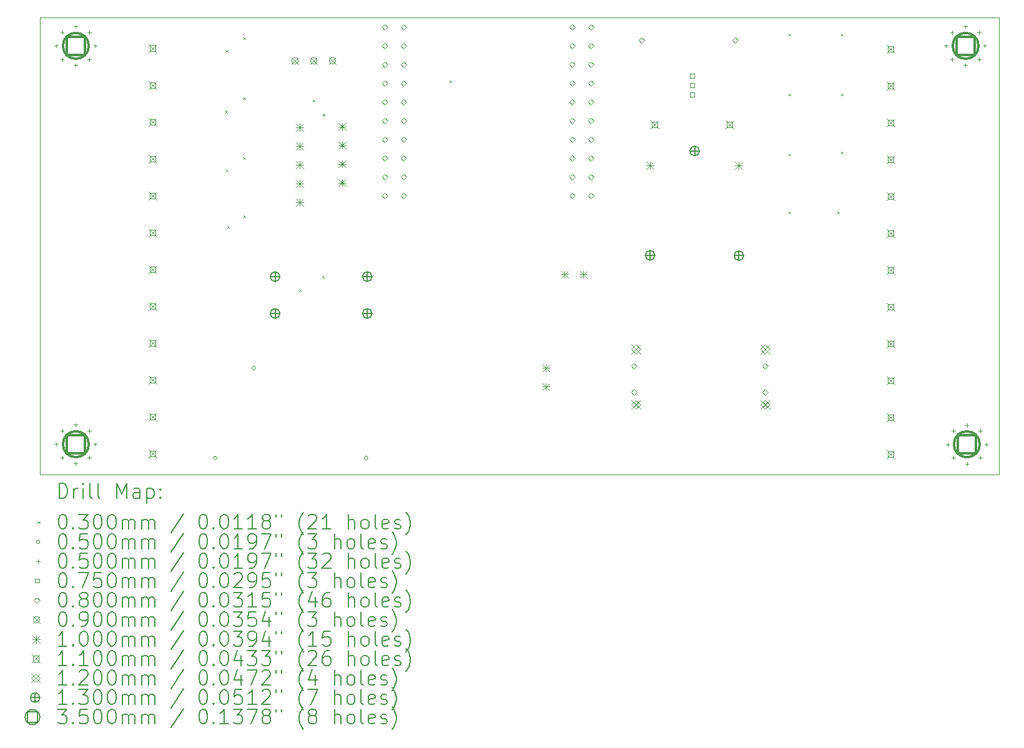
<source format=gbr>
%TF.GenerationSoftware,KiCad,Pcbnew,7.0.5-4d25ed1034~172~ubuntu22.04.1*%
%TF.CreationDate,2023-07-02T14:21:01+02:00*%
%TF.ProjectId,ESP32_mini_8Port_WLED,45535033-325f-46d6-996e-695f38506f72,rev?*%
%TF.SameCoordinates,Original*%
%TF.FileFunction,Drillmap*%
%TF.FilePolarity,Positive*%
%FSLAX45Y45*%
G04 Gerber Fmt 4.5, Leading zero omitted, Abs format (unit mm)*
G04 Created by KiCad (PCBNEW 7.0.5-4d25ed1034~172~ubuntu22.04.1) date 2023-07-02 14:21:01*
%MOMM*%
%LPD*%
G01*
G04 APERTURE LIST*
%ADD10C,0.100000*%
%ADD11C,0.200000*%
%ADD12C,0.030000*%
%ADD13C,0.050000*%
%ADD14C,0.075000*%
%ADD15C,0.080000*%
%ADD16C,0.090000*%
%ADD17C,0.110000*%
%ADD18C,0.120000*%
%ADD19C,0.130000*%
%ADD20C,0.350000*%
G04 APERTURE END LIST*
D10*
X7518400Y-7747000D02*
X20523200Y-7747000D01*
X20523200Y-13944600D01*
X7518400Y-13944600D01*
X7518400Y-7747000D01*
D11*
D12*
X10025000Y-9007500D02*
X10055000Y-9037500D01*
X10055000Y-9007500D02*
X10025000Y-9037500D01*
X10030000Y-8182500D02*
X10060000Y-8212500D01*
X10060000Y-8182500D02*
X10030000Y-8212500D01*
X10030000Y-9802500D02*
X10060000Y-9832500D01*
X10060000Y-9802500D02*
X10030000Y-9832500D01*
X10052500Y-10567500D02*
X10082500Y-10597500D01*
X10082500Y-10567500D02*
X10052500Y-10597500D01*
X10272000Y-8011400D02*
X10302000Y-8041400D01*
X10302000Y-8011400D02*
X10272000Y-8041400D01*
X10272000Y-8824200D02*
X10302000Y-8854200D01*
X10302000Y-8824200D02*
X10272000Y-8854200D01*
X10272000Y-9637000D02*
X10302000Y-9667000D01*
X10302000Y-9637000D02*
X10272000Y-9667000D01*
X10272000Y-10424400D02*
X10302000Y-10454400D01*
X10302000Y-10424400D02*
X10272000Y-10454400D01*
X11030000Y-11428000D02*
X11060000Y-11458000D01*
X11060000Y-11428000D02*
X11030000Y-11458000D01*
X11212500Y-8857000D02*
X11242500Y-8887000D01*
X11242500Y-8857000D02*
X11212500Y-8887000D01*
X11339000Y-11247000D02*
X11369000Y-11277000D01*
X11369000Y-11247000D02*
X11339000Y-11277000D01*
X11346250Y-9048750D02*
X11376250Y-9078750D01*
X11376250Y-9048750D02*
X11346250Y-9078750D01*
X13067500Y-8597500D02*
X13097500Y-8627500D01*
X13097500Y-8597500D02*
X13067500Y-8627500D01*
X17663400Y-7960600D02*
X17693400Y-7990600D01*
X17693400Y-7960600D02*
X17663400Y-7990600D01*
X17663400Y-8773400D02*
X17693400Y-8803400D01*
X17693400Y-8773400D02*
X17663400Y-8803400D01*
X17663400Y-9586200D02*
X17693400Y-9616200D01*
X17693400Y-9586200D02*
X17663400Y-9616200D01*
X17663400Y-10373600D02*
X17693400Y-10403600D01*
X17693400Y-10373600D02*
X17663400Y-10403600D01*
X18323800Y-10373600D02*
X18353800Y-10403600D01*
X18353800Y-10373600D02*
X18323800Y-10403600D01*
X18374600Y-7960600D02*
X18404600Y-7990600D01*
X18404600Y-7960600D02*
X18374600Y-7990600D01*
X18374600Y-8773400D02*
X18404600Y-8803400D01*
X18404600Y-8773400D02*
X18374600Y-8803400D01*
X18374600Y-9560800D02*
X18404600Y-9590800D01*
X18404600Y-9560800D02*
X18374600Y-9590800D01*
D13*
X9915000Y-13717500D02*
G75*
G03*
X9915000Y-13717500I-25000J0D01*
G01*
X10439000Y-12496800D02*
G75*
G03*
X10439000Y-12496800I-25000J0D01*
G01*
X11961000Y-13717000D02*
G75*
G03*
X11961000Y-13717000I-25000J0D01*
G01*
X7738500Y-8103000D02*
X7738500Y-8153000D01*
X7713500Y-8128000D02*
X7763500Y-8128000D01*
X7738500Y-13504700D02*
X7738500Y-13554700D01*
X7713500Y-13529700D02*
X7763500Y-13529700D01*
X7815384Y-7917384D02*
X7815384Y-7967384D01*
X7790384Y-7942384D02*
X7840384Y-7942384D01*
X7815384Y-8288615D02*
X7815384Y-8338615D01*
X7790384Y-8313615D02*
X7840384Y-8313615D01*
X7815384Y-13319084D02*
X7815384Y-13369084D01*
X7790384Y-13344084D02*
X7840384Y-13344084D01*
X7815384Y-13690315D02*
X7815384Y-13740315D01*
X7790384Y-13715315D02*
X7840384Y-13715315D01*
X8001000Y-7840500D02*
X8001000Y-7890500D01*
X7976000Y-7865500D02*
X8026000Y-7865500D01*
X8001000Y-8365500D02*
X8001000Y-8415500D01*
X7976000Y-8390500D02*
X8026000Y-8390500D01*
X8001000Y-13242200D02*
X8001000Y-13292200D01*
X7976000Y-13267200D02*
X8026000Y-13267200D01*
X8001000Y-13767200D02*
X8001000Y-13817200D01*
X7976000Y-13792200D02*
X8026000Y-13792200D01*
X8186615Y-7917384D02*
X8186615Y-7967384D01*
X8161615Y-7942384D02*
X8211615Y-7942384D01*
X8186615Y-8288615D02*
X8186615Y-8338615D01*
X8161615Y-8313615D02*
X8211615Y-8313615D01*
X8186615Y-13319084D02*
X8186615Y-13369084D01*
X8161615Y-13344084D02*
X8211615Y-13344084D01*
X8186615Y-13690315D02*
X8186615Y-13740315D01*
X8161615Y-13715315D02*
X8211615Y-13715315D01*
X8263500Y-8103000D02*
X8263500Y-8153000D01*
X8238500Y-8128000D02*
X8288500Y-8128000D01*
X8263500Y-13504700D02*
X8263500Y-13554700D01*
X8238500Y-13529700D02*
X8288500Y-13529700D01*
X19803500Y-8103000D02*
X19803500Y-8153000D01*
X19778500Y-8128000D02*
X19828500Y-8128000D01*
X19821085Y-13505384D02*
X19821085Y-13555384D01*
X19796085Y-13530384D02*
X19846085Y-13530384D01*
X19880385Y-7917384D02*
X19880385Y-7967384D01*
X19855385Y-7942384D02*
X19905385Y-7942384D01*
X19880385Y-8288615D02*
X19880385Y-8338615D01*
X19855385Y-8313615D02*
X19905385Y-8313615D01*
X19897969Y-13319769D02*
X19897969Y-13369769D01*
X19872969Y-13344769D02*
X19922969Y-13344769D01*
X19897969Y-13691000D02*
X19897969Y-13741000D01*
X19872969Y-13716000D02*
X19922969Y-13716000D01*
X20066000Y-7840500D02*
X20066000Y-7890500D01*
X20041000Y-7865500D02*
X20091000Y-7865500D01*
X20066000Y-8365500D02*
X20066000Y-8415500D01*
X20041000Y-8390500D02*
X20091000Y-8390500D01*
X20083585Y-13242884D02*
X20083585Y-13292884D01*
X20058585Y-13267884D02*
X20108585Y-13267884D01*
X20083585Y-13767884D02*
X20083585Y-13817884D01*
X20058585Y-13792884D02*
X20108585Y-13792884D01*
X20251616Y-7917384D02*
X20251616Y-7967384D01*
X20226616Y-7942384D02*
X20276616Y-7942384D01*
X20251616Y-8288615D02*
X20251616Y-8338615D01*
X20226616Y-8313615D02*
X20276616Y-8313615D01*
X20269200Y-13319769D02*
X20269200Y-13369769D01*
X20244200Y-13344769D02*
X20294200Y-13344769D01*
X20269200Y-13691000D02*
X20269200Y-13741000D01*
X20244200Y-13716000D02*
X20294200Y-13716000D01*
X20328500Y-8103000D02*
X20328500Y-8153000D01*
X20303500Y-8128000D02*
X20353500Y-8128000D01*
X20346085Y-13505384D02*
X20346085Y-13555384D01*
X20321085Y-13530384D02*
X20371085Y-13530384D01*
D14*
X16384117Y-8560917D02*
X16384117Y-8507883D01*
X16331083Y-8507883D01*
X16331083Y-8560917D01*
X16384117Y-8560917D01*
X16384117Y-8687917D02*
X16384117Y-8634883D01*
X16331083Y-8634883D01*
X16331083Y-8687917D01*
X16384117Y-8687917D01*
X16384117Y-8814917D02*
X16384117Y-8761883D01*
X16331083Y-8761883D01*
X16331083Y-8814917D01*
X16384117Y-8814917D01*
D15*
X12192000Y-7914000D02*
X12232000Y-7874000D01*
X12192000Y-7834000D01*
X12152000Y-7874000D01*
X12192000Y-7914000D01*
X12192000Y-8168000D02*
X12232000Y-8128000D01*
X12192000Y-8088000D01*
X12152000Y-8128000D01*
X12192000Y-8168000D01*
X12192000Y-8422000D02*
X12232000Y-8382000D01*
X12192000Y-8342000D01*
X12152000Y-8382000D01*
X12192000Y-8422000D01*
X12192000Y-8676000D02*
X12232000Y-8636000D01*
X12192000Y-8596000D01*
X12152000Y-8636000D01*
X12192000Y-8676000D01*
X12192000Y-8930000D02*
X12232000Y-8890000D01*
X12192000Y-8850000D01*
X12152000Y-8890000D01*
X12192000Y-8930000D01*
X12192000Y-9184000D02*
X12232000Y-9144000D01*
X12192000Y-9104000D01*
X12152000Y-9144000D01*
X12192000Y-9184000D01*
X12192000Y-9438000D02*
X12232000Y-9398000D01*
X12192000Y-9358000D01*
X12152000Y-9398000D01*
X12192000Y-9438000D01*
X12192000Y-9692000D02*
X12232000Y-9652000D01*
X12192000Y-9612000D01*
X12152000Y-9652000D01*
X12192000Y-9692000D01*
X12192000Y-9946000D02*
X12232000Y-9906000D01*
X12192000Y-9866000D01*
X12152000Y-9906000D01*
X12192000Y-9946000D01*
X12192000Y-10200000D02*
X12232000Y-10160000D01*
X12192000Y-10120000D01*
X12152000Y-10160000D01*
X12192000Y-10200000D01*
X12446000Y-7914000D02*
X12486000Y-7874000D01*
X12446000Y-7834000D01*
X12406000Y-7874000D01*
X12446000Y-7914000D01*
X12446000Y-8168000D02*
X12486000Y-8128000D01*
X12446000Y-8088000D01*
X12406000Y-8128000D01*
X12446000Y-8168000D01*
X12446000Y-8422000D02*
X12486000Y-8382000D01*
X12446000Y-8342000D01*
X12406000Y-8382000D01*
X12446000Y-8422000D01*
X12446000Y-8676000D02*
X12486000Y-8636000D01*
X12446000Y-8596000D01*
X12406000Y-8636000D01*
X12446000Y-8676000D01*
X12446000Y-8930000D02*
X12486000Y-8890000D01*
X12446000Y-8850000D01*
X12406000Y-8890000D01*
X12446000Y-8930000D01*
X12446000Y-9184000D02*
X12486000Y-9144000D01*
X12446000Y-9104000D01*
X12406000Y-9144000D01*
X12446000Y-9184000D01*
X12446000Y-9438000D02*
X12486000Y-9398000D01*
X12446000Y-9358000D01*
X12406000Y-9398000D01*
X12446000Y-9438000D01*
X12446000Y-9692000D02*
X12486000Y-9652000D01*
X12446000Y-9612000D01*
X12406000Y-9652000D01*
X12446000Y-9692000D01*
X12446000Y-9946000D02*
X12486000Y-9906000D01*
X12446000Y-9866000D01*
X12406000Y-9906000D01*
X12446000Y-9946000D01*
X12446000Y-10200000D02*
X12486000Y-10160000D01*
X12446000Y-10120000D01*
X12406000Y-10160000D01*
X12446000Y-10200000D01*
X14732000Y-7914000D02*
X14772000Y-7874000D01*
X14732000Y-7834000D01*
X14692000Y-7874000D01*
X14732000Y-7914000D01*
X14732000Y-8168000D02*
X14772000Y-8128000D01*
X14732000Y-8088000D01*
X14692000Y-8128000D01*
X14732000Y-8168000D01*
X14732000Y-8422000D02*
X14772000Y-8382000D01*
X14732000Y-8342000D01*
X14692000Y-8382000D01*
X14732000Y-8422000D01*
X14732000Y-8676000D02*
X14772000Y-8636000D01*
X14732000Y-8596000D01*
X14692000Y-8636000D01*
X14732000Y-8676000D01*
X14732000Y-8930000D02*
X14772000Y-8890000D01*
X14732000Y-8850000D01*
X14692000Y-8890000D01*
X14732000Y-8930000D01*
X14732000Y-9184000D02*
X14772000Y-9144000D01*
X14732000Y-9104000D01*
X14692000Y-9144000D01*
X14732000Y-9184000D01*
X14732000Y-9438000D02*
X14772000Y-9398000D01*
X14732000Y-9358000D01*
X14692000Y-9398000D01*
X14732000Y-9438000D01*
X14732000Y-9692000D02*
X14772000Y-9652000D01*
X14732000Y-9612000D01*
X14692000Y-9652000D01*
X14732000Y-9692000D01*
X14732000Y-9946000D02*
X14772000Y-9906000D01*
X14732000Y-9866000D01*
X14692000Y-9906000D01*
X14732000Y-9946000D01*
X14732000Y-10200000D02*
X14772000Y-10160000D01*
X14732000Y-10120000D01*
X14692000Y-10160000D01*
X14732000Y-10200000D01*
X14986000Y-7914000D02*
X15026000Y-7874000D01*
X14986000Y-7834000D01*
X14946000Y-7874000D01*
X14986000Y-7914000D01*
X14986000Y-8168000D02*
X15026000Y-8128000D01*
X14986000Y-8088000D01*
X14946000Y-8128000D01*
X14986000Y-8168000D01*
X14986000Y-8422000D02*
X15026000Y-8382000D01*
X14986000Y-8342000D01*
X14946000Y-8382000D01*
X14986000Y-8422000D01*
X14986000Y-8676000D02*
X15026000Y-8636000D01*
X14986000Y-8596000D01*
X14946000Y-8636000D01*
X14986000Y-8676000D01*
X14986000Y-8930000D02*
X15026000Y-8890000D01*
X14986000Y-8850000D01*
X14946000Y-8890000D01*
X14986000Y-8930000D01*
X14986000Y-9184000D02*
X15026000Y-9144000D01*
X14986000Y-9104000D01*
X14946000Y-9144000D01*
X14986000Y-9184000D01*
X14986000Y-9438000D02*
X15026000Y-9398000D01*
X14986000Y-9358000D01*
X14946000Y-9398000D01*
X14986000Y-9438000D01*
X14986000Y-9692000D02*
X15026000Y-9652000D01*
X14986000Y-9612000D01*
X14946000Y-9652000D01*
X14986000Y-9692000D01*
X14986000Y-9946000D02*
X15026000Y-9906000D01*
X14986000Y-9866000D01*
X14946000Y-9906000D01*
X14986000Y-9946000D01*
X14986000Y-10200000D02*
X15026000Y-10160000D01*
X14986000Y-10120000D01*
X14946000Y-10160000D01*
X14986000Y-10200000D01*
X15570200Y-12511400D02*
X15610200Y-12471400D01*
X15570200Y-12431400D01*
X15530200Y-12471400D01*
X15570200Y-12511400D01*
X15570200Y-12861400D02*
X15610200Y-12821400D01*
X15570200Y-12781400D01*
X15530200Y-12821400D01*
X15570200Y-12861400D01*
X15671800Y-8091800D02*
X15711800Y-8051800D01*
X15671800Y-8011800D01*
X15631800Y-8051800D01*
X15671800Y-8091800D01*
X16941800Y-8091800D02*
X16981800Y-8051800D01*
X16941800Y-8011800D01*
X16901800Y-8051800D01*
X16941800Y-8091800D01*
X17348200Y-12511400D02*
X17388200Y-12471400D01*
X17348200Y-12431400D01*
X17308200Y-12471400D01*
X17348200Y-12511400D01*
X17348200Y-12861400D02*
X17388200Y-12821400D01*
X17348200Y-12781400D01*
X17308200Y-12821400D01*
X17348200Y-12861400D01*
D16*
X10927800Y-8285300D02*
X11017800Y-8375300D01*
X11017800Y-8285300D02*
X10927800Y-8375300D01*
X11017800Y-8330300D02*
G75*
G03*
X11017800Y-8330300I-45000J0D01*
G01*
X11181800Y-8285300D02*
X11271800Y-8375300D01*
X11271800Y-8285300D02*
X11181800Y-8375300D01*
X11271800Y-8330300D02*
G75*
G03*
X11271800Y-8330300I-45000J0D01*
G01*
X11435800Y-8285300D02*
X11525800Y-8375300D01*
X11525800Y-8285300D02*
X11435800Y-8375300D01*
X11525800Y-8330300D02*
G75*
G03*
X11525800Y-8330300I-45000J0D01*
G01*
D10*
X10987000Y-9185000D02*
X11087000Y-9285000D01*
X11087000Y-9185000D02*
X10987000Y-9285000D01*
X11037000Y-9185000D02*
X11037000Y-9285000D01*
X10987000Y-9235000D02*
X11087000Y-9235000D01*
X10987000Y-9439000D02*
X11087000Y-9539000D01*
X11087000Y-9439000D02*
X10987000Y-9539000D01*
X11037000Y-9439000D02*
X11037000Y-9539000D01*
X10987000Y-9489000D02*
X11087000Y-9489000D01*
X10987000Y-9693000D02*
X11087000Y-9793000D01*
X11087000Y-9693000D02*
X10987000Y-9793000D01*
X11037000Y-9693000D02*
X11037000Y-9793000D01*
X10987000Y-9743000D02*
X11087000Y-9743000D01*
X10987000Y-9947000D02*
X11087000Y-10047000D01*
X11087000Y-9947000D02*
X10987000Y-10047000D01*
X11037000Y-9947000D02*
X11037000Y-10047000D01*
X10987000Y-9997000D02*
X11087000Y-9997000D01*
X10987000Y-10201000D02*
X11087000Y-10301000D01*
X11087000Y-10201000D02*
X10987000Y-10301000D01*
X11037000Y-10201000D02*
X11037000Y-10301000D01*
X10987000Y-10251000D02*
X11087000Y-10251000D01*
X11560300Y-9171200D02*
X11660300Y-9271200D01*
X11660300Y-9171200D02*
X11560300Y-9271200D01*
X11610300Y-9171200D02*
X11610300Y-9271200D01*
X11560300Y-9221200D02*
X11660300Y-9221200D01*
X11560300Y-9425200D02*
X11660300Y-9525200D01*
X11660300Y-9425200D02*
X11560300Y-9525200D01*
X11610300Y-9425200D02*
X11610300Y-9525200D01*
X11560300Y-9475200D02*
X11660300Y-9475200D01*
X11560300Y-9679200D02*
X11660300Y-9779200D01*
X11660300Y-9679200D02*
X11560300Y-9779200D01*
X11610300Y-9679200D02*
X11610300Y-9779200D01*
X11560300Y-9729200D02*
X11660300Y-9729200D01*
X11560300Y-9933200D02*
X11660300Y-10033200D01*
X11660300Y-9933200D02*
X11560300Y-10033200D01*
X11610300Y-9933200D02*
X11610300Y-10033200D01*
X11560300Y-9983200D02*
X11660300Y-9983200D01*
X14326400Y-12446800D02*
X14426400Y-12546800D01*
X14426400Y-12446800D02*
X14326400Y-12546800D01*
X14376400Y-12446800D02*
X14376400Y-12546800D01*
X14326400Y-12496800D02*
X14426400Y-12496800D01*
X14326400Y-12700800D02*
X14426400Y-12800800D01*
X14426400Y-12700800D02*
X14326400Y-12800800D01*
X14376400Y-12700800D02*
X14376400Y-12800800D01*
X14326400Y-12750800D02*
X14426400Y-12750800D01*
X14580400Y-11176800D02*
X14680400Y-11276800D01*
X14680400Y-11176800D02*
X14580400Y-11276800D01*
X14630400Y-11176800D02*
X14630400Y-11276800D01*
X14580400Y-11226800D02*
X14680400Y-11226800D01*
X14834400Y-11176800D02*
X14934400Y-11276800D01*
X14934400Y-11176800D02*
X14834400Y-11276800D01*
X14884400Y-11176800D02*
X14884400Y-11276800D01*
X14834400Y-11226800D02*
X14934400Y-11226800D01*
X15737600Y-9697800D02*
X15837600Y-9797800D01*
X15837600Y-9697800D02*
X15737600Y-9797800D01*
X15787600Y-9697800D02*
X15787600Y-9797800D01*
X15737600Y-9747800D02*
X15837600Y-9747800D01*
X16937600Y-9697800D02*
X17037600Y-9797800D01*
X17037600Y-9697800D02*
X16937600Y-9797800D01*
X16987600Y-9697800D02*
X16987600Y-9797800D01*
X16937600Y-9747800D02*
X17037600Y-9747800D01*
D17*
X8987400Y-8103600D02*
X9097400Y-8213600D01*
X9097400Y-8103600D02*
X8987400Y-8213600D01*
X9081291Y-8197491D02*
X9081291Y-8119709D01*
X9003509Y-8119709D01*
X9003509Y-8197491D01*
X9081291Y-8197491D01*
X8987400Y-8603600D02*
X9097400Y-8713600D01*
X9097400Y-8603600D02*
X8987400Y-8713600D01*
X9081291Y-8697491D02*
X9081291Y-8619709D01*
X9003509Y-8619709D01*
X9003509Y-8697491D01*
X9081291Y-8697491D01*
X8987400Y-9103600D02*
X9097400Y-9213600D01*
X9097400Y-9103600D02*
X8987400Y-9213600D01*
X9081291Y-9197491D02*
X9081291Y-9119709D01*
X9003509Y-9119709D01*
X9003509Y-9197491D01*
X9081291Y-9197491D01*
X8987400Y-9603600D02*
X9097400Y-9713600D01*
X9097400Y-9603600D02*
X8987400Y-9713600D01*
X9081291Y-9697491D02*
X9081291Y-9619709D01*
X9003509Y-9619709D01*
X9003509Y-9697491D01*
X9081291Y-9697491D01*
X8987400Y-10103600D02*
X9097400Y-10213600D01*
X9097400Y-10103600D02*
X8987400Y-10213600D01*
X9081291Y-10197491D02*
X9081291Y-10119709D01*
X9003509Y-10119709D01*
X9003509Y-10197491D01*
X9081291Y-10197491D01*
X8987400Y-10603600D02*
X9097400Y-10713600D01*
X9097400Y-10603600D02*
X8987400Y-10713600D01*
X9081291Y-10697491D02*
X9081291Y-10619709D01*
X9003509Y-10619709D01*
X9003509Y-10697491D01*
X9081291Y-10697491D01*
X8987400Y-11103600D02*
X9097400Y-11213600D01*
X9097400Y-11103600D02*
X8987400Y-11213600D01*
X9081291Y-11197491D02*
X9081291Y-11119709D01*
X9003509Y-11119709D01*
X9003509Y-11197491D01*
X9081291Y-11197491D01*
X8987400Y-11603600D02*
X9097400Y-11713600D01*
X9097400Y-11603600D02*
X8987400Y-11713600D01*
X9081291Y-11697491D02*
X9081291Y-11619709D01*
X9003509Y-11619709D01*
X9003509Y-11697491D01*
X9081291Y-11697491D01*
X8987400Y-12103600D02*
X9097400Y-12213600D01*
X9097400Y-12103600D02*
X8987400Y-12213600D01*
X9081291Y-12197491D02*
X9081291Y-12119709D01*
X9003509Y-12119709D01*
X9003509Y-12197491D01*
X9081291Y-12197491D01*
X8987400Y-12603600D02*
X9097400Y-12713600D01*
X9097400Y-12603600D02*
X8987400Y-12713600D01*
X9081291Y-12697491D02*
X9081291Y-12619709D01*
X9003509Y-12619709D01*
X9003509Y-12697491D01*
X9081291Y-12697491D01*
X8987400Y-13103600D02*
X9097400Y-13213600D01*
X9097400Y-13103600D02*
X8987400Y-13213600D01*
X9081291Y-13197491D02*
X9081291Y-13119709D01*
X9003509Y-13119709D01*
X9003509Y-13197491D01*
X9081291Y-13197491D01*
X8987400Y-13603600D02*
X9097400Y-13713600D01*
X9097400Y-13603600D02*
X8987400Y-13713600D01*
X9081291Y-13697491D02*
X9081291Y-13619709D01*
X9003509Y-13619709D01*
X9003509Y-13697491D01*
X9081291Y-13697491D01*
X15794600Y-9139800D02*
X15904600Y-9249800D01*
X15904600Y-9139800D02*
X15794600Y-9249800D01*
X15888491Y-9233691D02*
X15888491Y-9155909D01*
X15810709Y-9155909D01*
X15810709Y-9233691D01*
X15888491Y-9233691D01*
X16810600Y-9139800D02*
X16920600Y-9249800D01*
X16920600Y-9139800D02*
X16810600Y-9249800D01*
X16904491Y-9233691D02*
X16904491Y-9155909D01*
X16826709Y-9155909D01*
X16826709Y-9233691D01*
X16904491Y-9233691D01*
X18995000Y-8113000D02*
X19105000Y-8223000D01*
X19105000Y-8113000D02*
X18995000Y-8223000D01*
X19088891Y-8206891D02*
X19088891Y-8129109D01*
X19011109Y-8129109D01*
X19011109Y-8206891D01*
X19088891Y-8206891D01*
X18995000Y-8613000D02*
X19105000Y-8723000D01*
X19105000Y-8613000D02*
X18995000Y-8723000D01*
X19088891Y-8706891D02*
X19088891Y-8629109D01*
X19011109Y-8629109D01*
X19011109Y-8706891D01*
X19088891Y-8706891D01*
X18995000Y-9113000D02*
X19105000Y-9223000D01*
X19105000Y-9113000D02*
X18995000Y-9223000D01*
X19088891Y-9206891D02*
X19088891Y-9129109D01*
X19011109Y-9129109D01*
X19011109Y-9206891D01*
X19088891Y-9206891D01*
X18995000Y-9613000D02*
X19105000Y-9723000D01*
X19105000Y-9613000D02*
X18995000Y-9723000D01*
X19088891Y-9706891D02*
X19088891Y-9629109D01*
X19011109Y-9629109D01*
X19011109Y-9706891D01*
X19088891Y-9706891D01*
X18995000Y-10113000D02*
X19105000Y-10223000D01*
X19105000Y-10113000D02*
X18995000Y-10223000D01*
X19088891Y-10206891D02*
X19088891Y-10129109D01*
X19011109Y-10129109D01*
X19011109Y-10206891D01*
X19088891Y-10206891D01*
X18995000Y-10613000D02*
X19105000Y-10723000D01*
X19105000Y-10613000D02*
X18995000Y-10723000D01*
X19088891Y-10706891D02*
X19088891Y-10629109D01*
X19011109Y-10629109D01*
X19011109Y-10706891D01*
X19088891Y-10706891D01*
X18995000Y-11113000D02*
X19105000Y-11223000D01*
X19105000Y-11113000D02*
X18995000Y-11223000D01*
X19088891Y-11206891D02*
X19088891Y-11129109D01*
X19011109Y-11129109D01*
X19011109Y-11206891D01*
X19088891Y-11206891D01*
X18995000Y-11613000D02*
X19105000Y-11723000D01*
X19105000Y-11613000D02*
X18995000Y-11723000D01*
X19088891Y-11706891D02*
X19088891Y-11629109D01*
X19011109Y-11629109D01*
X19011109Y-11706891D01*
X19088891Y-11706891D01*
X18995000Y-12113000D02*
X19105000Y-12223000D01*
X19105000Y-12113000D02*
X18995000Y-12223000D01*
X19088891Y-12206891D02*
X19088891Y-12129109D01*
X19011109Y-12129109D01*
X19011109Y-12206891D01*
X19088891Y-12206891D01*
X18995000Y-12613000D02*
X19105000Y-12723000D01*
X19105000Y-12613000D02*
X18995000Y-12723000D01*
X19088891Y-12706891D02*
X19088891Y-12629109D01*
X19011109Y-12629109D01*
X19011109Y-12706891D01*
X19088891Y-12706891D01*
X18995000Y-13113000D02*
X19105000Y-13223000D01*
X19105000Y-13113000D02*
X18995000Y-13223000D01*
X19088891Y-13206891D02*
X19088891Y-13129109D01*
X19011109Y-13129109D01*
X19011109Y-13206891D01*
X19088891Y-13206891D01*
X18995000Y-13613000D02*
X19105000Y-13723000D01*
X19105000Y-13613000D02*
X18995000Y-13723000D01*
X19088891Y-13706891D02*
X19088891Y-13629109D01*
X19011109Y-13629109D01*
X19011109Y-13706891D01*
X19088891Y-13706891D01*
D18*
X15535600Y-12182800D02*
X15655600Y-12302800D01*
X15655600Y-12182800D02*
X15535600Y-12302800D01*
X15595600Y-12302800D02*
X15655600Y-12242800D01*
X15595600Y-12182800D01*
X15535600Y-12242800D01*
X15595600Y-12302800D01*
X15535600Y-12932800D02*
X15655600Y-13052800D01*
X15655600Y-12932800D02*
X15535600Y-13052800D01*
X15595600Y-13052800D02*
X15655600Y-12992800D01*
X15595600Y-12932800D01*
X15535600Y-12992800D01*
X15595600Y-13052800D01*
X17288200Y-12182800D02*
X17408200Y-12302800D01*
X17408200Y-12182800D02*
X17288200Y-12302800D01*
X17348200Y-12302800D02*
X17408200Y-12242800D01*
X17348200Y-12182800D01*
X17288200Y-12242800D01*
X17348200Y-12302800D01*
X17288200Y-12932800D02*
X17408200Y-13052800D01*
X17408200Y-12932800D02*
X17288200Y-13052800D01*
X17348200Y-13052800D02*
X17408200Y-12992800D01*
X17348200Y-12932800D01*
X17288200Y-12992800D01*
X17348200Y-13052800D01*
D19*
X10702400Y-11191200D02*
X10702400Y-11321200D01*
X10637400Y-11256200D02*
X10767400Y-11256200D01*
X10767400Y-11256200D02*
G75*
G03*
X10767400Y-11256200I-65000J0D01*
G01*
X10702400Y-11691200D02*
X10702400Y-11821200D01*
X10637400Y-11756200D02*
X10767400Y-11756200D01*
X10767400Y-11756200D02*
G75*
G03*
X10767400Y-11756200I-65000J0D01*
G01*
X11952400Y-11191200D02*
X11952400Y-11321200D01*
X11887400Y-11256200D02*
X12017400Y-11256200D01*
X12017400Y-11256200D02*
G75*
G03*
X12017400Y-11256200I-65000J0D01*
G01*
X11952400Y-11691200D02*
X11952400Y-11821200D01*
X11887400Y-11756200D02*
X12017400Y-11756200D01*
X12017400Y-11756200D02*
G75*
G03*
X12017400Y-11756200I-65000J0D01*
G01*
X15787600Y-10902800D02*
X15787600Y-11032800D01*
X15722600Y-10967800D02*
X15852600Y-10967800D01*
X15852600Y-10967800D02*
G75*
G03*
X15852600Y-10967800I-65000J0D01*
G01*
X16392600Y-9487800D02*
X16392600Y-9617800D01*
X16327600Y-9552800D02*
X16457600Y-9552800D01*
X16457600Y-9552800D02*
G75*
G03*
X16457600Y-9552800I-65000J0D01*
G01*
X16992600Y-10907800D02*
X16992600Y-11037800D01*
X16927600Y-10972800D02*
X17057600Y-10972800D01*
X17057600Y-10972800D02*
G75*
G03*
X17057600Y-10972800I-65000J0D01*
G01*
D20*
X8124745Y-8251745D02*
X8124745Y-8004255D01*
X7877255Y-8004255D01*
X7877255Y-8251745D01*
X8124745Y-8251745D01*
X8176000Y-8128000D02*
G75*
G03*
X8176000Y-8128000I-175000J0D01*
G01*
X8124745Y-8251745D02*
X8124745Y-8004255D01*
X7877255Y-8004255D01*
X7877255Y-8251745D01*
X8124745Y-8251745D01*
X8176000Y-8128000D02*
G75*
G03*
X8176000Y-8128000I-175000J0D01*
G01*
X8124745Y-13653445D02*
X8124745Y-13405955D01*
X7877255Y-13405955D01*
X7877255Y-13653445D01*
X8124745Y-13653445D01*
X8176000Y-13529700D02*
G75*
G03*
X8176000Y-13529700I-175000J0D01*
G01*
X8124745Y-13653445D02*
X8124745Y-13405955D01*
X7877255Y-13405955D01*
X7877255Y-13653445D01*
X8124745Y-13653445D01*
X8176000Y-13529700D02*
G75*
G03*
X8176000Y-13529700I-175000J0D01*
G01*
X20189745Y-8251745D02*
X20189745Y-8004255D01*
X19942255Y-8004255D01*
X19942255Y-8251745D01*
X20189745Y-8251745D01*
X20241000Y-8128000D02*
G75*
G03*
X20241000Y-8128000I-175000J0D01*
G01*
X20189745Y-8251745D02*
X20189745Y-8004255D01*
X19942255Y-8004255D01*
X19942255Y-8251745D01*
X20189745Y-8251745D01*
X20241000Y-8128000D02*
G75*
G03*
X20241000Y-8128000I-175000J0D01*
G01*
X20207329Y-13654129D02*
X20207329Y-13406640D01*
X19959840Y-13406640D01*
X19959840Y-13654129D01*
X20207329Y-13654129D01*
X20258585Y-13530384D02*
G75*
G03*
X20258585Y-13530384I-175000J0D01*
G01*
X20207329Y-13654129D02*
X20207329Y-13406640D01*
X19959840Y-13406640D01*
X19959840Y-13654129D01*
X20207329Y-13654129D01*
X20258585Y-13530384D02*
G75*
G03*
X20258585Y-13530384I-175000J0D01*
G01*
D11*
X7774177Y-14261084D02*
X7774177Y-14061084D01*
X7774177Y-14061084D02*
X7821796Y-14061084D01*
X7821796Y-14061084D02*
X7850367Y-14070608D01*
X7850367Y-14070608D02*
X7869415Y-14089655D01*
X7869415Y-14089655D02*
X7878939Y-14108703D01*
X7878939Y-14108703D02*
X7888462Y-14146798D01*
X7888462Y-14146798D02*
X7888462Y-14175369D01*
X7888462Y-14175369D02*
X7878939Y-14213465D01*
X7878939Y-14213465D02*
X7869415Y-14232512D01*
X7869415Y-14232512D02*
X7850367Y-14251560D01*
X7850367Y-14251560D02*
X7821796Y-14261084D01*
X7821796Y-14261084D02*
X7774177Y-14261084D01*
X7974177Y-14261084D02*
X7974177Y-14127750D01*
X7974177Y-14165846D02*
X7983701Y-14146798D01*
X7983701Y-14146798D02*
X7993224Y-14137274D01*
X7993224Y-14137274D02*
X8012272Y-14127750D01*
X8012272Y-14127750D02*
X8031320Y-14127750D01*
X8097986Y-14261084D02*
X8097986Y-14127750D01*
X8097986Y-14061084D02*
X8088462Y-14070608D01*
X8088462Y-14070608D02*
X8097986Y-14080131D01*
X8097986Y-14080131D02*
X8107510Y-14070608D01*
X8107510Y-14070608D02*
X8097986Y-14061084D01*
X8097986Y-14061084D02*
X8097986Y-14080131D01*
X8221796Y-14261084D02*
X8202748Y-14251560D01*
X8202748Y-14251560D02*
X8193224Y-14232512D01*
X8193224Y-14232512D02*
X8193224Y-14061084D01*
X8326558Y-14261084D02*
X8307510Y-14251560D01*
X8307510Y-14251560D02*
X8297986Y-14232512D01*
X8297986Y-14232512D02*
X8297986Y-14061084D01*
X8555129Y-14261084D02*
X8555129Y-14061084D01*
X8555129Y-14061084D02*
X8621796Y-14203941D01*
X8621796Y-14203941D02*
X8688463Y-14061084D01*
X8688463Y-14061084D02*
X8688463Y-14261084D01*
X8869415Y-14261084D02*
X8869415Y-14156322D01*
X8869415Y-14156322D02*
X8859891Y-14137274D01*
X8859891Y-14137274D02*
X8840844Y-14127750D01*
X8840844Y-14127750D02*
X8802748Y-14127750D01*
X8802748Y-14127750D02*
X8783701Y-14137274D01*
X8869415Y-14251560D02*
X8850367Y-14261084D01*
X8850367Y-14261084D02*
X8802748Y-14261084D01*
X8802748Y-14261084D02*
X8783701Y-14251560D01*
X8783701Y-14251560D02*
X8774177Y-14232512D01*
X8774177Y-14232512D02*
X8774177Y-14213465D01*
X8774177Y-14213465D02*
X8783701Y-14194417D01*
X8783701Y-14194417D02*
X8802748Y-14184893D01*
X8802748Y-14184893D02*
X8850367Y-14184893D01*
X8850367Y-14184893D02*
X8869415Y-14175369D01*
X8964653Y-14127750D02*
X8964653Y-14327750D01*
X8964653Y-14137274D02*
X8983701Y-14127750D01*
X8983701Y-14127750D02*
X9021796Y-14127750D01*
X9021796Y-14127750D02*
X9040844Y-14137274D01*
X9040844Y-14137274D02*
X9050367Y-14146798D01*
X9050367Y-14146798D02*
X9059891Y-14165846D01*
X9059891Y-14165846D02*
X9059891Y-14222988D01*
X9059891Y-14222988D02*
X9050367Y-14242036D01*
X9050367Y-14242036D02*
X9040844Y-14251560D01*
X9040844Y-14251560D02*
X9021796Y-14261084D01*
X9021796Y-14261084D02*
X8983701Y-14261084D01*
X8983701Y-14261084D02*
X8964653Y-14251560D01*
X9145605Y-14242036D02*
X9155129Y-14251560D01*
X9155129Y-14251560D02*
X9145605Y-14261084D01*
X9145605Y-14261084D02*
X9136082Y-14251560D01*
X9136082Y-14251560D02*
X9145605Y-14242036D01*
X9145605Y-14242036D02*
X9145605Y-14261084D01*
X9145605Y-14137274D02*
X9155129Y-14146798D01*
X9155129Y-14146798D02*
X9145605Y-14156322D01*
X9145605Y-14156322D02*
X9136082Y-14146798D01*
X9136082Y-14146798D02*
X9145605Y-14137274D01*
X9145605Y-14137274D02*
X9145605Y-14156322D01*
D12*
X7483400Y-14574600D02*
X7513400Y-14604600D01*
X7513400Y-14574600D02*
X7483400Y-14604600D01*
D11*
X7812272Y-14481084D02*
X7831320Y-14481084D01*
X7831320Y-14481084D02*
X7850367Y-14490608D01*
X7850367Y-14490608D02*
X7859891Y-14500131D01*
X7859891Y-14500131D02*
X7869415Y-14519179D01*
X7869415Y-14519179D02*
X7878939Y-14557274D01*
X7878939Y-14557274D02*
X7878939Y-14604893D01*
X7878939Y-14604893D02*
X7869415Y-14642988D01*
X7869415Y-14642988D02*
X7859891Y-14662036D01*
X7859891Y-14662036D02*
X7850367Y-14671560D01*
X7850367Y-14671560D02*
X7831320Y-14681084D01*
X7831320Y-14681084D02*
X7812272Y-14681084D01*
X7812272Y-14681084D02*
X7793224Y-14671560D01*
X7793224Y-14671560D02*
X7783701Y-14662036D01*
X7783701Y-14662036D02*
X7774177Y-14642988D01*
X7774177Y-14642988D02*
X7764653Y-14604893D01*
X7764653Y-14604893D02*
X7764653Y-14557274D01*
X7764653Y-14557274D02*
X7774177Y-14519179D01*
X7774177Y-14519179D02*
X7783701Y-14500131D01*
X7783701Y-14500131D02*
X7793224Y-14490608D01*
X7793224Y-14490608D02*
X7812272Y-14481084D01*
X7964653Y-14662036D02*
X7974177Y-14671560D01*
X7974177Y-14671560D02*
X7964653Y-14681084D01*
X7964653Y-14681084D02*
X7955129Y-14671560D01*
X7955129Y-14671560D02*
X7964653Y-14662036D01*
X7964653Y-14662036D02*
X7964653Y-14681084D01*
X8040843Y-14481084D02*
X8164653Y-14481084D01*
X8164653Y-14481084D02*
X8097986Y-14557274D01*
X8097986Y-14557274D02*
X8126558Y-14557274D01*
X8126558Y-14557274D02*
X8145605Y-14566798D01*
X8145605Y-14566798D02*
X8155129Y-14576322D01*
X8155129Y-14576322D02*
X8164653Y-14595369D01*
X8164653Y-14595369D02*
X8164653Y-14642988D01*
X8164653Y-14642988D02*
X8155129Y-14662036D01*
X8155129Y-14662036D02*
X8145605Y-14671560D01*
X8145605Y-14671560D02*
X8126558Y-14681084D01*
X8126558Y-14681084D02*
X8069415Y-14681084D01*
X8069415Y-14681084D02*
X8050367Y-14671560D01*
X8050367Y-14671560D02*
X8040843Y-14662036D01*
X8288462Y-14481084D02*
X8307510Y-14481084D01*
X8307510Y-14481084D02*
X8326558Y-14490608D01*
X8326558Y-14490608D02*
X8336082Y-14500131D01*
X8336082Y-14500131D02*
X8345605Y-14519179D01*
X8345605Y-14519179D02*
X8355129Y-14557274D01*
X8355129Y-14557274D02*
X8355129Y-14604893D01*
X8355129Y-14604893D02*
X8345605Y-14642988D01*
X8345605Y-14642988D02*
X8336082Y-14662036D01*
X8336082Y-14662036D02*
X8326558Y-14671560D01*
X8326558Y-14671560D02*
X8307510Y-14681084D01*
X8307510Y-14681084D02*
X8288462Y-14681084D01*
X8288462Y-14681084D02*
X8269415Y-14671560D01*
X8269415Y-14671560D02*
X8259891Y-14662036D01*
X8259891Y-14662036D02*
X8250367Y-14642988D01*
X8250367Y-14642988D02*
X8240843Y-14604893D01*
X8240843Y-14604893D02*
X8240843Y-14557274D01*
X8240843Y-14557274D02*
X8250367Y-14519179D01*
X8250367Y-14519179D02*
X8259891Y-14500131D01*
X8259891Y-14500131D02*
X8269415Y-14490608D01*
X8269415Y-14490608D02*
X8288462Y-14481084D01*
X8478939Y-14481084D02*
X8497986Y-14481084D01*
X8497986Y-14481084D02*
X8517034Y-14490608D01*
X8517034Y-14490608D02*
X8526558Y-14500131D01*
X8526558Y-14500131D02*
X8536082Y-14519179D01*
X8536082Y-14519179D02*
X8545605Y-14557274D01*
X8545605Y-14557274D02*
X8545605Y-14604893D01*
X8545605Y-14604893D02*
X8536082Y-14642988D01*
X8536082Y-14642988D02*
X8526558Y-14662036D01*
X8526558Y-14662036D02*
X8517034Y-14671560D01*
X8517034Y-14671560D02*
X8497986Y-14681084D01*
X8497986Y-14681084D02*
X8478939Y-14681084D01*
X8478939Y-14681084D02*
X8459891Y-14671560D01*
X8459891Y-14671560D02*
X8450367Y-14662036D01*
X8450367Y-14662036D02*
X8440844Y-14642988D01*
X8440844Y-14642988D02*
X8431320Y-14604893D01*
X8431320Y-14604893D02*
X8431320Y-14557274D01*
X8431320Y-14557274D02*
X8440844Y-14519179D01*
X8440844Y-14519179D02*
X8450367Y-14500131D01*
X8450367Y-14500131D02*
X8459891Y-14490608D01*
X8459891Y-14490608D02*
X8478939Y-14481084D01*
X8631320Y-14681084D02*
X8631320Y-14547750D01*
X8631320Y-14566798D02*
X8640844Y-14557274D01*
X8640844Y-14557274D02*
X8659891Y-14547750D01*
X8659891Y-14547750D02*
X8688463Y-14547750D01*
X8688463Y-14547750D02*
X8707510Y-14557274D01*
X8707510Y-14557274D02*
X8717034Y-14576322D01*
X8717034Y-14576322D02*
X8717034Y-14681084D01*
X8717034Y-14576322D02*
X8726558Y-14557274D01*
X8726558Y-14557274D02*
X8745605Y-14547750D01*
X8745605Y-14547750D02*
X8774177Y-14547750D01*
X8774177Y-14547750D02*
X8793225Y-14557274D01*
X8793225Y-14557274D02*
X8802748Y-14576322D01*
X8802748Y-14576322D02*
X8802748Y-14681084D01*
X8897986Y-14681084D02*
X8897986Y-14547750D01*
X8897986Y-14566798D02*
X8907510Y-14557274D01*
X8907510Y-14557274D02*
X8926558Y-14547750D01*
X8926558Y-14547750D02*
X8955129Y-14547750D01*
X8955129Y-14547750D02*
X8974177Y-14557274D01*
X8974177Y-14557274D02*
X8983701Y-14576322D01*
X8983701Y-14576322D02*
X8983701Y-14681084D01*
X8983701Y-14576322D02*
X8993225Y-14557274D01*
X8993225Y-14557274D02*
X9012272Y-14547750D01*
X9012272Y-14547750D02*
X9040844Y-14547750D01*
X9040844Y-14547750D02*
X9059891Y-14557274D01*
X9059891Y-14557274D02*
X9069415Y-14576322D01*
X9069415Y-14576322D02*
X9069415Y-14681084D01*
X9459891Y-14471560D02*
X9288463Y-14728703D01*
X9717034Y-14481084D02*
X9736082Y-14481084D01*
X9736082Y-14481084D02*
X9755129Y-14490608D01*
X9755129Y-14490608D02*
X9764653Y-14500131D01*
X9764653Y-14500131D02*
X9774177Y-14519179D01*
X9774177Y-14519179D02*
X9783701Y-14557274D01*
X9783701Y-14557274D02*
X9783701Y-14604893D01*
X9783701Y-14604893D02*
X9774177Y-14642988D01*
X9774177Y-14642988D02*
X9764653Y-14662036D01*
X9764653Y-14662036D02*
X9755129Y-14671560D01*
X9755129Y-14671560D02*
X9736082Y-14681084D01*
X9736082Y-14681084D02*
X9717034Y-14681084D01*
X9717034Y-14681084D02*
X9697987Y-14671560D01*
X9697987Y-14671560D02*
X9688463Y-14662036D01*
X9688463Y-14662036D02*
X9678939Y-14642988D01*
X9678939Y-14642988D02*
X9669415Y-14604893D01*
X9669415Y-14604893D02*
X9669415Y-14557274D01*
X9669415Y-14557274D02*
X9678939Y-14519179D01*
X9678939Y-14519179D02*
X9688463Y-14500131D01*
X9688463Y-14500131D02*
X9697987Y-14490608D01*
X9697987Y-14490608D02*
X9717034Y-14481084D01*
X9869415Y-14662036D02*
X9878939Y-14671560D01*
X9878939Y-14671560D02*
X9869415Y-14681084D01*
X9869415Y-14681084D02*
X9859891Y-14671560D01*
X9859891Y-14671560D02*
X9869415Y-14662036D01*
X9869415Y-14662036D02*
X9869415Y-14681084D01*
X10002748Y-14481084D02*
X10021796Y-14481084D01*
X10021796Y-14481084D02*
X10040844Y-14490608D01*
X10040844Y-14490608D02*
X10050368Y-14500131D01*
X10050368Y-14500131D02*
X10059891Y-14519179D01*
X10059891Y-14519179D02*
X10069415Y-14557274D01*
X10069415Y-14557274D02*
X10069415Y-14604893D01*
X10069415Y-14604893D02*
X10059891Y-14642988D01*
X10059891Y-14642988D02*
X10050368Y-14662036D01*
X10050368Y-14662036D02*
X10040844Y-14671560D01*
X10040844Y-14671560D02*
X10021796Y-14681084D01*
X10021796Y-14681084D02*
X10002748Y-14681084D01*
X10002748Y-14681084D02*
X9983701Y-14671560D01*
X9983701Y-14671560D02*
X9974177Y-14662036D01*
X9974177Y-14662036D02*
X9964653Y-14642988D01*
X9964653Y-14642988D02*
X9955129Y-14604893D01*
X9955129Y-14604893D02*
X9955129Y-14557274D01*
X9955129Y-14557274D02*
X9964653Y-14519179D01*
X9964653Y-14519179D02*
X9974177Y-14500131D01*
X9974177Y-14500131D02*
X9983701Y-14490608D01*
X9983701Y-14490608D02*
X10002748Y-14481084D01*
X10259891Y-14681084D02*
X10145606Y-14681084D01*
X10202748Y-14681084D02*
X10202748Y-14481084D01*
X10202748Y-14481084D02*
X10183701Y-14509655D01*
X10183701Y-14509655D02*
X10164653Y-14528703D01*
X10164653Y-14528703D02*
X10145606Y-14538227D01*
X10450368Y-14681084D02*
X10336082Y-14681084D01*
X10393225Y-14681084D02*
X10393225Y-14481084D01*
X10393225Y-14481084D02*
X10374177Y-14509655D01*
X10374177Y-14509655D02*
X10355129Y-14528703D01*
X10355129Y-14528703D02*
X10336082Y-14538227D01*
X10564653Y-14566798D02*
X10545606Y-14557274D01*
X10545606Y-14557274D02*
X10536082Y-14547750D01*
X10536082Y-14547750D02*
X10526558Y-14528703D01*
X10526558Y-14528703D02*
X10526558Y-14519179D01*
X10526558Y-14519179D02*
X10536082Y-14500131D01*
X10536082Y-14500131D02*
X10545606Y-14490608D01*
X10545606Y-14490608D02*
X10564653Y-14481084D01*
X10564653Y-14481084D02*
X10602749Y-14481084D01*
X10602749Y-14481084D02*
X10621796Y-14490608D01*
X10621796Y-14490608D02*
X10631320Y-14500131D01*
X10631320Y-14500131D02*
X10640844Y-14519179D01*
X10640844Y-14519179D02*
X10640844Y-14528703D01*
X10640844Y-14528703D02*
X10631320Y-14547750D01*
X10631320Y-14547750D02*
X10621796Y-14557274D01*
X10621796Y-14557274D02*
X10602749Y-14566798D01*
X10602749Y-14566798D02*
X10564653Y-14566798D01*
X10564653Y-14566798D02*
X10545606Y-14576322D01*
X10545606Y-14576322D02*
X10536082Y-14585846D01*
X10536082Y-14585846D02*
X10526558Y-14604893D01*
X10526558Y-14604893D02*
X10526558Y-14642988D01*
X10526558Y-14642988D02*
X10536082Y-14662036D01*
X10536082Y-14662036D02*
X10545606Y-14671560D01*
X10545606Y-14671560D02*
X10564653Y-14681084D01*
X10564653Y-14681084D02*
X10602749Y-14681084D01*
X10602749Y-14681084D02*
X10621796Y-14671560D01*
X10621796Y-14671560D02*
X10631320Y-14662036D01*
X10631320Y-14662036D02*
X10640844Y-14642988D01*
X10640844Y-14642988D02*
X10640844Y-14604893D01*
X10640844Y-14604893D02*
X10631320Y-14585846D01*
X10631320Y-14585846D02*
X10621796Y-14576322D01*
X10621796Y-14576322D02*
X10602749Y-14566798D01*
X10717034Y-14481084D02*
X10717034Y-14519179D01*
X10793225Y-14481084D02*
X10793225Y-14519179D01*
X11088463Y-14757274D02*
X11078939Y-14747750D01*
X11078939Y-14747750D02*
X11059891Y-14719179D01*
X11059891Y-14719179D02*
X11050368Y-14700131D01*
X11050368Y-14700131D02*
X11040844Y-14671560D01*
X11040844Y-14671560D02*
X11031320Y-14623941D01*
X11031320Y-14623941D02*
X11031320Y-14585846D01*
X11031320Y-14585846D02*
X11040844Y-14538227D01*
X11040844Y-14538227D02*
X11050368Y-14509655D01*
X11050368Y-14509655D02*
X11059891Y-14490608D01*
X11059891Y-14490608D02*
X11078939Y-14462036D01*
X11078939Y-14462036D02*
X11088463Y-14452512D01*
X11155130Y-14500131D02*
X11164653Y-14490608D01*
X11164653Y-14490608D02*
X11183701Y-14481084D01*
X11183701Y-14481084D02*
X11231320Y-14481084D01*
X11231320Y-14481084D02*
X11250368Y-14490608D01*
X11250368Y-14490608D02*
X11259891Y-14500131D01*
X11259891Y-14500131D02*
X11269415Y-14519179D01*
X11269415Y-14519179D02*
X11269415Y-14538227D01*
X11269415Y-14538227D02*
X11259891Y-14566798D01*
X11259891Y-14566798D02*
X11145606Y-14681084D01*
X11145606Y-14681084D02*
X11269415Y-14681084D01*
X11459891Y-14681084D02*
X11345606Y-14681084D01*
X11402748Y-14681084D02*
X11402748Y-14481084D01*
X11402748Y-14481084D02*
X11383701Y-14509655D01*
X11383701Y-14509655D02*
X11364653Y-14528703D01*
X11364653Y-14528703D02*
X11345606Y-14538227D01*
X11697987Y-14681084D02*
X11697987Y-14481084D01*
X11783701Y-14681084D02*
X11783701Y-14576322D01*
X11783701Y-14576322D02*
X11774177Y-14557274D01*
X11774177Y-14557274D02*
X11755130Y-14547750D01*
X11755130Y-14547750D02*
X11726558Y-14547750D01*
X11726558Y-14547750D02*
X11707510Y-14557274D01*
X11707510Y-14557274D02*
X11697987Y-14566798D01*
X11907510Y-14681084D02*
X11888463Y-14671560D01*
X11888463Y-14671560D02*
X11878939Y-14662036D01*
X11878939Y-14662036D02*
X11869415Y-14642988D01*
X11869415Y-14642988D02*
X11869415Y-14585846D01*
X11869415Y-14585846D02*
X11878939Y-14566798D01*
X11878939Y-14566798D02*
X11888463Y-14557274D01*
X11888463Y-14557274D02*
X11907510Y-14547750D01*
X11907510Y-14547750D02*
X11936082Y-14547750D01*
X11936082Y-14547750D02*
X11955130Y-14557274D01*
X11955130Y-14557274D02*
X11964653Y-14566798D01*
X11964653Y-14566798D02*
X11974177Y-14585846D01*
X11974177Y-14585846D02*
X11974177Y-14642988D01*
X11974177Y-14642988D02*
X11964653Y-14662036D01*
X11964653Y-14662036D02*
X11955130Y-14671560D01*
X11955130Y-14671560D02*
X11936082Y-14681084D01*
X11936082Y-14681084D02*
X11907510Y-14681084D01*
X12088463Y-14681084D02*
X12069415Y-14671560D01*
X12069415Y-14671560D02*
X12059891Y-14652512D01*
X12059891Y-14652512D02*
X12059891Y-14481084D01*
X12240844Y-14671560D02*
X12221796Y-14681084D01*
X12221796Y-14681084D02*
X12183701Y-14681084D01*
X12183701Y-14681084D02*
X12164653Y-14671560D01*
X12164653Y-14671560D02*
X12155130Y-14652512D01*
X12155130Y-14652512D02*
X12155130Y-14576322D01*
X12155130Y-14576322D02*
X12164653Y-14557274D01*
X12164653Y-14557274D02*
X12183701Y-14547750D01*
X12183701Y-14547750D02*
X12221796Y-14547750D01*
X12221796Y-14547750D02*
X12240844Y-14557274D01*
X12240844Y-14557274D02*
X12250368Y-14576322D01*
X12250368Y-14576322D02*
X12250368Y-14595369D01*
X12250368Y-14595369D02*
X12155130Y-14614417D01*
X12326558Y-14671560D02*
X12345606Y-14681084D01*
X12345606Y-14681084D02*
X12383701Y-14681084D01*
X12383701Y-14681084D02*
X12402749Y-14671560D01*
X12402749Y-14671560D02*
X12412272Y-14652512D01*
X12412272Y-14652512D02*
X12412272Y-14642988D01*
X12412272Y-14642988D02*
X12402749Y-14623941D01*
X12402749Y-14623941D02*
X12383701Y-14614417D01*
X12383701Y-14614417D02*
X12355130Y-14614417D01*
X12355130Y-14614417D02*
X12336082Y-14604893D01*
X12336082Y-14604893D02*
X12326558Y-14585846D01*
X12326558Y-14585846D02*
X12326558Y-14576322D01*
X12326558Y-14576322D02*
X12336082Y-14557274D01*
X12336082Y-14557274D02*
X12355130Y-14547750D01*
X12355130Y-14547750D02*
X12383701Y-14547750D01*
X12383701Y-14547750D02*
X12402749Y-14557274D01*
X12478939Y-14757274D02*
X12488463Y-14747750D01*
X12488463Y-14747750D02*
X12507511Y-14719179D01*
X12507511Y-14719179D02*
X12517034Y-14700131D01*
X12517034Y-14700131D02*
X12526558Y-14671560D01*
X12526558Y-14671560D02*
X12536082Y-14623941D01*
X12536082Y-14623941D02*
X12536082Y-14585846D01*
X12536082Y-14585846D02*
X12526558Y-14538227D01*
X12526558Y-14538227D02*
X12517034Y-14509655D01*
X12517034Y-14509655D02*
X12507511Y-14490608D01*
X12507511Y-14490608D02*
X12488463Y-14462036D01*
X12488463Y-14462036D02*
X12478939Y-14452512D01*
D13*
X7513400Y-14853600D02*
G75*
G03*
X7513400Y-14853600I-25000J0D01*
G01*
D11*
X7812272Y-14745084D02*
X7831320Y-14745084D01*
X7831320Y-14745084D02*
X7850367Y-14754608D01*
X7850367Y-14754608D02*
X7859891Y-14764131D01*
X7859891Y-14764131D02*
X7869415Y-14783179D01*
X7869415Y-14783179D02*
X7878939Y-14821274D01*
X7878939Y-14821274D02*
X7878939Y-14868893D01*
X7878939Y-14868893D02*
X7869415Y-14906988D01*
X7869415Y-14906988D02*
X7859891Y-14926036D01*
X7859891Y-14926036D02*
X7850367Y-14935560D01*
X7850367Y-14935560D02*
X7831320Y-14945084D01*
X7831320Y-14945084D02*
X7812272Y-14945084D01*
X7812272Y-14945084D02*
X7793224Y-14935560D01*
X7793224Y-14935560D02*
X7783701Y-14926036D01*
X7783701Y-14926036D02*
X7774177Y-14906988D01*
X7774177Y-14906988D02*
X7764653Y-14868893D01*
X7764653Y-14868893D02*
X7764653Y-14821274D01*
X7764653Y-14821274D02*
X7774177Y-14783179D01*
X7774177Y-14783179D02*
X7783701Y-14764131D01*
X7783701Y-14764131D02*
X7793224Y-14754608D01*
X7793224Y-14754608D02*
X7812272Y-14745084D01*
X7964653Y-14926036D02*
X7974177Y-14935560D01*
X7974177Y-14935560D02*
X7964653Y-14945084D01*
X7964653Y-14945084D02*
X7955129Y-14935560D01*
X7955129Y-14935560D02*
X7964653Y-14926036D01*
X7964653Y-14926036D02*
X7964653Y-14945084D01*
X8155129Y-14745084D02*
X8059891Y-14745084D01*
X8059891Y-14745084D02*
X8050367Y-14840322D01*
X8050367Y-14840322D02*
X8059891Y-14830798D01*
X8059891Y-14830798D02*
X8078939Y-14821274D01*
X8078939Y-14821274D02*
X8126558Y-14821274D01*
X8126558Y-14821274D02*
X8145605Y-14830798D01*
X8145605Y-14830798D02*
X8155129Y-14840322D01*
X8155129Y-14840322D02*
X8164653Y-14859369D01*
X8164653Y-14859369D02*
X8164653Y-14906988D01*
X8164653Y-14906988D02*
X8155129Y-14926036D01*
X8155129Y-14926036D02*
X8145605Y-14935560D01*
X8145605Y-14935560D02*
X8126558Y-14945084D01*
X8126558Y-14945084D02*
X8078939Y-14945084D01*
X8078939Y-14945084D02*
X8059891Y-14935560D01*
X8059891Y-14935560D02*
X8050367Y-14926036D01*
X8288462Y-14745084D02*
X8307510Y-14745084D01*
X8307510Y-14745084D02*
X8326558Y-14754608D01*
X8326558Y-14754608D02*
X8336082Y-14764131D01*
X8336082Y-14764131D02*
X8345605Y-14783179D01*
X8345605Y-14783179D02*
X8355129Y-14821274D01*
X8355129Y-14821274D02*
X8355129Y-14868893D01*
X8355129Y-14868893D02*
X8345605Y-14906988D01*
X8345605Y-14906988D02*
X8336082Y-14926036D01*
X8336082Y-14926036D02*
X8326558Y-14935560D01*
X8326558Y-14935560D02*
X8307510Y-14945084D01*
X8307510Y-14945084D02*
X8288462Y-14945084D01*
X8288462Y-14945084D02*
X8269415Y-14935560D01*
X8269415Y-14935560D02*
X8259891Y-14926036D01*
X8259891Y-14926036D02*
X8250367Y-14906988D01*
X8250367Y-14906988D02*
X8240843Y-14868893D01*
X8240843Y-14868893D02*
X8240843Y-14821274D01*
X8240843Y-14821274D02*
X8250367Y-14783179D01*
X8250367Y-14783179D02*
X8259891Y-14764131D01*
X8259891Y-14764131D02*
X8269415Y-14754608D01*
X8269415Y-14754608D02*
X8288462Y-14745084D01*
X8478939Y-14745084D02*
X8497986Y-14745084D01*
X8497986Y-14745084D02*
X8517034Y-14754608D01*
X8517034Y-14754608D02*
X8526558Y-14764131D01*
X8526558Y-14764131D02*
X8536082Y-14783179D01*
X8536082Y-14783179D02*
X8545605Y-14821274D01*
X8545605Y-14821274D02*
X8545605Y-14868893D01*
X8545605Y-14868893D02*
X8536082Y-14906988D01*
X8536082Y-14906988D02*
X8526558Y-14926036D01*
X8526558Y-14926036D02*
X8517034Y-14935560D01*
X8517034Y-14935560D02*
X8497986Y-14945084D01*
X8497986Y-14945084D02*
X8478939Y-14945084D01*
X8478939Y-14945084D02*
X8459891Y-14935560D01*
X8459891Y-14935560D02*
X8450367Y-14926036D01*
X8450367Y-14926036D02*
X8440844Y-14906988D01*
X8440844Y-14906988D02*
X8431320Y-14868893D01*
X8431320Y-14868893D02*
X8431320Y-14821274D01*
X8431320Y-14821274D02*
X8440844Y-14783179D01*
X8440844Y-14783179D02*
X8450367Y-14764131D01*
X8450367Y-14764131D02*
X8459891Y-14754608D01*
X8459891Y-14754608D02*
X8478939Y-14745084D01*
X8631320Y-14945084D02*
X8631320Y-14811750D01*
X8631320Y-14830798D02*
X8640844Y-14821274D01*
X8640844Y-14821274D02*
X8659891Y-14811750D01*
X8659891Y-14811750D02*
X8688463Y-14811750D01*
X8688463Y-14811750D02*
X8707510Y-14821274D01*
X8707510Y-14821274D02*
X8717034Y-14840322D01*
X8717034Y-14840322D02*
X8717034Y-14945084D01*
X8717034Y-14840322D02*
X8726558Y-14821274D01*
X8726558Y-14821274D02*
X8745605Y-14811750D01*
X8745605Y-14811750D02*
X8774177Y-14811750D01*
X8774177Y-14811750D02*
X8793225Y-14821274D01*
X8793225Y-14821274D02*
X8802748Y-14840322D01*
X8802748Y-14840322D02*
X8802748Y-14945084D01*
X8897986Y-14945084D02*
X8897986Y-14811750D01*
X8897986Y-14830798D02*
X8907510Y-14821274D01*
X8907510Y-14821274D02*
X8926558Y-14811750D01*
X8926558Y-14811750D02*
X8955129Y-14811750D01*
X8955129Y-14811750D02*
X8974177Y-14821274D01*
X8974177Y-14821274D02*
X8983701Y-14840322D01*
X8983701Y-14840322D02*
X8983701Y-14945084D01*
X8983701Y-14840322D02*
X8993225Y-14821274D01*
X8993225Y-14821274D02*
X9012272Y-14811750D01*
X9012272Y-14811750D02*
X9040844Y-14811750D01*
X9040844Y-14811750D02*
X9059891Y-14821274D01*
X9059891Y-14821274D02*
X9069415Y-14840322D01*
X9069415Y-14840322D02*
X9069415Y-14945084D01*
X9459891Y-14735560D02*
X9288463Y-14992703D01*
X9717034Y-14745084D02*
X9736082Y-14745084D01*
X9736082Y-14745084D02*
X9755129Y-14754608D01*
X9755129Y-14754608D02*
X9764653Y-14764131D01*
X9764653Y-14764131D02*
X9774177Y-14783179D01*
X9774177Y-14783179D02*
X9783701Y-14821274D01*
X9783701Y-14821274D02*
X9783701Y-14868893D01*
X9783701Y-14868893D02*
X9774177Y-14906988D01*
X9774177Y-14906988D02*
X9764653Y-14926036D01*
X9764653Y-14926036D02*
X9755129Y-14935560D01*
X9755129Y-14935560D02*
X9736082Y-14945084D01*
X9736082Y-14945084D02*
X9717034Y-14945084D01*
X9717034Y-14945084D02*
X9697987Y-14935560D01*
X9697987Y-14935560D02*
X9688463Y-14926036D01*
X9688463Y-14926036D02*
X9678939Y-14906988D01*
X9678939Y-14906988D02*
X9669415Y-14868893D01*
X9669415Y-14868893D02*
X9669415Y-14821274D01*
X9669415Y-14821274D02*
X9678939Y-14783179D01*
X9678939Y-14783179D02*
X9688463Y-14764131D01*
X9688463Y-14764131D02*
X9697987Y-14754608D01*
X9697987Y-14754608D02*
X9717034Y-14745084D01*
X9869415Y-14926036D02*
X9878939Y-14935560D01*
X9878939Y-14935560D02*
X9869415Y-14945084D01*
X9869415Y-14945084D02*
X9859891Y-14935560D01*
X9859891Y-14935560D02*
X9869415Y-14926036D01*
X9869415Y-14926036D02*
X9869415Y-14945084D01*
X10002748Y-14745084D02*
X10021796Y-14745084D01*
X10021796Y-14745084D02*
X10040844Y-14754608D01*
X10040844Y-14754608D02*
X10050368Y-14764131D01*
X10050368Y-14764131D02*
X10059891Y-14783179D01*
X10059891Y-14783179D02*
X10069415Y-14821274D01*
X10069415Y-14821274D02*
X10069415Y-14868893D01*
X10069415Y-14868893D02*
X10059891Y-14906988D01*
X10059891Y-14906988D02*
X10050368Y-14926036D01*
X10050368Y-14926036D02*
X10040844Y-14935560D01*
X10040844Y-14935560D02*
X10021796Y-14945084D01*
X10021796Y-14945084D02*
X10002748Y-14945084D01*
X10002748Y-14945084D02*
X9983701Y-14935560D01*
X9983701Y-14935560D02*
X9974177Y-14926036D01*
X9974177Y-14926036D02*
X9964653Y-14906988D01*
X9964653Y-14906988D02*
X9955129Y-14868893D01*
X9955129Y-14868893D02*
X9955129Y-14821274D01*
X9955129Y-14821274D02*
X9964653Y-14783179D01*
X9964653Y-14783179D02*
X9974177Y-14764131D01*
X9974177Y-14764131D02*
X9983701Y-14754608D01*
X9983701Y-14754608D02*
X10002748Y-14745084D01*
X10259891Y-14945084D02*
X10145606Y-14945084D01*
X10202748Y-14945084D02*
X10202748Y-14745084D01*
X10202748Y-14745084D02*
X10183701Y-14773655D01*
X10183701Y-14773655D02*
X10164653Y-14792703D01*
X10164653Y-14792703D02*
X10145606Y-14802227D01*
X10355129Y-14945084D02*
X10393225Y-14945084D01*
X10393225Y-14945084D02*
X10412272Y-14935560D01*
X10412272Y-14935560D02*
X10421796Y-14926036D01*
X10421796Y-14926036D02*
X10440844Y-14897465D01*
X10440844Y-14897465D02*
X10450368Y-14859369D01*
X10450368Y-14859369D02*
X10450368Y-14783179D01*
X10450368Y-14783179D02*
X10440844Y-14764131D01*
X10440844Y-14764131D02*
X10431320Y-14754608D01*
X10431320Y-14754608D02*
X10412272Y-14745084D01*
X10412272Y-14745084D02*
X10374177Y-14745084D01*
X10374177Y-14745084D02*
X10355129Y-14754608D01*
X10355129Y-14754608D02*
X10345606Y-14764131D01*
X10345606Y-14764131D02*
X10336082Y-14783179D01*
X10336082Y-14783179D02*
X10336082Y-14830798D01*
X10336082Y-14830798D02*
X10345606Y-14849846D01*
X10345606Y-14849846D02*
X10355129Y-14859369D01*
X10355129Y-14859369D02*
X10374177Y-14868893D01*
X10374177Y-14868893D02*
X10412272Y-14868893D01*
X10412272Y-14868893D02*
X10431320Y-14859369D01*
X10431320Y-14859369D02*
X10440844Y-14849846D01*
X10440844Y-14849846D02*
X10450368Y-14830798D01*
X10517034Y-14745084D02*
X10650368Y-14745084D01*
X10650368Y-14745084D02*
X10564653Y-14945084D01*
X10717034Y-14745084D02*
X10717034Y-14783179D01*
X10793225Y-14745084D02*
X10793225Y-14783179D01*
X11088463Y-15021274D02*
X11078939Y-15011750D01*
X11078939Y-15011750D02*
X11059891Y-14983179D01*
X11059891Y-14983179D02*
X11050368Y-14964131D01*
X11050368Y-14964131D02*
X11040844Y-14935560D01*
X11040844Y-14935560D02*
X11031320Y-14887941D01*
X11031320Y-14887941D02*
X11031320Y-14849846D01*
X11031320Y-14849846D02*
X11040844Y-14802227D01*
X11040844Y-14802227D02*
X11050368Y-14773655D01*
X11050368Y-14773655D02*
X11059891Y-14754608D01*
X11059891Y-14754608D02*
X11078939Y-14726036D01*
X11078939Y-14726036D02*
X11088463Y-14716512D01*
X11145606Y-14745084D02*
X11269415Y-14745084D01*
X11269415Y-14745084D02*
X11202748Y-14821274D01*
X11202748Y-14821274D02*
X11231320Y-14821274D01*
X11231320Y-14821274D02*
X11250368Y-14830798D01*
X11250368Y-14830798D02*
X11259891Y-14840322D01*
X11259891Y-14840322D02*
X11269415Y-14859369D01*
X11269415Y-14859369D02*
X11269415Y-14906988D01*
X11269415Y-14906988D02*
X11259891Y-14926036D01*
X11259891Y-14926036D02*
X11250368Y-14935560D01*
X11250368Y-14935560D02*
X11231320Y-14945084D01*
X11231320Y-14945084D02*
X11174177Y-14945084D01*
X11174177Y-14945084D02*
X11155130Y-14935560D01*
X11155130Y-14935560D02*
X11145606Y-14926036D01*
X11507510Y-14945084D02*
X11507510Y-14745084D01*
X11593225Y-14945084D02*
X11593225Y-14840322D01*
X11593225Y-14840322D02*
X11583701Y-14821274D01*
X11583701Y-14821274D02*
X11564653Y-14811750D01*
X11564653Y-14811750D02*
X11536082Y-14811750D01*
X11536082Y-14811750D02*
X11517034Y-14821274D01*
X11517034Y-14821274D02*
X11507510Y-14830798D01*
X11717034Y-14945084D02*
X11697987Y-14935560D01*
X11697987Y-14935560D02*
X11688463Y-14926036D01*
X11688463Y-14926036D02*
X11678939Y-14906988D01*
X11678939Y-14906988D02*
X11678939Y-14849846D01*
X11678939Y-14849846D02*
X11688463Y-14830798D01*
X11688463Y-14830798D02*
X11697987Y-14821274D01*
X11697987Y-14821274D02*
X11717034Y-14811750D01*
X11717034Y-14811750D02*
X11745606Y-14811750D01*
X11745606Y-14811750D02*
X11764653Y-14821274D01*
X11764653Y-14821274D02*
X11774177Y-14830798D01*
X11774177Y-14830798D02*
X11783701Y-14849846D01*
X11783701Y-14849846D02*
X11783701Y-14906988D01*
X11783701Y-14906988D02*
X11774177Y-14926036D01*
X11774177Y-14926036D02*
X11764653Y-14935560D01*
X11764653Y-14935560D02*
X11745606Y-14945084D01*
X11745606Y-14945084D02*
X11717034Y-14945084D01*
X11897987Y-14945084D02*
X11878939Y-14935560D01*
X11878939Y-14935560D02*
X11869415Y-14916512D01*
X11869415Y-14916512D02*
X11869415Y-14745084D01*
X12050368Y-14935560D02*
X12031320Y-14945084D01*
X12031320Y-14945084D02*
X11993225Y-14945084D01*
X11993225Y-14945084D02*
X11974177Y-14935560D01*
X11974177Y-14935560D02*
X11964653Y-14916512D01*
X11964653Y-14916512D02*
X11964653Y-14840322D01*
X11964653Y-14840322D02*
X11974177Y-14821274D01*
X11974177Y-14821274D02*
X11993225Y-14811750D01*
X11993225Y-14811750D02*
X12031320Y-14811750D01*
X12031320Y-14811750D02*
X12050368Y-14821274D01*
X12050368Y-14821274D02*
X12059891Y-14840322D01*
X12059891Y-14840322D02*
X12059891Y-14859369D01*
X12059891Y-14859369D02*
X11964653Y-14878417D01*
X12136082Y-14935560D02*
X12155130Y-14945084D01*
X12155130Y-14945084D02*
X12193225Y-14945084D01*
X12193225Y-14945084D02*
X12212272Y-14935560D01*
X12212272Y-14935560D02*
X12221796Y-14916512D01*
X12221796Y-14916512D02*
X12221796Y-14906988D01*
X12221796Y-14906988D02*
X12212272Y-14887941D01*
X12212272Y-14887941D02*
X12193225Y-14878417D01*
X12193225Y-14878417D02*
X12164653Y-14878417D01*
X12164653Y-14878417D02*
X12145606Y-14868893D01*
X12145606Y-14868893D02*
X12136082Y-14849846D01*
X12136082Y-14849846D02*
X12136082Y-14840322D01*
X12136082Y-14840322D02*
X12145606Y-14821274D01*
X12145606Y-14821274D02*
X12164653Y-14811750D01*
X12164653Y-14811750D02*
X12193225Y-14811750D01*
X12193225Y-14811750D02*
X12212272Y-14821274D01*
X12288463Y-15021274D02*
X12297987Y-15011750D01*
X12297987Y-15011750D02*
X12317034Y-14983179D01*
X12317034Y-14983179D02*
X12326558Y-14964131D01*
X12326558Y-14964131D02*
X12336082Y-14935560D01*
X12336082Y-14935560D02*
X12345606Y-14887941D01*
X12345606Y-14887941D02*
X12345606Y-14849846D01*
X12345606Y-14849846D02*
X12336082Y-14802227D01*
X12336082Y-14802227D02*
X12326558Y-14773655D01*
X12326558Y-14773655D02*
X12317034Y-14754608D01*
X12317034Y-14754608D02*
X12297987Y-14726036D01*
X12297987Y-14726036D02*
X12288463Y-14716512D01*
D13*
X7488400Y-15092600D02*
X7488400Y-15142600D01*
X7463400Y-15117600D02*
X7513400Y-15117600D01*
D11*
X7812272Y-15009084D02*
X7831320Y-15009084D01*
X7831320Y-15009084D02*
X7850367Y-15018608D01*
X7850367Y-15018608D02*
X7859891Y-15028131D01*
X7859891Y-15028131D02*
X7869415Y-15047179D01*
X7869415Y-15047179D02*
X7878939Y-15085274D01*
X7878939Y-15085274D02*
X7878939Y-15132893D01*
X7878939Y-15132893D02*
X7869415Y-15170988D01*
X7869415Y-15170988D02*
X7859891Y-15190036D01*
X7859891Y-15190036D02*
X7850367Y-15199560D01*
X7850367Y-15199560D02*
X7831320Y-15209084D01*
X7831320Y-15209084D02*
X7812272Y-15209084D01*
X7812272Y-15209084D02*
X7793224Y-15199560D01*
X7793224Y-15199560D02*
X7783701Y-15190036D01*
X7783701Y-15190036D02*
X7774177Y-15170988D01*
X7774177Y-15170988D02*
X7764653Y-15132893D01*
X7764653Y-15132893D02*
X7764653Y-15085274D01*
X7764653Y-15085274D02*
X7774177Y-15047179D01*
X7774177Y-15047179D02*
X7783701Y-15028131D01*
X7783701Y-15028131D02*
X7793224Y-15018608D01*
X7793224Y-15018608D02*
X7812272Y-15009084D01*
X7964653Y-15190036D02*
X7974177Y-15199560D01*
X7974177Y-15199560D02*
X7964653Y-15209084D01*
X7964653Y-15209084D02*
X7955129Y-15199560D01*
X7955129Y-15199560D02*
X7964653Y-15190036D01*
X7964653Y-15190036D02*
X7964653Y-15209084D01*
X8155129Y-15009084D02*
X8059891Y-15009084D01*
X8059891Y-15009084D02*
X8050367Y-15104322D01*
X8050367Y-15104322D02*
X8059891Y-15094798D01*
X8059891Y-15094798D02*
X8078939Y-15085274D01*
X8078939Y-15085274D02*
X8126558Y-15085274D01*
X8126558Y-15085274D02*
X8145605Y-15094798D01*
X8145605Y-15094798D02*
X8155129Y-15104322D01*
X8155129Y-15104322D02*
X8164653Y-15123369D01*
X8164653Y-15123369D02*
X8164653Y-15170988D01*
X8164653Y-15170988D02*
X8155129Y-15190036D01*
X8155129Y-15190036D02*
X8145605Y-15199560D01*
X8145605Y-15199560D02*
X8126558Y-15209084D01*
X8126558Y-15209084D02*
X8078939Y-15209084D01*
X8078939Y-15209084D02*
X8059891Y-15199560D01*
X8059891Y-15199560D02*
X8050367Y-15190036D01*
X8288462Y-15009084D02*
X8307510Y-15009084D01*
X8307510Y-15009084D02*
X8326558Y-15018608D01*
X8326558Y-15018608D02*
X8336082Y-15028131D01*
X8336082Y-15028131D02*
X8345605Y-15047179D01*
X8345605Y-15047179D02*
X8355129Y-15085274D01*
X8355129Y-15085274D02*
X8355129Y-15132893D01*
X8355129Y-15132893D02*
X8345605Y-15170988D01*
X8345605Y-15170988D02*
X8336082Y-15190036D01*
X8336082Y-15190036D02*
X8326558Y-15199560D01*
X8326558Y-15199560D02*
X8307510Y-15209084D01*
X8307510Y-15209084D02*
X8288462Y-15209084D01*
X8288462Y-15209084D02*
X8269415Y-15199560D01*
X8269415Y-15199560D02*
X8259891Y-15190036D01*
X8259891Y-15190036D02*
X8250367Y-15170988D01*
X8250367Y-15170988D02*
X8240843Y-15132893D01*
X8240843Y-15132893D02*
X8240843Y-15085274D01*
X8240843Y-15085274D02*
X8250367Y-15047179D01*
X8250367Y-15047179D02*
X8259891Y-15028131D01*
X8259891Y-15028131D02*
X8269415Y-15018608D01*
X8269415Y-15018608D02*
X8288462Y-15009084D01*
X8478939Y-15009084D02*
X8497986Y-15009084D01*
X8497986Y-15009084D02*
X8517034Y-15018608D01*
X8517034Y-15018608D02*
X8526558Y-15028131D01*
X8526558Y-15028131D02*
X8536082Y-15047179D01*
X8536082Y-15047179D02*
X8545605Y-15085274D01*
X8545605Y-15085274D02*
X8545605Y-15132893D01*
X8545605Y-15132893D02*
X8536082Y-15170988D01*
X8536082Y-15170988D02*
X8526558Y-15190036D01*
X8526558Y-15190036D02*
X8517034Y-15199560D01*
X8517034Y-15199560D02*
X8497986Y-15209084D01*
X8497986Y-15209084D02*
X8478939Y-15209084D01*
X8478939Y-15209084D02*
X8459891Y-15199560D01*
X8459891Y-15199560D02*
X8450367Y-15190036D01*
X8450367Y-15190036D02*
X8440844Y-15170988D01*
X8440844Y-15170988D02*
X8431320Y-15132893D01*
X8431320Y-15132893D02*
X8431320Y-15085274D01*
X8431320Y-15085274D02*
X8440844Y-15047179D01*
X8440844Y-15047179D02*
X8450367Y-15028131D01*
X8450367Y-15028131D02*
X8459891Y-15018608D01*
X8459891Y-15018608D02*
X8478939Y-15009084D01*
X8631320Y-15209084D02*
X8631320Y-15075750D01*
X8631320Y-15094798D02*
X8640844Y-15085274D01*
X8640844Y-15085274D02*
X8659891Y-15075750D01*
X8659891Y-15075750D02*
X8688463Y-15075750D01*
X8688463Y-15075750D02*
X8707510Y-15085274D01*
X8707510Y-15085274D02*
X8717034Y-15104322D01*
X8717034Y-15104322D02*
X8717034Y-15209084D01*
X8717034Y-15104322D02*
X8726558Y-15085274D01*
X8726558Y-15085274D02*
X8745605Y-15075750D01*
X8745605Y-15075750D02*
X8774177Y-15075750D01*
X8774177Y-15075750D02*
X8793225Y-15085274D01*
X8793225Y-15085274D02*
X8802748Y-15104322D01*
X8802748Y-15104322D02*
X8802748Y-15209084D01*
X8897986Y-15209084D02*
X8897986Y-15075750D01*
X8897986Y-15094798D02*
X8907510Y-15085274D01*
X8907510Y-15085274D02*
X8926558Y-15075750D01*
X8926558Y-15075750D02*
X8955129Y-15075750D01*
X8955129Y-15075750D02*
X8974177Y-15085274D01*
X8974177Y-15085274D02*
X8983701Y-15104322D01*
X8983701Y-15104322D02*
X8983701Y-15209084D01*
X8983701Y-15104322D02*
X8993225Y-15085274D01*
X8993225Y-15085274D02*
X9012272Y-15075750D01*
X9012272Y-15075750D02*
X9040844Y-15075750D01*
X9040844Y-15075750D02*
X9059891Y-15085274D01*
X9059891Y-15085274D02*
X9069415Y-15104322D01*
X9069415Y-15104322D02*
X9069415Y-15209084D01*
X9459891Y-14999560D02*
X9288463Y-15256703D01*
X9717034Y-15009084D02*
X9736082Y-15009084D01*
X9736082Y-15009084D02*
X9755129Y-15018608D01*
X9755129Y-15018608D02*
X9764653Y-15028131D01*
X9764653Y-15028131D02*
X9774177Y-15047179D01*
X9774177Y-15047179D02*
X9783701Y-15085274D01*
X9783701Y-15085274D02*
X9783701Y-15132893D01*
X9783701Y-15132893D02*
X9774177Y-15170988D01*
X9774177Y-15170988D02*
X9764653Y-15190036D01*
X9764653Y-15190036D02*
X9755129Y-15199560D01*
X9755129Y-15199560D02*
X9736082Y-15209084D01*
X9736082Y-15209084D02*
X9717034Y-15209084D01*
X9717034Y-15209084D02*
X9697987Y-15199560D01*
X9697987Y-15199560D02*
X9688463Y-15190036D01*
X9688463Y-15190036D02*
X9678939Y-15170988D01*
X9678939Y-15170988D02*
X9669415Y-15132893D01*
X9669415Y-15132893D02*
X9669415Y-15085274D01*
X9669415Y-15085274D02*
X9678939Y-15047179D01*
X9678939Y-15047179D02*
X9688463Y-15028131D01*
X9688463Y-15028131D02*
X9697987Y-15018608D01*
X9697987Y-15018608D02*
X9717034Y-15009084D01*
X9869415Y-15190036D02*
X9878939Y-15199560D01*
X9878939Y-15199560D02*
X9869415Y-15209084D01*
X9869415Y-15209084D02*
X9859891Y-15199560D01*
X9859891Y-15199560D02*
X9869415Y-15190036D01*
X9869415Y-15190036D02*
X9869415Y-15209084D01*
X10002748Y-15009084D02*
X10021796Y-15009084D01*
X10021796Y-15009084D02*
X10040844Y-15018608D01*
X10040844Y-15018608D02*
X10050368Y-15028131D01*
X10050368Y-15028131D02*
X10059891Y-15047179D01*
X10059891Y-15047179D02*
X10069415Y-15085274D01*
X10069415Y-15085274D02*
X10069415Y-15132893D01*
X10069415Y-15132893D02*
X10059891Y-15170988D01*
X10059891Y-15170988D02*
X10050368Y-15190036D01*
X10050368Y-15190036D02*
X10040844Y-15199560D01*
X10040844Y-15199560D02*
X10021796Y-15209084D01*
X10021796Y-15209084D02*
X10002748Y-15209084D01*
X10002748Y-15209084D02*
X9983701Y-15199560D01*
X9983701Y-15199560D02*
X9974177Y-15190036D01*
X9974177Y-15190036D02*
X9964653Y-15170988D01*
X9964653Y-15170988D02*
X9955129Y-15132893D01*
X9955129Y-15132893D02*
X9955129Y-15085274D01*
X9955129Y-15085274D02*
X9964653Y-15047179D01*
X9964653Y-15047179D02*
X9974177Y-15028131D01*
X9974177Y-15028131D02*
X9983701Y-15018608D01*
X9983701Y-15018608D02*
X10002748Y-15009084D01*
X10259891Y-15209084D02*
X10145606Y-15209084D01*
X10202748Y-15209084D02*
X10202748Y-15009084D01*
X10202748Y-15009084D02*
X10183701Y-15037655D01*
X10183701Y-15037655D02*
X10164653Y-15056703D01*
X10164653Y-15056703D02*
X10145606Y-15066227D01*
X10355129Y-15209084D02*
X10393225Y-15209084D01*
X10393225Y-15209084D02*
X10412272Y-15199560D01*
X10412272Y-15199560D02*
X10421796Y-15190036D01*
X10421796Y-15190036D02*
X10440844Y-15161465D01*
X10440844Y-15161465D02*
X10450368Y-15123369D01*
X10450368Y-15123369D02*
X10450368Y-15047179D01*
X10450368Y-15047179D02*
X10440844Y-15028131D01*
X10440844Y-15028131D02*
X10431320Y-15018608D01*
X10431320Y-15018608D02*
X10412272Y-15009084D01*
X10412272Y-15009084D02*
X10374177Y-15009084D01*
X10374177Y-15009084D02*
X10355129Y-15018608D01*
X10355129Y-15018608D02*
X10345606Y-15028131D01*
X10345606Y-15028131D02*
X10336082Y-15047179D01*
X10336082Y-15047179D02*
X10336082Y-15094798D01*
X10336082Y-15094798D02*
X10345606Y-15113846D01*
X10345606Y-15113846D02*
X10355129Y-15123369D01*
X10355129Y-15123369D02*
X10374177Y-15132893D01*
X10374177Y-15132893D02*
X10412272Y-15132893D01*
X10412272Y-15132893D02*
X10431320Y-15123369D01*
X10431320Y-15123369D02*
X10440844Y-15113846D01*
X10440844Y-15113846D02*
X10450368Y-15094798D01*
X10517034Y-15009084D02*
X10650368Y-15009084D01*
X10650368Y-15009084D02*
X10564653Y-15209084D01*
X10717034Y-15009084D02*
X10717034Y-15047179D01*
X10793225Y-15009084D02*
X10793225Y-15047179D01*
X11088463Y-15285274D02*
X11078939Y-15275750D01*
X11078939Y-15275750D02*
X11059891Y-15247179D01*
X11059891Y-15247179D02*
X11050368Y-15228131D01*
X11050368Y-15228131D02*
X11040844Y-15199560D01*
X11040844Y-15199560D02*
X11031320Y-15151941D01*
X11031320Y-15151941D02*
X11031320Y-15113846D01*
X11031320Y-15113846D02*
X11040844Y-15066227D01*
X11040844Y-15066227D02*
X11050368Y-15037655D01*
X11050368Y-15037655D02*
X11059891Y-15018608D01*
X11059891Y-15018608D02*
X11078939Y-14990036D01*
X11078939Y-14990036D02*
X11088463Y-14980512D01*
X11145606Y-15009084D02*
X11269415Y-15009084D01*
X11269415Y-15009084D02*
X11202748Y-15085274D01*
X11202748Y-15085274D02*
X11231320Y-15085274D01*
X11231320Y-15085274D02*
X11250368Y-15094798D01*
X11250368Y-15094798D02*
X11259891Y-15104322D01*
X11259891Y-15104322D02*
X11269415Y-15123369D01*
X11269415Y-15123369D02*
X11269415Y-15170988D01*
X11269415Y-15170988D02*
X11259891Y-15190036D01*
X11259891Y-15190036D02*
X11250368Y-15199560D01*
X11250368Y-15199560D02*
X11231320Y-15209084D01*
X11231320Y-15209084D02*
X11174177Y-15209084D01*
X11174177Y-15209084D02*
X11155130Y-15199560D01*
X11155130Y-15199560D02*
X11145606Y-15190036D01*
X11345606Y-15028131D02*
X11355129Y-15018608D01*
X11355129Y-15018608D02*
X11374177Y-15009084D01*
X11374177Y-15009084D02*
X11421796Y-15009084D01*
X11421796Y-15009084D02*
X11440844Y-15018608D01*
X11440844Y-15018608D02*
X11450368Y-15028131D01*
X11450368Y-15028131D02*
X11459891Y-15047179D01*
X11459891Y-15047179D02*
X11459891Y-15066227D01*
X11459891Y-15066227D02*
X11450368Y-15094798D01*
X11450368Y-15094798D02*
X11336082Y-15209084D01*
X11336082Y-15209084D02*
X11459891Y-15209084D01*
X11697987Y-15209084D02*
X11697987Y-15009084D01*
X11783701Y-15209084D02*
X11783701Y-15104322D01*
X11783701Y-15104322D02*
X11774177Y-15085274D01*
X11774177Y-15085274D02*
X11755130Y-15075750D01*
X11755130Y-15075750D02*
X11726558Y-15075750D01*
X11726558Y-15075750D02*
X11707510Y-15085274D01*
X11707510Y-15085274D02*
X11697987Y-15094798D01*
X11907510Y-15209084D02*
X11888463Y-15199560D01*
X11888463Y-15199560D02*
X11878939Y-15190036D01*
X11878939Y-15190036D02*
X11869415Y-15170988D01*
X11869415Y-15170988D02*
X11869415Y-15113846D01*
X11869415Y-15113846D02*
X11878939Y-15094798D01*
X11878939Y-15094798D02*
X11888463Y-15085274D01*
X11888463Y-15085274D02*
X11907510Y-15075750D01*
X11907510Y-15075750D02*
X11936082Y-15075750D01*
X11936082Y-15075750D02*
X11955130Y-15085274D01*
X11955130Y-15085274D02*
X11964653Y-15094798D01*
X11964653Y-15094798D02*
X11974177Y-15113846D01*
X11974177Y-15113846D02*
X11974177Y-15170988D01*
X11974177Y-15170988D02*
X11964653Y-15190036D01*
X11964653Y-15190036D02*
X11955130Y-15199560D01*
X11955130Y-15199560D02*
X11936082Y-15209084D01*
X11936082Y-15209084D02*
X11907510Y-15209084D01*
X12088463Y-15209084D02*
X12069415Y-15199560D01*
X12069415Y-15199560D02*
X12059891Y-15180512D01*
X12059891Y-15180512D02*
X12059891Y-15009084D01*
X12240844Y-15199560D02*
X12221796Y-15209084D01*
X12221796Y-15209084D02*
X12183701Y-15209084D01*
X12183701Y-15209084D02*
X12164653Y-15199560D01*
X12164653Y-15199560D02*
X12155130Y-15180512D01*
X12155130Y-15180512D02*
X12155130Y-15104322D01*
X12155130Y-15104322D02*
X12164653Y-15085274D01*
X12164653Y-15085274D02*
X12183701Y-15075750D01*
X12183701Y-15075750D02*
X12221796Y-15075750D01*
X12221796Y-15075750D02*
X12240844Y-15085274D01*
X12240844Y-15085274D02*
X12250368Y-15104322D01*
X12250368Y-15104322D02*
X12250368Y-15123369D01*
X12250368Y-15123369D02*
X12155130Y-15142417D01*
X12326558Y-15199560D02*
X12345606Y-15209084D01*
X12345606Y-15209084D02*
X12383701Y-15209084D01*
X12383701Y-15209084D02*
X12402749Y-15199560D01*
X12402749Y-15199560D02*
X12412272Y-15180512D01*
X12412272Y-15180512D02*
X12412272Y-15170988D01*
X12412272Y-15170988D02*
X12402749Y-15151941D01*
X12402749Y-15151941D02*
X12383701Y-15142417D01*
X12383701Y-15142417D02*
X12355130Y-15142417D01*
X12355130Y-15142417D02*
X12336082Y-15132893D01*
X12336082Y-15132893D02*
X12326558Y-15113846D01*
X12326558Y-15113846D02*
X12326558Y-15104322D01*
X12326558Y-15104322D02*
X12336082Y-15085274D01*
X12336082Y-15085274D02*
X12355130Y-15075750D01*
X12355130Y-15075750D02*
X12383701Y-15075750D01*
X12383701Y-15075750D02*
X12402749Y-15085274D01*
X12478939Y-15285274D02*
X12488463Y-15275750D01*
X12488463Y-15275750D02*
X12507511Y-15247179D01*
X12507511Y-15247179D02*
X12517034Y-15228131D01*
X12517034Y-15228131D02*
X12526558Y-15199560D01*
X12526558Y-15199560D02*
X12536082Y-15151941D01*
X12536082Y-15151941D02*
X12536082Y-15113846D01*
X12536082Y-15113846D02*
X12526558Y-15066227D01*
X12526558Y-15066227D02*
X12517034Y-15037655D01*
X12517034Y-15037655D02*
X12507511Y-15018608D01*
X12507511Y-15018608D02*
X12488463Y-14990036D01*
X12488463Y-14990036D02*
X12478939Y-14980512D01*
D14*
X7502417Y-15408117D02*
X7502417Y-15355083D01*
X7449383Y-15355083D01*
X7449383Y-15408117D01*
X7502417Y-15408117D01*
D11*
X7812272Y-15273084D02*
X7831320Y-15273084D01*
X7831320Y-15273084D02*
X7850367Y-15282608D01*
X7850367Y-15282608D02*
X7859891Y-15292131D01*
X7859891Y-15292131D02*
X7869415Y-15311179D01*
X7869415Y-15311179D02*
X7878939Y-15349274D01*
X7878939Y-15349274D02*
X7878939Y-15396893D01*
X7878939Y-15396893D02*
X7869415Y-15434988D01*
X7869415Y-15434988D02*
X7859891Y-15454036D01*
X7859891Y-15454036D02*
X7850367Y-15463560D01*
X7850367Y-15463560D02*
X7831320Y-15473084D01*
X7831320Y-15473084D02*
X7812272Y-15473084D01*
X7812272Y-15473084D02*
X7793224Y-15463560D01*
X7793224Y-15463560D02*
X7783701Y-15454036D01*
X7783701Y-15454036D02*
X7774177Y-15434988D01*
X7774177Y-15434988D02*
X7764653Y-15396893D01*
X7764653Y-15396893D02*
X7764653Y-15349274D01*
X7764653Y-15349274D02*
X7774177Y-15311179D01*
X7774177Y-15311179D02*
X7783701Y-15292131D01*
X7783701Y-15292131D02*
X7793224Y-15282608D01*
X7793224Y-15282608D02*
X7812272Y-15273084D01*
X7964653Y-15454036D02*
X7974177Y-15463560D01*
X7974177Y-15463560D02*
X7964653Y-15473084D01*
X7964653Y-15473084D02*
X7955129Y-15463560D01*
X7955129Y-15463560D02*
X7964653Y-15454036D01*
X7964653Y-15454036D02*
X7964653Y-15473084D01*
X8040843Y-15273084D02*
X8174177Y-15273084D01*
X8174177Y-15273084D02*
X8088462Y-15473084D01*
X8345605Y-15273084D02*
X8250367Y-15273084D01*
X8250367Y-15273084D02*
X8240843Y-15368322D01*
X8240843Y-15368322D02*
X8250367Y-15358798D01*
X8250367Y-15358798D02*
X8269415Y-15349274D01*
X8269415Y-15349274D02*
X8317034Y-15349274D01*
X8317034Y-15349274D02*
X8336082Y-15358798D01*
X8336082Y-15358798D02*
X8345605Y-15368322D01*
X8345605Y-15368322D02*
X8355129Y-15387369D01*
X8355129Y-15387369D02*
X8355129Y-15434988D01*
X8355129Y-15434988D02*
X8345605Y-15454036D01*
X8345605Y-15454036D02*
X8336082Y-15463560D01*
X8336082Y-15463560D02*
X8317034Y-15473084D01*
X8317034Y-15473084D02*
X8269415Y-15473084D01*
X8269415Y-15473084D02*
X8250367Y-15463560D01*
X8250367Y-15463560D02*
X8240843Y-15454036D01*
X8478939Y-15273084D02*
X8497986Y-15273084D01*
X8497986Y-15273084D02*
X8517034Y-15282608D01*
X8517034Y-15282608D02*
X8526558Y-15292131D01*
X8526558Y-15292131D02*
X8536082Y-15311179D01*
X8536082Y-15311179D02*
X8545605Y-15349274D01*
X8545605Y-15349274D02*
X8545605Y-15396893D01*
X8545605Y-15396893D02*
X8536082Y-15434988D01*
X8536082Y-15434988D02*
X8526558Y-15454036D01*
X8526558Y-15454036D02*
X8517034Y-15463560D01*
X8517034Y-15463560D02*
X8497986Y-15473084D01*
X8497986Y-15473084D02*
X8478939Y-15473084D01*
X8478939Y-15473084D02*
X8459891Y-15463560D01*
X8459891Y-15463560D02*
X8450367Y-15454036D01*
X8450367Y-15454036D02*
X8440844Y-15434988D01*
X8440844Y-15434988D02*
X8431320Y-15396893D01*
X8431320Y-15396893D02*
X8431320Y-15349274D01*
X8431320Y-15349274D02*
X8440844Y-15311179D01*
X8440844Y-15311179D02*
X8450367Y-15292131D01*
X8450367Y-15292131D02*
X8459891Y-15282608D01*
X8459891Y-15282608D02*
X8478939Y-15273084D01*
X8631320Y-15473084D02*
X8631320Y-15339750D01*
X8631320Y-15358798D02*
X8640844Y-15349274D01*
X8640844Y-15349274D02*
X8659891Y-15339750D01*
X8659891Y-15339750D02*
X8688463Y-15339750D01*
X8688463Y-15339750D02*
X8707510Y-15349274D01*
X8707510Y-15349274D02*
X8717034Y-15368322D01*
X8717034Y-15368322D02*
X8717034Y-15473084D01*
X8717034Y-15368322D02*
X8726558Y-15349274D01*
X8726558Y-15349274D02*
X8745605Y-15339750D01*
X8745605Y-15339750D02*
X8774177Y-15339750D01*
X8774177Y-15339750D02*
X8793225Y-15349274D01*
X8793225Y-15349274D02*
X8802748Y-15368322D01*
X8802748Y-15368322D02*
X8802748Y-15473084D01*
X8897986Y-15473084D02*
X8897986Y-15339750D01*
X8897986Y-15358798D02*
X8907510Y-15349274D01*
X8907510Y-15349274D02*
X8926558Y-15339750D01*
X8926558Y-15339750D02*
X8955129Y-15339750D01*
X8955129Y-15339750D02*
X8974177Y-15349274D01*
X8974177Y-15349274D02*
X8983701Y-15368322D01*
X8983701Y-15368322D02*
X8983701Y-15473084D01*
X8983701Y-15368322D02*
X8993225Y-15349274D01*
X8993225Y-15349274D02*
X9012272Y-15339750D01*
X9012272Y-15339750D02*
X9040844Y-15339750D01*
X9040844Y-15339750D02*
X9059891Y-15349274D01*
X9059891Y-15349274D02*
X9069415Y-15368322D01*
X9069415Y-15368322D02*
X9069415Y-15473084D01*
X9459891Y-15263560D02*
X9288463Y-15520703D01*
X9717034Y-15273084D02*
X9736082Y-15273084D01*
X9736082Y-15273084D02*
X9755129Y-15282608D01*
X9755129Y-15282608D02*
X9764653Y-15292131D01*
X9764653Y-15292131D02*
X9774177Y-15311179D01*
X9774177Y-15311179D02*
X9783701Y-15349274D01*
X9783701Y-15349274D02*
X9783701Y-15396893D01*
X9783701Y-15396893D02*
X9774177Y-15434988D01*
X9774177Y-15434988D02*
X9764653Y-15454036D01*
X9764653Y-15454036D02*
X9755129Y-15463560D01*
X9755129Y-15463560D02*
X9736082Y-15473084D01*
X9736082Y-15473084D02*
X9717034Y-15473084D01*
X9717034Y-15473084D02*
X9697987Y-15463560D01*
X9697987Y-15463560D02*
X9688463Y-15454036D01*
X9688463Y-15454036D02*
X9678939Y-15434988D01*
X9678939Y-15434988D02*
X9669415Y-15396893D01*
X9669415Y-15396893D02*
X9669415Y-15349274D01*
X9669415Y-15349274D02*
X9678939Y-15311179D01*
X9678939Y-15311179D02*
X9688463Y-15292131D01*
X9688463Y-15292131D02*
X9697987Y-15282608D01*
X9697987Y-15282608D02*
X9717034Y-15273084D01*
X9869415Y-15454036D02*
X9878939Y-15463560D01*
X9878939Y-15463560D02*
X9869415Y-15473084D01*
X9869415Y-15473084D02*
X9859891Y-15463560D01*
X9859891Y-15463560D02*
X9869415Y-15454036D01*
X9869415Y-15454036D02*
X9869415Y-15473084D01*
X10002748Y-15273084D02*
X10021796Y-15273084D01*
X10021796Y-15273084D02*
X10040844Y-15282608D01*
X10040844Y-15282608D02*
X10050368Y-15292131D01*
X10050368Y-15292131D02*
X10059891Y-15311179D01*
X10059891Y-15311179D02*
X10069415Y-15349274D01*
X10069415Y-15349274D02*
X10069415Y-15396893D01*
X10069415Y-15396893D02*
X10059891Y-15434988D01*
X10059891Y-15434988D02*
X10050368Y-15454036D01*
X10050368Y-15454036D02*
X10040844Y-15463560D01*
X10040844Y-15463560D02*
X10021796Y-15473084D01*
X10021796Y-15473084D02*
X10002748Y-15473084D01*
X10002748Y-15473084D02*
X9983701Y-15463560D01*
X9983701Y-15463560D02*
X9974177Y-15454036D01*
X9974177Y-15454036D02*
X9964653Y-15434988D01*
X9964653Y-15434988D02*
X9955129Y-15396893D01*
X9955129Y-15396893D02*
X9955129Y-15349274D01*
X9955129Y-15349274D02*
X9964653Y-15311179D01*
X9964653Y-15311179D02*
X9974177Y-15292131D01*
X9974177Y-15292131D02*
X9983701Y-15282608D01*
X9983701Y-15282608D02*
X10002748Y-15273084D01*
X10145606Y-15292131D02*
X10155129Y-15282608D01*
X10155129Y-15282608D02*
X10174177Y-15273084D01*
X10174177Y-15273084D02*
X10221796Y-15273084D01*
X10221796Y-15273084D02*
X10240844Y-15282608D01*
X10240844Y-15282608D02*
X10250368Y-15292131D01*
X10250368Y-15292131D02*
X10259891Y-15311179D01*
X10259891Y-15311179D02*
X10259891Y-15330227D01*
X10259891Y-15330227D02*
X10250368Y-15358798D01*
X10250368Y-15358798D02*
X10136082Y-15473084D01*
X10136082Y-15473084D02*
X10259891Y-15473084D01*
X10355129Y-15473084D02*
X10393225Y-15473084D01*
X10393225Y-15473084D02*
X10412272Y-15463560D01*
X10412272Y-15463560D02*
X10421796Y-15454036D01*
X10421796Y-15454036D02*
X10440844Y-15425465D01*
X10440844Y-15425465D02*
X10450368Y-15387369D01*
X10450368Y-15387369D02*
X10450368Y-15311179D01*
X10450368Y-15311179D02*
X10440844Y-15292131D01*
X10440844Y-15292131D02*
X10431320Y-15282608D01*
X10431320Y-15282608D02*
X10412272Y-15273084D01*
X10412272Y-15273084D02*
X10374177Y-15273084D01*
X10374177Y-15273084D02*
X10355129Y-15282608D01*
X10355129Y-15282608D02*
X10345606Y-15292131D01*
X10345606Y-15292131D02*
X10336082Y-15311179D01*
X10336082Y-15311179D02*
X10336082Y-15358798D01*
X10336082Y-15358798D02*
X10345606Y-15377846D01*
X10345606Y-15377846D02*
X10355129Y-15387369D01*
X10355129Y-15387369D02*
X10374177Y-15396893D01*
X10374177Y-15396893D02*
X10412272Y-15396893D01*
X10412272Y-15396893D02*
X10431320Y-15387369D01*
X10431320Y-15387369D02*
X10440844Y-15377846D01*
X10440844Y-15377846D02*
X10450368Y-15358798D01*
X10631320Y-15273084D02*
X10536082Y-15273084D01*
X10536082Y-15273084D02*
X10526558Y-15368322D01*
X10526558Y-15368322D02*
X10536082Y-15358798D01*
X10536082Y-15358798D02*
X10555129Y-15349274D01*
X10555129Y-15349274D02*
X10602749Y-15349274D01*
X10602749Y-15349274D02*
X10621796Y-15358798D01*
X10621796Y-15358798D02*
X10631320Y-15368322D01*
X10631320Y-15368322D02*
X10640844Y-15387369D01*
X10640844Y-15387369D02*
X10640844Y-15434988D01*
X10640844Y-15434988D02*
X10631320Y-15454036D01*
X10631320Y-15454036D02*
X10621796Y-15463560D01*
X10621796Y-15463560D02*
X10602749Y-15473084D01*
X10602749Y-15473084D02*
X10555129Y-15473084D01*
X10555129Y-15473084D02*
X10536082Y-15463560D01*
X10536082Y-15463560D02*
X10526558Y-15454036D01*
X10717034Y-15273084D02*
X10717034Y-15311179D01*
X10793225Y-15273084D02*
X10793225Y-15311179D01*
X11088463Y-15549274D02*
X11078939Y-15539750D01*
X11078939Y-15539750D02*
X11059891Y-15511179D01*
X11059891Y-15511179D02*
X11050368Y-15492131D01*
X11050368Y-15492131D02*
X11040844Y-15463560D01*
X11040844Y-15463560D02*
X11031320Y-15415941D01*
X11031320Y-15415941D02*
X11031320Y-15377846D01*
X11031320Y-15377846D02*
X11040844Y-15330227D01*
X11040844Y-15330227D02*
X11050368Y-15301655D01*
X11050368Y-15301655D02*
X11059891Y-15282608D01*
X11059891Y-15282608D02*
X11078939Y-15254036D01*
X11078939Y-15254036D02*
X11088463Y-15244512D01*
X11145606Y-15273084D02*
X11269415Y-15273084D01*
X11269415Y-15273084D02*
X11202748Y-15349274D01*
X11202748Y-15349274D02*
X11231320Y-15349274D01*
X11231320Y-15349274D02*
X11250368Y-15358798D01*
X11250368Y-15358798D02*
X11259891Y-15368322D01*
X11259891Y-15368322D02*
X11269415Y-15387369D01*
X11269415Y-15387369D02*
X11269415Y-15434988D01*
X11269415Y-15434988D02*
X11259891Y-15454036D01*
X11259891Y-15454036D02*
X11250368Y-15463560D01*
X11250368Y-15463560D02*
X11231320Y-15473084D01*
X11231320Y-15473084D02*
X11174177Y-15473084D01*
X11174177Y-15473084D02*
X11155130Y-15463560D01*
X11155130Y-15463560D02*
X11145606Y-15454036D01*
X11507510Y-15473084D02*
X11507510Y-15273084D01*
X11593225Y-15473084D02*
X11593225Y-15368322D01*
X11593225Y-15368322D02*
X11583701Y-15349274D01*
X11583701Y-15349274D02*
X11564653Y-15339750D01*
X11564653Y-15339750D02*
X11536082Y-15339750D01*
X11536082Y-15339750D02*
X11517034Y-15349274D01*
X11517034Y-15349274D02*
X11507510Y-15358798D01*
X11717034Y-15473084D02*
X11697987Y-15463560D01*
X11697987Y-15463560D02*
X11688463Y-15454036D01*
X11688463Y-15454036D02*
X11678939Y-15434988D01*
X11678939Y-15434988D02*
X11678939Y-15377846D01*
X11678939Y-15377846D02*
X11688463Y-15358798D01*
X11688463Y-15358798D02*
X11697987Y-15349274D01*
X11697987Y-15349274D02*
X11717034Y-15339750D01*
X11717034Y-15339750D02*
X11745606Y-15339750D01*
X11745606Y-15339750D02*
X11764653Y-15349274D01*
X11764653Y-15349274D02*
X11774177Y-15358798D01*
X11774177Y-15358798D02*
X11783701Y-15377846D01*
X11783701Y-15377846D02*
X11783701Y-15434988D01*
X11783701Y-15434988D02*
X11774177Y-15454036D01*
X11774177Y-15454036D02*
X11764653Y-15463560D01*
X11764653Y-15463560D02*
X11745606Y-15473084D01*
X11745606Y-15473084D02*
X11717034Y-15473084D01*
X11897987Y-15473084D02*
X11878939Y-15463560D01*
X11878939Y-15463560D02*
X11869415Y-15444512D01*
X11869415Y-15444512D02*
X11869415Y-15273084D01*
X12050368Y-15463560D02*
X12031320Y-15473084D01*
X12031320Y-15473084D02*
X11993225Y-15473084D01*
X11993225Y-15473084D02*
X11974177Y-15463560D01*
X11974177Y-15463560D02*
X11964653Y-15444512D01*
X11964653Y-15444512D02*
X11964653Y-15368322D01*
X11964653Y-15368322D02*
X11974177Y-15349274D01*
X11974177Y-15349274D02*
X11993225Y-15339750D01*
X11993225Y-15339750D02*
X12031320Y-15339750D01*
X12031320Y-15339750D02*
X12050368Y-15349274D01*
X12050368Y-15349274D02*
X12059891Y-15368322D01*
X12059891Y-15368322D02*
X12059891Y-15387369D01*
X12059891Y-15387369D02*
X11964653Y-15406417D01*
X12136082Y-15463560D02*
X12155130Y-15473084D01*
X12155130Y-15473084D02*
X12193225Y-15473084D01*
X12193225Y-15473084D02*
X12212272Y-15463560D01*
X12212272Y-15463560D02*
X12221796Y-15444512D01*
X12221796Y-15444512D02*
X12221796Y-15434988D01*
X12221796Y-15434988D02*
X12212272Y-15415941D01*
X12212272Y-15415941D02*
X12193225Y-15406417D01*
X12193225Y-15406417D02*
X12164653Y-15406417D01*
X12164653Y-15406417D02*
X12145606Y-15396893D01*
X12145606Y-15396893D02*
X12136082Y-15377846D01*
X12136082Y-15377846D02*
X12136082Y-15368322D01*
X12136082Y-15368322D02*
X12145606Y-15349274D01*
X12145606Y-15349274D02*
X12164653Y-15339750D01*
X12164653Y-15339750D02*
X12193225Y-15339750D01*
X12193225Y-15339750D02*
X12212272Y-15349274D01*
X12288463Y-15549274D02*
X12297987Y-15539750D01*
X12297987Y-15539750D02*
X12317034Y-15511179D01*
X12317034Y-15511179D02*
X12326558Y-15492131D01*
X12326558Y-15492131D02*
X12336082Y-15463560D01*
X12336082Y-15463560D02*
X12345606Y-15415941D01*
X12345606Y-15415941D02*
X12345606Y-15377846D01*
X12345606Y-15377846D02*
X12336082Y-15330227D01*
X12336082Y-15330227D02*
X12326558Y-15301655D01*
X12326558Y-15301655D02*
X12317034Y-15282608D01*
X12317034Y-15282608D02*
X12297987Y-15254036D01*
X12297987Y-15254036D02*
X12288463Y-15244512D01*
D15*
X7473400Y-15685600D02*
X7513400Y-15645600D01*
X7473400Y-15605600D01*
X7433400Y-15645600D01*
X7473400Y-15685600D01*
D11*
X7812272Y-15537084D02*
X7831320Y-15537084D01*
X7831320Y-15537084D02*
X7850367Y-15546608D01*
X7850367Y-15546608D02*
X7859891Y-15556131D01*
X7859891Y-15556131D02*
X7869415Y-15575179D01*
X7869415Y-15575179D02*
X7878939Y-15613274D01*
X7878939Y-15613274D02*
X7878939Y-15660893D01*
X7878939Y-15660893D02*
X7869415Y-15698988D01*
X7869415Y-15698988D02*
X7859891Y-15718036D01*
X7859891Y-15718036D02*
X7850367Y-15727560D01*
X7850367Y-15727560D02*
X7831320Y-15737084D01*
X7831320Y-15737084D02*
X7812272Y-15737084D01*
X7812272Y-15737084D02*
X7793224Y-15727560D01*
X7793224Y-15727560D02*
X7783701Y-15718036D01*
X7783701Y-15718036D02*
X7774177Y-15698988D01*
X7774177Y-15698988D02*
X7764653Y-15660893D01*
X7764653Y-15660893D02*
X7764653Y-15613274D01*
X7764653Y-15613274D02*
X7774177Y-15575179D01*
X7774177Y-15575179D02*
X7783701Y-15556131D01*
X7783701Y-15556131D02*
X7793224Y-15546608D01*
X7793224Y-15546608D02*
X7812272Y-15537084D01*
X7964653Y-15718036D02*
X7974177Y-15727560D01*
X7974177Y-15727560D02*
X7964653Y-15737084D01*
X7964653Y-15737084D02*
X7955129Y-15727560D01*
X7955129Y-15727560D02*
X7964653Y-15718036D01*
X7964653Y-15718036D02*
X7964653Y-15737084D01*
X8088462Y-15622798D02*
X8069415Y-15613274D01*
X8069415Y-15613274D02*
X8059891Y-15603750D01*
X8059891Y-15603750D02*
X8050367Y-15584703D01*
X8050367Y-15584703D02*
X8050367Y-15575179D01*
X8050367Y-15575179D02*
X8059891Y-15556131D01*
X8059891Y-15556131D02*
X8069415Y-15546608D01*
X8069415Y-15546608D02*
X8088462Y-15537084D01*
X8088462Y-15537084D02*
X8126558Y-15537084D01*
X8126558Y-15537084D02*
X8145605Y-15546608D01*
X8145605Y-15546608D02*
X8155129Y-15556131D01*
X8155129Y-15556131D02*
X8164653Y-15575179D01*
X8164653Y-15575179D02*
X8164653Y-15584703D01*
X8164653Y-15584703D02*
X8155129Y-15603750D01*
X8155129Y-15603750D02*
X8145605Y-15613274D01*
X8145605Y-15613274D02*
X8126558Y-15622798D01*
X8126558Y-15622798D02*
X8088462Y-15622798D01*
X8088462Y-15622798D02*
X8069415Y-15632322D01*
X8069415Y-15632322D02*
X8059891Y-15641846D01*
X8059891Y-15641846D02*
X8050367Y-15660893D01*
X8050367Y-15660893D02*
X8050367Y-15698988D01*
X8050367Y-15698988D02*
X8059891Y-15718036D01*
X8059891Y-15718036D02*
X8069415Y-15727560D01*
X8069415Y-15727560D02*
X8088462Y-15737084D01*
X8088462Y-15737084D02*
X8126558Y-15737084D01*
X8126558Y-15737084D02*
X8145605Y-15727560D01*
X8145605Y-15727560D02*
X8155129Y-15718036D01*
X8155129Y-15718036D02*
X8164653Y-15698988D01*
X8164653Y-15698988D02*
X8164653Y-15660893D01*
X8164653Y-15660893D02*
X8155129Y-15641846D01*
X8155129Y-15641846D02*
X8145605Y-15632322D01*
X8145605Y-15632322D02*
X8126558Y-15622798D01*
X8288462Y-15537084D02*
X8307510Y-15537084D01*
X8307510Y-15537084D02*
X8326558Y-15546608D01*
X8326558Y-15546608D02*
X8336082Y-15556131D01*
X8336082Y-15556131D02*
X8345605Y-15575179D01*
X8345605Y-15575179D02*
X8355129Y-15613274D01*
X8355129Y-15613274D02*
X8355129Y-15660893D01*
X8355129Y-15660893D02*
X8345605Y-15698988D01*
X8345605Y-15698988D02*
X8336082Y-15718036D01*
X8336082Y-15718036D02*
X8326558Y-15727560D01*
X8326558Y-15727560D02*
X8307510Y-15737084D01*
X8307510Y-15737084D02*
X8288462Y-15737084D01*
X8288462Y-15737084D02*
X8269415Y-15727560D01*
X8269415Y-15727560D02*
X8259891Y-15718036D01*
X8259891Y-15718036D02*
X8250367Y-15698988D01*
X8250367Y-15698988D02*
X8240843Y-15660893D01*
X8240843Y-15660893D02*
X8240843Y-15613274D01*
X8240843Y-15613274D02*
X8250367Y-15575179D01*
X8250367Y-15575179D02*
X8259891Y-15556131D01*
X8259891Y-15556131D02*
X8269415Y-15546608D01*
X8269415Y-15546608D02*
X8288462Y-15537084D01*
X8478939Y-15537084D02*
X8497986Y-15537084D01*
X8497986Y-15537084D02*
X8517034Y-15546608D01*
X8517034Y-15546608D02*
X8526558Y-15556131D01*
X8526558Y-15556131D02*
X8536082Y-15575179D01*
X8536082Y-15575179D02*
X8545605Y-15613274D01*
X8545605Y-15613274D02*
X8545605Y-15660893D01*
X8545605Y-15660893D02*
X8536082Y-15698988D01*
X8536082Y-15698988D02*
X8526558Y-15718036D01*
X8526558Y-15718036D02*
X8517034Y-15727560D01*
X8517034Y-15727560D02*
X8497986Y-15737084D01*
X8497986Y-15737084D02*
X8478939Y-15737084D01*
X8478939Y-15737084D02*
X8459891Y-15727560D01*
X8459891Y-15727560D02*
X8450367Y-15718036D01*
X8450367Y-15718036D02*
X8440844Y-15698988D01*
X8440844Y-15698988D02*
X8431320Y-15660893D01*
X8431320Y-15660893D02*
X8431320Y-15613274D01*
X8431320Y-15613274D02*
X8440844Y-15575179D01*
X8440844Y-15575179D02*
X8450367Y-15556131D01*
X8450367Y-15556131D02*
X8459891Y-15546608D01*
X8459891Y-15546608D02*
X8478939Y-15537084D01*
X8631320Y-15737084D02*
X8631320Y-15603750D01*
X8631320Y-15622798D02*
X8640844Y-15613274D01*
X8640844Y-15613274D02*
X8659891Y-15603750D01*
X8659891Y-15603750D02*
X8688463Y-15603750D01*
X8688463Y-15603750D02*
X8707510Y-15613274D01*
X8707510Y-15613274D02*
X8717034Y-15632322D01*
X8717034Y-15632322D02*
X8717034Y-15737084D01*
X8717034Y-15632322D02*
X8726558Y-15613274D01*
X8726558Y-15613274D02*
X8745605Y-15603750D01*
X8745605Y-15603750D02*
X8774177Y-15603750D01*
X8774177Y-15603750D02*
X8793225Y-15613274D01*
X8793225Y-15613274D02*
X8802748Y-15632322D01*
X8802748Y-15632322D02*
X8802748Y-15737084D01*
X8897986Y-15737084D02*
X8897986Y-15603750D01*
X8897986Y-15622798D02*
X8907510Y-15613274D01*
X8907510Y-15613274D02*
X8926558Y-15603750D01*
X8926558Y-15603750D02*
X8955129Y-15603750D01*
X8955129Y-15603750D02*
X8974177Y-15613274D01*
X8974177Y-15613274D02*
X8983701Y-15632322D01*
X8983701Y-15632322D02*
X8983701Y-15737084D01*
X8983701Y-15632322D02*
X8993225Y-15613274D01*
X8993225Y-15613274D02*
X9012272Y-15603750D01*
X9012272Y-15603750D02*
X9040844Y-15603750D01*
X9040844Y-15603750D02*
X9059891Y-15613274D01*
X9059891Y-15613274D02*
X9069415Y-15632322D01*
X9069415Y-15632322D02*
X9069415Y-15737084D01*
X9459891Y-15527560D02*
X9288463Y-15784703D01*
X9717034Y-15537084D02*
X9736082Y-15537084D01*
X9736082Y-15537084D02*
X9755129Y-15546608D01*
X9755129Y-15546608D02*
X9764653Y-15556131D01*
X9764653Y-15556131D02*
X9774177Y-15575179D01*
X9774177Y-15575179D02*
X9783701Y-15613274D01*
X9783701Y-15613274D02*
X9783701Y-15660893D01*
X9783701Y-15660893D02*
X9774177Y-15698988D01*
X9774177Y-15698988D02*
X9764653Y-15718036D01*
X9764653Y-15718036D02*
X9755129Y-15727560D01*
X9755129Y-15727560D02*
X9736082Y-15737084D01*
X9736082Y-15737084D02*
X9717034Y-15737084D01*
X9717034Y-15737084D02*
X9697987Y-15727560D01*
X9697987Y-15727560D02*
X9688463Y-15718036D01*
X9688463Y-15718036D02*
X9678939Y-15698988D01*
X9678939Y-15698988D02*
X9669415Y-15660893D01*
X9669415Y-15660893D02*
X9669415Y-15613274D01*
X9669415Y-15613274D02*
X9678939Y-15575179D01*
X9678939Y-15575179D02*
X9688463Y-15556131D01*
X9688463Y-15556131D02*
X9697987Y-15546608D01*
X9697987Y-15546608D02*
X9717034Y-15537084D01*
X9869415Y-15718036D02*
X9878939Y-15727560D01*
X9878939Y-15727560D02*
X9869415Y-15737084D01*
X9869415Y-15737084D02*
X9859891Y-15727560D01*
X9859891Y-15727560D02*
X9869415Y-15718036D01*
X9869415Y-15718036D02*
X9869415Y-15737084D01*
X10002748Y-15537084D02*
X10021796Y-15537084D01*
X10021796Y-15537084D02*
X10040844Y-15546608D01*
X10040844Y-15546608D02*
X10050368Y-15556131D01*
X10050368Y-15556131D02*
X10059891Y-15575179D01*
X10059891Y-15575179D02*
X10069415Y-15613274D01*
X10069415Y-15613274D02*
X10069415Y-15660893D01*
X10069415Y-15660893D02*
X10059891Y-15698988D01*
X10059891Y-15698988D02*
X10050368Y-15718036D01*
X10050368Y-15718036D02*
X10040844Y-15727560D01*
X10040844Y-15727560D02*
X10021796Y-15737084D01*
X10021796Y-15737084D02*
X10002748Y-15737084D01*
X10002748Y-15737084D02*
X9983701Y-15727560D01*
X9983701Y-15727560D02*
X9974177Y-15718036D01*
X9974177Y-15718036D02*
X9964653Y-15698988D01*
X9964653Y-15698988D02*
X9955129Y-15660893D01*
X9955129Y-15660893D02*
X9955129Y-15613274D01*
X9955129Y-15613274D02*
X9964653Y-15575179D01*
X9964653Y-15575179D02*
X9974177Y-15556131D01*
X9974177Y-15556131D02*
X9983701Y-15546608D01*
X9983701Y-15546608D02*
X10002748Y-15537084D01*
X10136082Y-15537084D02*
X10259891Y-15537084D01*
X10259891Y-15537084D02*
X10193225Y-15613274D01*
X10193225Y-15613274D02*
X10221796Y-15613274D01*
X10221796Y-15613274D02*
X10240844Y-15622798D01*
X10240844Y-15622798D02*
X10250368Y-15632322D01*
X10250368Y-15632322D02*
X10259891Y-15651369D01*
X10259891Y-15651369D02*
X10259891Y-15698988D01*
X10259891Y-15698988D02*
X10250368Y-15718036D01*
X10250368Y-15718036D02*
X10240844Y-15727560D01*
X10240844Y-15727560D02*
X10221796Y-15737084D01*
X10221796Y-15737084D02*
X10164653Y-15737084D01*
X10164653Y-15737084D02*
X10145606Y-15727560D01*
X10145606Y-15727560D02*
X10136082Y-15718036D01*
X10450368Y-15737084D02*
X10336082Y-15737084D01*
X10393225Y-15737084D02*
X10393225Y-15537084D01*
X10393225Y-15537084D02*
X10374177Y-15565655D01*
X10374177Y-15565655D02*
X10355129Y-15584703D01*
X10355129Y-15584703D02*
X10336082Y-15594227D01*
X10631320Y-15537084D02*
X10536082Y-15537084D01*
X10536082Y-15537084D02*
X10526558Y-15632322D01*
X10526558Y-15632322D02*
X10536082Y-15622798D01*
X10536082Y-15622798D02*
X10555129Y-15613274D01*
X10555129Y-15613274D02*
X10602749Y-15613274D01*
X10602749Y-15613274D02*
X10621796Y-15622798D01*
X10621796Y-15622798D02*
X10631320Y-15632322D01*
X10631320Y-15632322D02*
X10640844Y-15651369D01*
X10640844Y-15651369D02*
X10640844Y-15698988D01*
X10640844Y-15698988D02*
X10631320Y-15718036D01*
X10631320Y-15718036D02*
X10621796Y-15727560D01*
X10621796Y-15727560D02*
X10602749Y-15737084D01*
X10602749Y-15737084D02*
X10555129Y-15737084D01*
X10555129Y-15737084D02*
X10536082Y-15727560D01*
X10536082Y-15727560D02*
X10526558Y-15718036D01*
X10717034Y-15537084D02*
X10717034Y-15575179D01*
X10793225Y-15537084D02*
X10793225Y-15575179D01*
X11088463Y-15813274D02*
X11078939Y-15803750D01*
X11078939Y-15803750D02*
X11059891Y-15775179D01*
X11059891Y-15775179D02*
X11050368Y-15756131D01*
X11050368Y-15756131D02*
X11040844Y-15727560D01*
X11040844Y-15727560D02*
X11031320Y-15679941D01*
X11031320Y-15679941D02*
X11031320Y-15641846D01*
X11031320Y-15641846D02*
X11040844Y-15594227D01*
X11040844Y-15594227D02*
X11050368Y-15565655D01*
X11050368Y-15565655D02*
X11059891Y-15546608D01*
X11059891Y-15546608D02*
X11078939Y-15518036D01*
X11078939Y-15518036D02*
X11088463Y-15508512D01*
X11250368Y-15603750D02*
X11250368Y-15737084D01*
X11202748Y-15527560D02*
X11155130Y-15670417D01*
X11155130Y-15670417D02*
X11278939Y-15670417D01*
X11440844Y-15537084D02*
X11402748Y-15537084D01*
X11402748Y-15537084D02*
X11383701Y-15546608D01*
X11383701Y-15546608D02*
X11374177Y-15556131D01*
X11374177Y-15556131D02*
X11355129Y-15584703D01*
X11355129Y-15584703D02*
X11345606Y-15622798D01*
X11345606Y-15622798D02*
X11345606Y-15698988D01*
X11345606Y-15698988D02*
X11355129Y-15718036D01*
X11355129Y-15718036D02*
X11364653Y-15727560D01*
X11364653Y-15727560D02*
X11383701Y-15737084D01*
X11383701Y-15737084D02*
X11421796Y-15737084D01*
X11421796Y-15737084D02*
X11440844Y-15727560D01*
X11440844Y-15727560D02*
X11450368Y-15718036D01*
X11450368Y-15718036D02*
X11459891Y-15698988D01*
X11459891Y-15698988D02*
X11459891Y-15651369D01*
X11459891Y-15651369D02*
X11450368Y-15632322D01*
X11450368Y-15632322D02*
X11440844Y-15622798D01*
X11440844Y-15622798D02*
X11421796Y-15613274D01*
X11421796Y-15613274D02*
X11383701Y-15613274D01*
X11383701Y-15613274D02*
X11364653Y-15622798D01*
X11364653Y-15622798D02*
X11355129Y-15632322D01*
X11355129Y-15632322D02*
X11345606Y-15651369D01*
X11697987Y-15737084D02*
X11697987Y-15537084D01*
X11783701Y-15737084D02*
X11783701Y-15632322D01*
X11783701Y-15632322D02*
X11774177Y-15613274D01*
X11774177Y-15613274D02*
X11755130Y-15603750D01*
X11755130Y-15603750D02*
X11726558Y-15603750D01*
X11726558Y-15603750D02*
X11707510Y-15613274D01*
X11707510Y-15613274D02*
X11697987Y-15622798D01*
X11907510Y-15737084D02*
X11888463Y-15727560D01*
X11888463Y-15727560D02*
X11878939Y-15718036D01*
X11878939Y-15718036D02*
X11869415Y-15698988D01*
X11869415Y-15698988D02*
X11869415Y-15641846D01*
X11869415Y-15641846D02*
X11878939Y-15622798D01*
X11878939Y-15622798D02*
X11888463Y-15613274D01*
X11888463Y-15613274D02*
X11907510Y-15603750D01*
X11907510Y-15603750D02*
X11936082Y-15603750D01*
X11936082Y-15603750D02*
X11955130Y-15613274D01*
X11955130Y-15613274D02*
X11964653Y-15622798D01*
X11964653Y-15622798D02*
X11974177Y-15641846D01*
X11974177Y-15641846D02*
X11974177Y-15698988D01*
X11974177Y-15698988D02*
X11964653Y-15718036D01*
X11964653Y-15718036D02*
X11955130Y-15727560D01*
X11955130Y-15727560D02*
X11936082Y-15737084D01*
X11936082Y-15737084D02*
X11907510Y-15737084D01*
X12088463Y-15737084D02*
X12069415Y-15727560D01*
X12069415Y-15727560D02*
X12059891Y-15708512D01*
X12059891Y-15708512D02*
X12059891Y-15537084D01*
X12240844Y-15727560D02*
X12221796Y-15737084D01*
X12221796Y-15737084D02*
X12183701Y-15737084D01*
X12183701Y-15737084D02*
X12164653Y-15727560D01*
X12164653Y-15727560D02*
X12155130Y-15708512D01*
X12155130Y-15708512D02*
X12155130Y-15632322D01*
X12155130Y-15632322D02*
X12164653Y-15613274D01*
X12164653Y-15613274D02*
X12183701Y-15603750D01*
X12183701Y-15603750D02*
X12221796Y-15603750D01*
X12221796Y-15603750D02*
X12240844Y-15613274D01*
X12240844Y-15613274D02*
X12250368Y-15632322D01*
X12250368Y-15632322D02*
X12250368Y-15651369D01*
X12250368Y-15651369D02*
X12155130Y-15670417D01*
X12326558Y-15727560D02*
X12345606Y-15737084D01*
X12345606Y-15737084D02*
X12383701Y-15737084D01*
X12383701Y-15737084D02*
X12402749Y-15727560D01*
X12402749Y-15727560D02*
X12412272Y-15708512D01*
X12412272Y-15708512D02*
X12412272Y-15698988D01*
X12412272Y-15698988D02*
X12402749Y-15679941D01*
X12402749Y-15679941D02*
X12383701Y-15670417D01*
X12383701Y-15670417D02*
X12355130Y-15670417D01*
X12355130Y-15670417D02*
X12336082Y-15660893D01*
X12336082Y-15660893D02*
X12326558Y-15641846D01*
X12326558Y-15641846D02*
X12326558Y-15632322D01*
X12326558Y-15632322D02*
X12336082Y-15613274D01*
X12336082Y-15613274D02*
X12355130Y-15603750D01*
X12355130Y-15603750D02*
X12383701Y-15603750D01*
X12383701Y-15603750D02*
X12402749Y-15613274D01*
X12478939Y-15813274D02*
X12488463Y-15803750D01*
X12488463Y-15803750D02*
X12507511Y-15775179D01*
X12507511Y-15775179D02*
X12517034Y-15756131D01*
X12517034Y-15756131D02*
X12526558Y-15727560D01*
X12526558Y-15727560D02*
X12536082Y-15679941D01*
X12536082Y-15679941D02*
X12536082Y-15641846D01*
X12536082Y-15641846D02*
X12526558Y-15594227D01*
X12526558Y-15594227D02*
X12517034Y-15565655D01*
X12517034Y-15565655D02*
X12507511Y-15546608D01*
X12507511Y-15546608D02*
X12488463Y-15518036D01*
X12488463Y-15518036D02*
X12478939Y-15508512D01*
D16*
X7423400Y-15864600D02*
X7513400Y-15954600D01*
X7513400Y-15864600D02*
X7423400Y-15954600D01*
X7513400Y-15909600D02*
G75*
G03*
X7513400Y-15909600I-45000J0D01*
G01*
D11*
X7812272Y-15801084D02*
X7831320Y-15801084D01*
X7831320Y-15801084D02*
X7850367Y-15810608D01*
X7850367Y-15810608D02*
X7859891Y-15820131D01*
X7859891Y-15820131D02*
X7869415Y-15839179D01*
X7869415Y-15839179D02*
X7878939Y-15877274D01*
X7878939Y-15877274D02*
X7878939Y-15924893D01*
X7878939Y-15924893D02*
X7869415Y-15962988D01*
X7869415Y-15962988D02*
X7859891Y-15982036D01*
X7859891Y-15982036D02*
X7850367Y-15991560D01*
X7850367Y-15991560D02*
X7831320Y-16001084D01*
X7831320Y-16001084D02*
X7812272Y-16001084D01*
X7812272Y-16001084D02*
X7793224Y-15991560D01*
X7793224Y-15991560D02*
X7783701Y-15982036D01*
X7783701Y-15982036D02*
X7774177Y-15962988D01*
X7774177Y-15962988D02*
X7764653Y-15924893D01*
X7764653Y-15924893D02*
X7764653Y-15877274D01*
X7764653Y-15877274D02*
X7774177Y-15839179D01*
X7774177Y-15839179D02*
X7783701Y-15820131D01*
X7783701Y-15820131D02*
X7793224Y-15810608D01*
X7793224Y-15810608D02*
X7812272Y-15801084D01*
X7964653Y-15982036D02*
X7974177Y-15991560D01*
X7974177Y-15991560D02*
X7964653Y-16001084D01*
X7964653Y-16001084D02*
X7955129Y-15991560D01*
X7955129Y-15991560D02*
X7964653Y-15982036D01*
X7964653Y-15982036D02*
X7964653Y-16001084D01*
X8069415Y-16001084D02*
X8107510Y-16001084D01*
X8107510Y-16001084D02*
X8126558Y-15991560D01*
X8126558Y-15991560D02*
X8136082Y-15982036D01*
X8136082Y-15982036D02*
X8155129Y-15953465D01*
X8155129Y-15953465D02*
X8164653Y-15915369D01*
X8164653Y-15915369D02*
X8164653Y-15839179D01*
X8164653Y-15839179D02*
X8155129Y-15820131D01*
X8155129Y-15820131D02*
X8145605Y-15810608D01*
X8145605Y-15810608D02*
X8126558Y-15801084D01*
X8126558Y-15801084D02*
X8088462Y-15801084D01*
X8088462Y-15801084D02*
X8069415Y-15810608D01*
X8069415Y-15810608D02*
X8059891Y-15820131D01*
X8059891Y-15820131D02*
X8050367Y-15839179D01*
X8050367Y-15839179D02*
X8050367Y-15886798D01*
X8050367Y-15886798D02*
X8059891Y-15905846D01*
X8059891Y-15905846D02*
X8069415Y-15915369D01*
X8069415Y-15915369D02*
X8088462Y-15924893D01*
X8088462Y-15924893D02*
X8126558Y-15924893D01*
X8126558Y-15924893D02*
X8145605Y-15915369D01*
X8145605Y-15915369D02*
X8155129Y-15905846D01*
X8155129Y-15905846D02*
X8164653Y-15886798D01*
X8288462Y-15801084D02*
X8307510Y-15801084D01*
X8307510Y-15801084D02*
X8326558Y-15810608D01*
X8326558Y-15810608D02*
X8336082Y-15820131D01*
X8336082Y-15820131D02*
X8345605Y-15839179D01*
X8345605Y-15839179D02*
X8355129Y-15877274D01*
X8355129Y-15877274D02*
X8355129Y-15924893D01*
X8355129Y-15924893D02*
X8345605Y-15962988D01*
X8345605Y-15962988D02*
X8336082Y-15982036D01*
X8336082Y-15982036D02*
X8326558Y-15991560D01*
X8326558Y-15991560D02*
X8307510Y-16001084D01*
X8307510Y-16001084D02*
X8288462Y-16001084D01*
X8288462Y-16001084D02*
X8269415Y-15991560D01*
X8269415Y-15991560D02*
X8259891Y-15982036D01*
X8259891Y-15982036D02*
X8250367Y-15962988D01*
X8250367Y-15962988D02*
X8240843Y-15924893D01*
X8240843Y-15924893D02*
X8240843Y-15877274D01*
X8240843Y-15877274D02*
X8250367Y-15839179D01*
X8250367Y-15839179D02*
X8259891Y-15820131D01*
X8259891Y-15820131D02*
X8269415Y-15810608D01*
X8269415Y-15810608D02*
X8288462Y-15801084D01*
X8478939Y-15801084D02*
X8497986Y-15801084D01*
X8497986Y-15801084D02*
X8517034Y-15810608D01*
X8517034Y-15810608D02*
X8526558Y-15820131D01*
X8526558Y-15820131D02*
X8536082Y-15839179D01*
X8536082Y-15839179D02*
X8545605Y-15877274D01*
X8545605Y-15877274D02*
X8545605Y-15924893D01*
X8545605Y-15924893D02*
X8536082Y-15962988D01*
X8536082Y-15962988D02*
X8526558Y-15982036D01*
X8526558Y-15982036D02*
X8517034Y-15991560D01*
X8517034Y-15991560D02*
X8497986Y-16001084D01*
X8497986Y-16001084D02*
X8478939Y-16001084D01*
X8478939Y-16001084D02*
X8459891Y-15991560D01*
X8459891Y-15991560D02*
X8450367Y-15982036D01*
X8450367Y-15982036D02*
X8440844Y-15962988D01*
X8440844Y-15962988D02*
X8431320Y-15924893D01*
X8431320Y-15924893D02*
X8431320Y-15877274D01*
X8431320Y-15877274D02*
X8440844Y-15839179D01*
X8440844Y-15839179D02*
X8450367Y-15820131D01*
X8450367Y-15820131D02*
X8459891Y-15810608D01*
X8459891Y-15810608D02*
X8478939Y-15801084D01*
X8631320Y-16001084D02*
X8631320Y-15867750D01*
X8631320Y-15886798D02*
X8640844Y-15877274D01*
X8640844Y-15877274D02*
X8659891Y-15867750D01*
X8659891Y-15867750D02*
X8688463Y-15867750D01*
X8688463Y-15867750D02*
X8707510Y-15877274D01*
X8707510Y-15877274D02*
X8717034Y-15896322D01*
X8717034Y-15896322D02*
X8717034Y-16001084D01*
X8717034Y-15896322D02*
X8726558Y-15877274D01*
X8726558Y-15877274D02*
X8745605Y-15867750D01*
X8745605Y-15867750D02*
X8774177Y-15867750D01*
X8774177Y-15867750D02*
X8793225Y-15877274D01*
X8793225Y-15877274D02*
X8802748Y-15896322D01*
X8802748Y-15896322D02*
X8802748Y-16001084D01*
X8897986Y-16001084D02*
X8897986Y-15867750D01*
X8897986Y-15886798D02*
X8907510Y-15877274D01*
X8907510Y-15877274D02*
X8926558Y-15867750D01*
X8926558Y-15867750D02*
X8955129Y-15867750D01*
X8955129Y-15867750D02*
X8974177Y-15877274D01*
X8974177Y-15877274D02*
X8983701Y-15896322D01*
X8983701Y-15896322D02*
X8983701Y-16001084D01*
X8983701Y-15896322D02*
X8993225Y-15877274D01*
X8993225Y-15877274D02*
X9012272Y-15867750D01*
X9012272Y-15867750D02*
X9040844Y-15867750D01*
X9040844Y-15867750D02*
X9059891Y-15877274D01*
X9059891Y-15877274D02*
X9069415Y-15896322D01*
X9069415Y-15896322D02*
X9069415Y-16001084D01*
X9459891Y-15791560D02*
X9288463Y-16048703D01*
X9717034Y-15801084D02*
X9736082Y-15801084D01*
X9736082Y-15801084D02*
X9755129Y-15810608D01*
X9755129Y-15810608D02*
X9764653Y-15820131D01*
X9764653Y-15820131D02*
X9774177Y-15839179D01*
X9774177Y-15839179D02*
X9783701Y-15877274D01*
X9783701Y-15877274D02*
X9783701Y-15924893D01*
X9783701Y-15924893D02*
X9774177Y-15962988D01*
X9774177Y-15962988D02*
X9764653Y-15982036D01*
X9764653Y-15982036D02*
X9755129Y-15991560D01*
X9755129Y-15991560D02*
X9736082Y-16001084D01*
X9736082Y-16001084D02*
X9717034Y-16001084D01*
X9717034Y-16001084D02*
X9697987Y-15991560D01*
X9697987Y-15991560D02*
X9688463Y-15982036D01*
X9688463Y-15982036D02*
X9678939Y-15962988D01*
X9678939Y-15962988D02*
X9669415Y-15924893D01*
X9669415Y-15924893D02*
X9669415Y-15877274D01*
X9669415Y-15877274D02*
X9678939Y-15839179D01*
X9678939Y-15839179D02*
X9688463Y-15820131D01*
X9688463Y-15820131D02*
X9697987Y-15810608D01*
X9697987Y-15810608D02*
X9717034Y-15801084D01*
X9869415Y-15982036D02*
X9878939Y-15991560D01*
X9878939Y-15991560D02*
X9869415Y-16001084D01*
X9869415Y-16001084D02*
X9859891Y-15991560D01*
X9859891Y-15991560D02*
X9869415Y-15982036D01*
X9869415Y-15982036D02*
X9869415Y-16001084D01*
X10002748Y-15801084D02*
X10021796Y-15801084D01*
X10021796Y-15801084D02*
X10040844Y-15810608D01*
X10040844Y-15810608D02*
X10050368Y-15820131D01*
X10050368Y-15820131D02*
X10059891Y-15839179D01*
X10059891Y-15839179D02*
X10069415Y-15877274D01*
X10069415Y-15877274D02*
X10069415Y-15924893D01*
X10069415Y-15924893D02*
X10059891Y-15962988D01*
X10059891Y-15962988D02*
X10050368Y-15982036D01*
X10050368Y-15982036D02*
X10040844Y-15991560D01*
X10040844Y-15991560D02*
X10021796Y-16001084D01*
X10021796Y-16001084D02*
X10002748Y-16001084D01*
X10002748Y-16001084D02*
X9983701Y-15991560D01*
X9983701Y-15991560D02*
X9974177Y-15982036D01*
X9974177Y-15982036D02*
X9964653Y-15962988D01*
X9964653Y-15962988D02*
X9955129Y-15924893D01*
X9955129Y-15924893D02*
X9955129Y-15877274D01*
X9955129Y-15877274D02*
X9964653Y-15839179D01*
X9964653Y-15839179D02*
X9974177Y-15820131D01*
X9974177Y-15820131D02*
X9983701Y-15810608D01*
X9983701Y-15810608D02*
X10002748Y-15801084D01*
X10136082Y-15801084D02*
X10259891Y-15801084D01*
X10259891Y-15801084D02*
X10193225Y-15877274D01*
X10193225Y-15877274D02*
X10221796Y-15877274D01*
X10221796Y-15877274D02*
X10240844Y-15886798D01*
X10240844Y-15886798D02*
X10250368Y-15896322D01*
X10250368Y-15896322D02*
X10259891Y-15915369D01*
X10259891Y-15915369D02*
X10259891Y-15962988D01*
X10259891Y-15962988D02*
X10250368Y-15982036D01*
X10250368Y-15982036D02*
X10240844Y-15991560D01*
X10240844Y-15991560D02*
X10221796Y-16001084D01*
X10221796Y-16001084D02*
X10164653Y-16001084D01*
X10164653Y-16001084D02*
X10145606Y-15991560D01*
X10145606Y-15991560D02*
X10136082Y-15982036D01*
X10440844Y-15801084D02*
X10345606Y-15801084D01*
X10345606Y-15801084D02*
X10336082Y-15896322D01*
X10336082Y-15896322D02*
X10345606Y-15886798D01*
X10345606Y-15886798D02*
X10364653Y-15877274D01*
X10364653Y-15877274D02*
X10412272Y-15877274D01*
X10412272Y-15877274D02*
X10431320Y-15886798D01*
X10431320Y-15886798D02*
X10440844Y-15896322D01*
X10440844Y-15896322D02*
X10450368Y-15915369D01*
X10450368Y-15915369D02*
X10450368Y-15962988D01*
X10450368Y-15962988D02*
X10440844Y-15982036D01*
X10440844Y-15982036D02*
X10431320Y-15991560D01*
X10431320Y-15991560D02*
X10412272Y-16001084D01*
X10412272Y-16001084D02*
X10364653Y-16001084D01*
X10364653Y-16001084D02*
X10345606Y-15991560D01*
X10345606Y-15991560D02*
X10336082Y-15982036D01*
X10621796Y-15867750D02*
X10621796Y-16001084D01*
X10574177Y-15791560D02*
X10526558Y-15934417D01*
X10526558Y-15934417D02*
X10650368Y-15934417D01*
X10717034Y-15801084D02*
X10717034Y-15839179D01*
X10793225Y-15801084D02*
X10793225Y-15839179D01*
X11088463Y-16077274D02*
X11078939Y-16067750D01*
X11078939Y-16067750D02*
X11059891Y-16039179D01*
X11059891Y-16039179D02*
X11050368Y-16020131D01*
X11050368Y-16020131D02*
X11040844Y-15991560D01*
X11040844Y-15991560D02*
X11031320Y-15943941D01*
X11031320Y-15943941D02*
X11031320Y-15905846D01*
X11031320Y-15905846D02*
X11040844Y-15858227D01*
X11040844Y-15858227D02*
X11050368Y-15829655D01*
X11050368Y-15829655D02*
X11059891Y-15810608D01*
X11059891Y-15810608D02*
X11078939Y-15782036D01*
X11078939Y-15782036D02*
X11088463Y-15772512D01*
X11145606Y-15801084D02*
X11269415Y-15801084D01*
X11269415Y-15801084D02*
X11202748Y-15877274D01*
X11202748Y-15877274D02*
X11231320Y-15877274D01*
X11231320Y-15877274D02*
X11250368Y-15886798D01*
X11250368Y-15886798D02*
X11259891Y-15896322D01*
X11259891Y-15896322D02*
X11269415Y-15915369D01*
X11269415Y-15915369D02*
X11269415Y-15962988D01*
X11269415Y-15962988D02*
X11259891Y-15982036D01*
X11259891Y-15982036D02*
X11250368Y-15991560D01*
X11250368Y-15991560D02*
X11231320Y-16001084D01*
X11231320Y-16001084D02*
X11174177Y-16001084D01*
X11174177Y-16001084D02*
X11155130Y-15991560D01*
X11155130Y-15991560D02*
X11145606Y-15982036D01*
X11507510Y-16001084D02*
X11507510Y-15801084D01*
X11593225Y-16001084D02*
X11593225Y-15896322D01*
X11593225Y-15896322D02*
X11583701Y-15877274D01*
X11583701Y-15877274D02*
X11564653Y-15867750D01*
X11564653Y-15867750D02*
X11536082Y-15867750D01*
X11536082Y-15867750D02*
X11517034Y-15877274D01*
X11517034Y-15877274D02*
X11507510Y-15886798D01*
X11717034Y-16001084D02*
X11697987Y-15991560D01*
X11697987Y-15991560D02*
X11688463Y-15982036D01*
X11688463Y-15982036D02*
X11678939Y-15962988D01*
X11678939Y-15962988D02*
X11678939Y-15905846D01*
X11678939Y-15905846D02*
X11688463Y-15886798D01*
X11688463Y-15886798D02*
X11697987Y-15877274D01*
X11697987Y-15877274D02*
X11717034Y-15867750D01*
X11717034Y-15867750D02*
X11745606Y-15867750D01*
X11745606Y-15867750D02*
X11764653Y-15877274D01*
X11764653Y-15877274D02*
X11774177Y-15886798D01*
X11774177Y-15886798D02*
X11783701Y-15905846D01*
X11783701Y-15905846D02*
X11783701Y-15962988D01*
X11783701Y-15962988D02*
X11774177Y-15982036D01*
X11774177Y-15982036D02*
X11764653Y-15991560D01*
X11764653Y-15991560D02*
X11745606Y-16001084D01*
X11745606Y-16001084D02*
X11717034Y-16001084D01*
X11897987Y-16001084D02*
X11878939Y-15991560D01*
X11878939Y-15991560D02*
X11869415Y-15972512D01*
X11869415Y-15972512D02*
X11869415Y-15801084D01*
X12050368Y-15991560D02*
X12031320Y-16001084D01*
X12031320Y-16001084D02*
X11993225Y-16001084D01*
X11993225Y-16001084D02*
X11974177Y-15991560D01*
X11974177Y-15991560D02*
X11964653Y-15972512D01*
X11964653Y-15972512D02*
X11964653Y-15896322D01*
X11964653Y-15896322D02*
X11974177Y-15877274D01*
X11974177Y-15877274D02*
X11993225Y-15867750D01*
X11993225Y-15867750D02*
X12031320Y-15867750D01*
X12031320Y-15867750D02*
X12050368Y-15877274D01*
X12050368Y-15877274D02*
X12059891Y-15896322D01*
X12059891Y-15896322D02*
X12059891Y-15915369D01*
X12059891Y-15915369D02*
X11964653Y-15934417D01*
X12136082Y-15991560D02*
X12155130Y-16001084D01*
X12155130Y-16001084D02*
X12193225Y-16001084D01*
X12193225Y-16001084D02*
X12212272Y-15991560D01*
X12212272Y-15991560D02*
X12221796Y-15972512D01*
X12221796Y-15972512D02*
X12221796Y-15962988D01*
X12221796Y-15962988D02*
X12212272Y-15943941D01*
X12212272Y-15943941D02*
X12193225Y-15934417D01*
X12193225Y-15934417D02*
X12164653Y-15934417D01*
X12164653Y-15934417D02*
X12145606Y-15924893D01*
X12145606Y-15924893D02*
X12136082Y-15905846D01*
X12136082Y-15905846D02*
X12136082Y-15896322D01*
X12136082Y-15896322D02*
X12145606Y-15877274D01*
X12145606Y-15877274D02*
X12164653Y-15867750D01*
X12164653Y-15867750D02*
X12193225Y-15867750D01*
X12193225Y-15867750D02*
X12212272Y-15877274D01*
X12288463Y-16077274D02*
X12297987Y-16067750D01*
X12297987Y-16067750D02*
X12317034Y-16039179D01*
X12317034Y-16039179D02*
X12326558Y-16020131D01*
X12326558Y-16020131D02*
X12336082Y-15991560D01*
X12336082Y-15991560D02*
X12345606Y-15943941D01*
X12345606Y-15943941D02*
X12345606Y-15905846D01*
X12345606Y-15905846D02*
X12336082Y-15858227D01*
X12336082Y-15858227D02*
X12326558Y-15829655D01*
X12326558Y-15829655D02*
X12317034Y-15810608D01*
X12317034Y-15810608D02*
X12297987Y-15782036D01*
X12297987Y-15782036D02*
X12288463Y-15772512D01*
D10*
X7413400Y-16123600D02*
X7513400Y-16223600D01*
X7513400Y-16123600D02*
X7413400Y-16223600D01*
X7463400Y-16123600D02*
X7463400Y-16223600D01*
X7413400Y-16173600D02*
X7513400Y-16173600D01*
D11*
X7878939Y-16265084D02*
X7764653Y-16265084D01*
X7821796Y-16265084D02*
X7821796Y-16065084D01*
X7821796Y-16065084D02*
X7802748Y-16093655D01*
X7802748Y-16093655D02*
X7783701Y-16112703D01*
X7783701Y-16112703D02*
X7764653Y-16122227D01*
X7964653Y-16246036D02*
X7974177Y-16255560D01*
X7974177Y-16255560D02*
X7964653Y-16265084D01*
X7964653Y-16265084D02*
X7955129Y-16255560D01*
X7955129Y-16255560D02*
X7964653Y-16246036D01*
X7964653Y-16246036D02*
X7964653Y-16265084D01*
X8097986Y-16065084D02*
X8117034Y-16065084D01*
X8117034Y-16065084D02*
X8136082Y-16074608D01*
X8136082Y-16074608D02*
X8145605Y-16084131D01*
X8145605Y-16084131D02*
X8155129Y-16103179D01*
X8155129Y-16103179D02*
X8164653Y-16141274D01*
X8164653Y-16141274D02*
X8164653Y-16188893D01*
X8164653Y-16188893D02*
X8155129Y-16226988D01*
X8155129Y-16226988D02*
X8145605Y-16246036D01*
X8145605Y-16246036D02*
X8136082Y-16255560D01*
X8136082Y-16255560D02*
X8117034Y-16265084D01*
X8117034Y-16265084D02*
X8097986Y-16265084D01*
X8097986Y-16265084D02*
X8078939Y-16255560D01*
X8078939Y-16255560D02*
X8069415Y-16246036D01*
X8069415Y-16246036D02*
X8059891Y-16226988D01*
X8059891Y-16226988D02*
X8050367Y-16188893D01*
X8050367Y-16188893D02*
X8050367Y-16141274D01*
X8050367Y-16141274D02*
X8059891Y-16103179D01*
X8059891Y-16103179D02*
X8069415Y-16084131D01*
X8069415Y-16084131D02*
X8078939Y-16074608D01*
X8078939Y-16074608D02*
X8097986Y-16065084D01*
X8288462Y-16065084D02*
X8307510Y-16065084D01*
X8307510Y-16065084D02*
X8326558Y-16074608D01*
X8326558Y-16074608D02*
X8336082Y-16084131D01*
X8336082Y-16084131D02*
X8345605Y-16103179D01*
X8345605Y-16103179D02*
X8355129Y-16141274D01*
X8355129Y-16141274D02*
X8355129Y-16188893D01*
X8355129Y-16188893D02*
X8345605Y-16226988D01*
X8345605Y-16226988D02*
X8336082Y-16246036D01*
X8336082Y-16246036D02*
X8326558Y-16255560D01*
X8326558Y-16255560D02*
X8307510Y-16265084D01*
X8307510Y-16265084D02*
X8288462Y-16265084D01*
X8288462Y-16265084D02*
X8269415Y-16255560D01*
X8269415Y-16255560D02*
X8259891Y-16246036D01*
X8259891Y-16246036D02*
X8250367Y-16226988D01*
X8250367Y-16226988D02*
X8240843Y-16188893D01*
X8240843Y-16188893D02*
X8240843Y-16141274D01*
X8240843Y-16141274D02*
X8250367Y-16103179D01*
X8250367Y-16103179D02*
X8259891Y-16084131D01*
X8259891Y-16084131D02*
X8269415Y-16074608D01*
X8269415Y-16074608D02*
X8288462Y-16065084D01*
X8478939Y-16065084D02*
X8497986Y-16065084D01*
X8497986Y-16065084D02*
X8517034Y-16074608D01*
X8517034Y-16074608D02*
X8526558Y-16084131D01*
X8526558Y-16084131D02*
X8536082Y-16103179D01*
X8536082Y-16103179D02*
X8545605Y-16141274D01*
X8545605Y-16141274D02*
X8545605Y-16188893D01*
X8545605Y-16188893D02*
X8536082Y-16226988D01*
X8536082Y-16226988D02*
X8526558Y-16246036D01*
X8526558Y-16246036D02*
X8517034Y-16255560D01*
X8517034Y-16255560D02*
X8497986Y-16265084D01*
X8497986Y-16265084D02*
X8478939Y-16265084D01*
X8478939Y-16265084D02*
X8459891Y-16255560D01*
X8459891Y-16255560D02*
X8450367Y-16246036D01*
X8450367Y-16246036D02*
X8440844Y-16226988D01*
X8440844Y-16226988D02*
X8431320Y-16188893D01*
X8431320Y-16188893D02*
X8431320Y-16141274D01*
X8431320Y-16141274D02*
X8440844Y-16103179D01*
X8440844Y-16103179D02*
X8450367Y-16084131D01*
X8450367Y-16084131D02*
X8459891Y-16074608D01*
X8459891Y-16074608D02*
X8478939Y-16065084D01*
X8631320Y-16265084D02*
X8631320Y-16131750D01*
X8631320Y-16150798D02*
X8640844Y-16141274D01*
X8640844Y-16141274D02*
X8659891Y-16131750D01*
X8659891Y-16131750D02*
X8688463Y-16131750D01*
X8688463Y-16131750D02*
X8707510Y-16141274D01*
X8707510Y-16141274D02*
X8717034Y-16160322D01*
X8717034Y-16160322D02*
X8717034Y-16265084D01*
X8717034Y-16160322D02*
X8726558Y-16141274D01*
X8726558Y-16141274D02*
X8745605Y-16131750D01*
X8745605Y-16131750D02*
X8774177Y-16131750D01*
X8774177Y-16131750D02*
X8793225Y-16141274D01*
X8793225Y-16141274D02*
X8802748Y-16160322D01*
X8802748Y-16160322D02*
X8802748Y-16265084D01*
X8897986Y-16265084D02*
X8897986Y-16131750D01*
X8897986Y-16150798D02*
X8907510Y-16141274D01*
X8907510Y-16141274D02*
X8926558Y-16131750D01*
X8926558Y-16131750D02*
X8955129Y-16131750D01*
X8955129Y-16131750D02*
X8974177Y-16141274D01*
X8974177Y-16141274D02*
X8983701Y-16160322D01*
X8983701Y-16160322D02*
X8983701Y-16265084D01*
X8983701Y-16160322D02*
X8993225Y-16141274D01*
X8993225Y-16141274D02*
X9012272Y-16131750D01*
X9012272Y-16131750D02*
X9040844Y-16131750D01*
X9040844Y-16131750D02*
X9059891Y-16141274D01*
X9059891Y-16141274D02*
X9069415Y-16160322D01*
X9069415Y-16160322D02*
X9069415Y-16265084D01*
X9459891Y-16055560D02*
X9288463Y-16312703D01*
X9717034Y-16065084D02*
X9736082Y-16065084D01*
X9736082Y-16065084D02*
X9755129Y-16074608D01*
X9755129Y-16074608D02*
X9764653Y-16084131D01*
X9764653Y-16084131D02*
X9774177Y-16103179D01*
X9774177Y-16103179D02*
X9783701Y-16141274D01*
X9783701Y-16141274D02*
X9783701Y-16188893D01*
X9783701Y-16188893D02*
X9774177Y-16226988D01*
X9774177Y-16226988D02*
X9764653Y-16246036D01*
X9764653Y-16246036D02*
X9755129Y-16255560D01*
X9755129Y-16255560D02*
X9736082Y-16265084D01*
X9736082Y-16265084D02*
X9717034Y-16265084D01*
X9717034Y-16265084D02*
X9697987Y-16255560D01*
X9697987Y-16255560D02*
X9688463Y-16246036D01*
X9688463Y-16246036D02*
X9678939Y-16226988D01*
X9678939Y-16226988D02*
X9669415Y-16188893D01*
X9669415Y-16188893D02*
X9669415Y-16141274D01*
X9669415Y-16141274D02*
X9678939Y-16103179D01*
X9678939Y-16103179D02*
X9688463Y-16084131D01*
X9688463Y-16084131D02*
X9697987Y-16074608D01*
X9697987Y-16074608D02*
X9717034Y-16065084D01*
X9869415Y-16246036D02*
X9878939Y-16255560D01*
X9878939Y-16255560D02*
X9869415Y-16265084D01*
X9869415Y-16265084D02*
X9859891Y-16255560D01*
X9859891Y-16255560D02*
X9869415Y-16246036D01*
X9869415Y-16246036D02*
X9869415Y-16265084D01*
X10002748Y-16065084D02*
X10021796Y-16065084D01*
X10021796Y-16065084D02*
X10040844Y-16074608D01*
X10040844Y-16074608D02*
X10050368Y-16084131D01*
X10050368Y-16084131D02*
X10059891Y-16103179D01*
X10059891Y-16103179D02*
X10069415Y-16141274D01*
X10069415Y-16141274D02*
X10069415Y-16188893D01*
X10069415Y-16188893D02*
X10059891Y-16226988D01*
X10059891Y-16226988D02*
X10050368Y-16246036D01*
X10050368Y-16246036D02*
X10040844Y-16255560D01*
X10040844Y-16255560D02*
X10021796Y-16265084D01*
X10021796Y-16265084D02*
X10002748Y-16265084D01*
X10002748Y-16265084D02*
X9983701Y-16255560D01*
X9983701Y-16255560D02*
X9974177Y-16246036D01*
X9974177Y-16246036D02*
X9964653Y-16226988D01*
X9964653Y-16226988D02*
X9955129Y-16188893D01*
X9955129Y-16188893D02*
X9955129Y-16141274D01*
X9955129Y-16141274D02*
X9964653Y-16103179D01*
X9964653Y-16103179D02*
X9974177Y-16084131D01*
X9974177Y-16084131D02*
X9983701Y-16074608D01*
X9983701Y-16074608D02*
X10002748Y-16065084D01*
X10136082Y-16065084D02*
X10259891Y-16065084D01*
X10259891Y-16065084D02*
X10193225Y-16141274D01*
X10193225Y-16141274D02*
X10221796Y-16141274D01*
X10221796Y-16141274D02*
X10240844Y-16150798D01*
X10240844Y-16150798D02*
X10250368Y-16160322D01*
X10250368Y-16160322D02*
X10259891Y-16179369D01*
X10259891Y-16179369D02*
X10259891Y-16226988D01*
X10259891Y-16226988D02*
X10250368Y-16246036D01*
X10250368Y-16246036D02*
X10240844Y-16255560D01*
X10240844Y-16255560D02*
X10221796Y-16265084D01*
X10221796Y-16265084D02*
X10164653Y-16265084D01*
X10164653Y-16265084D02*
X10145606Y-16255560D01*
X10145606Y-16255560D02*
X10136082Y-16246036D01*
X10355129Y-16265084D02*
X10393225Y-16265084D01*
X10393225Y-16265084D02*
X10412272Y-16255560D01*
X10412272Y-16255560D02*
X10421796Y-16246036D01*
X10421796Y-16246036D02*
X10440844Y-16217465D01*
X10440844Y-16217465D02*
X10450368Y-16179369D01*
X10450368Y-16179369D02*
X10450368Y-16103179D01*
X10450368Y-16103179D02*
X10440844Y-16084131D01*
X10440844Y-16084131D02*
X10431320Y-16074608D01*
X10431320Y-16074608D02*
X10412272Y-16065084D01*
X10412272Y-16065084D02*
X10374177Y-16065084D01*
X10374177Y-16065084D02*
X10355129Y-16074608D01*
X10355129Y-16074608D02*
X10345606Y-16084131D01*
X10345606Y-16084131D02*
X10336082Y-16103179D01*
X10336082Y-16103179D02*
X10336082Y-16150798D01*
X10336082Y-16150798D02*
X10345606Y-16169846D01*
X10345606Y-16169846D02*
X10355129Y-16179369D01*
X10355129Y-16179369D02*
X10374177Y-16188893D01*
X10374177Y-16188893D02*
X10412272Y-16188893D01*
X10412272Y-16188893D02*
X10431320Y-16179369D01*
X10431320Y-16179369D02*
X10440844Y-16169846D01*
X10440844Y-16169846D02*
X10450368Y-16150798D01*
X10621796Y-16131750D02*
X10621796Y-16265084D01*
X10574177Y-16055560D02*
X10526558Y-16198417D01*
X10526558Y-16198417D02*
X10650368Y-16198417D01*
X10717034Y-16065084D02*
X10717034Y-16103179D01*
X10793225Y-16065084D02*
X10793225Y-16103179D01*
X11088463Y-16341274D02*
X11078939Y-16331750D01*
X11078939Y-16331750D02*
X11059891Y-16303179D01*
X11059891Y-16303179D02*
X11050368Y-16284131D01*
X11050368Y-16284131D02*
X11040844Y-16255560D01*
X11040844Y-16255560D02*
X11031320Y-16207941D01*
X11031320Y-16207941D02*
X11031320Y-16169846D01*
X11031320Y-16169846D02*
X11040844Y-16122227D01*
X11040844Y-16122227D02*
X11050368Y-16093655D01*
X11050368Y-16093655D02*
X11059891Y-16074608D01*
X11059891Y-16074608D02*
X11078939Y-16046036D01*
X11078939Y-16046036D02*
X11088463Y-16036512D01*
X11269415Y-16265084D02*
X11155130Y-16265084D01*
X11212272Y-16265084D02*
X11212272Y-16065084D01*
X11212272Y-16065084D02*
X11193225Y-16093655D01*
X11193225Y-16093655D02*
X11174177Y-16112703D01*
X11174177Y-16112703D02*
X11155130Y-16122227D01*
X11450368Y-16065084D02*
X11355129Y-16065084D01*
X11355129Y-16065084D02*
X11345606Y-16160322D01*
X11345606Y-16160322D02*
X11355129Y-16150798D01*
X11355129Y-16150798D02*
X11374177Y-16141274D01*
X11374177Y-16141274D02*
X11421796Y-16141274D01*
X11421796Y-16141274D02*
X11440844Y-16150798D01*
X11440844Y-16150798D02*
X11450368Y-16160322D01*
X11450368Y-16160322D02*
X11459891Y-16179369D01*
X11459891Y-16179369D02*
X11459891Y-16226988D01*
X11459891Y-16226988D02*
X11450368Y-16246036D01*
X11450368Y-16246036D02*
X11440844Y-16255560D01*
X11440844Y-16255560D02*
X11421796Y-16265084D01*
X11421796Y-16265084D02*
X11374177Y-16265084D01*
X11374177Y-16265084D02*
X11355129Y-16255560D01*
X11355129Y-16255560D02*
X11345606Y-16246036D01*
X11697987Y-16265084D02*
X11697987Y-16065084D01*
X11783701Y-16265084D02*
X11783701Y-16160322D01*
X11783701Y-16160322D02*
X11774177Y-16141274D01*
X11774177Y-16141274D02*
X11755130Y-16131750D01*
X11755130Y-16131750D02*
X11726558Y-16131750D01*
X11726558Y-16131750D02*
X11707510Y-16141274D01*
X11707510Y-16141274D02*
X11697987Y-16150798D01*
X11907510Y-16265084D02*
X11888463Y-16255560D01*
X11888463Y-16255560D02*
X11878939Y-16246036D01*
X11878939Y-16246036D02*
X11869415Y-16226988D01*
X11869415Y-16226988D02*
X11869415Y-16169846D01*
X11869415Y-16169846D02*
X11878939Y-16150798D01*
X11878939Y-16150798D02*
X11888463Y-16141274D01*
X11888463Y-16141274D02*
X11907510Y-16131750D01*
X11907510Y-16131750D02*
X11936082Y-16131750D01*
X11936082Y-16131750D02*
X11955130Y-16141274D01*
X11955130Y-16141274D02*
X11964653Y-16150798D01*
X11964653Y-16150798D02*
X11974177Y-16169846D01*
X11974177Y-16169846D02*
X11974177Y-16226988D01*
X11974177Y-16226988D02*
X11964653Y-16246036D01*
X11964653Y-16246036D02*
X11955130Y-16255560D01*
X11955130Y-16255560D02*
X11936082Y-16265084D01*
X11936082Y-16265084D02*
X11907510Y-16265084D01*
X12088463Y-16265084D02*
X12069415Y-16255560D01*
X12069415Y-16255560D02*
X12059891Y-16236512D01*
X12059891Y-16236512D02*
X12059891Y-16065084D01*
X12240844Y-16255560D02*
X12221796Y-16265084D01*
X12221796Y-16265084D02*
X12183701Y-16265084D01*
X12183701Y-16265084D02*
X12164653Y-16255560D01*
X12164653Y-16255560D02*
X12155130Y-16236512D01*
X12155130Y-16236512D02*
X12155130Y-16160322D01*
X12155130Y-16160322D02*
X12164653Y-16141274D01*
X12164653Y-16141274D02*
X12183701Y-16131750D01*
X12183701Y-16131750D02*
X12221796Y-16131750D01*
X12221796Y-16131750D02*
X12240844Y-16141274D01*
X12240844Y-16141274D02*
X12250368Y-16160322D01*
X12250368Y-16160322D02*
X12250368Y-16179369D01*
X12250368Y-16179369D02*
X12155130Y-16198417D01*
X12326558Y-16255560D02*
X12345606Y-16265084D01*
X12345606Y-16265084D02*
X12383701Y-16265084D01*
X12383701Y-16265084D02*
X12402749Y-16255560D01*
X12402749Y-16255560D02*
X12412272Y-16236512D01*
X12412272Y-16236512D02*
X12412272Y-16226988D01*
X12412272Y-16226988D02*
X12402749Y-16207941D01*
X12402749Y-16207941D02*
X12383701Y-16198417D01*
X12383701Y-16198417D02*
X12355130Y-16198417D01*
X12355130Y-16198417D02*
X12336082Y-16188893D01*
X12336082Y-16188893D02*
X12326558Y-16169846D01*
X12326558Y-16169846D02*
X12326558Y-16160322D01*
X12326558Y-16160322D02*
X12336082Y-16141274D01*
X12336082Y-16141274D02*
X12355130Y-16131750D01*
X12355130Y-16131750D02*
X12383701Y-16131750D01*
X12383701Y-16131750D02*
X12402749Y-16141274D01*
X12478939Y-16341274D02*
X12488463Y-16331750D01*
X12488463Y-16331750D02*
X12507511Y-16303179D01*
X12507511Y-16303179D02*
X12517034Y-16284131D01*
X12517034Y-16284131D02*
X12526558Y-16255560D01*
X12526558Y-16255560D02*
X12536082Y-16207941D01*
X12536082Y-16207941D02*
X12536082Y-16169846D01*
X12536082Y-16169846D02*
X12526558Y-16122227D01*
X12526558Y-16122227D02*
X12517034Y-16093655D01*
X12517034Y-16093655D02*
X12507511Y-16074608D01*
X12507511Y-16074608D02*
X12488463Y-16046036D01*
X12488463Y-16046036D02*
X12478939Y-16036512D01*
D17*
X7403400Y-16382600D02*
X7513400Y-16492600D01*
X7513400Y-16382600D02*
X7403400Y-16492600D01*
X7497291Y-16476491D02*
X7497291Y-16398709D01*
X7419509Y-16398709D01*
X7419509Y-16476491D01*
X7497291Y-16476491D01*
D11*
X7878939Y-16529084D02*
X7764653Y-16529084D01*
X7821796Y-16529084D02*
X7821796Y-16329084D01*
X7821796Y-16329084D02*
X7802748Y-16357655D01*
X7802748Y-16357655D02*
X7783701Y-16376703D01*
X7783701Y-16376703D02*
X7764653Y-16386227D01*
X7964653Y-16510036D02*
X7974177Y-16519560D01*
X7974177Y-16519560D02*
X7964653Y-16529084D01*
X7964653Y-16529084D02*
X7955129Y-16519560D01*
X7955129Y-16519560D02*
X7964653Y-16510036D01*
X7964653Y-16510036D02*
X7964653Y-16529084D01*
X8164653Y-16529084D02*
X8050367Y-16529084D01*
X8107510Y-16529084D02*
X8107510Y-16329084D01*
X8107510Y-16329084D02*
X8088462Y-16357655D01*
X8088462Y-16357655D02*
X8069415Y-16376703D01*
X8069415Y-16376703D02*
X8050367Y-16386227D01*
X8288462Y-16329084D02*
X8307510Y-16329084D01*
X8307510Y-16329084D02*
X8326558Y-16338608D01*
X8326558Y-16338608D02*
X8336082Y-16348131D01*
X8336082Y-16348131D02*
X8345605Y-16367179D01*
X8345605Y-16367179D02*
X8355129Y-16405274D01*
X8355129Y-16405274D02*
X8355129Y-16452893D01*
X8355129Y-16452893D02*
X8345605Y-16490988D01*
X8345605Y-16490988D02*
X8336082Y-16510036D01*
X8336082Y-16510036D02*
X8326558Y-16519560D01*
X8326558Y-16519560D02*
X8307510Y-16529084D01*
X8307510Y-16529084D02*
X8288462Y-16529084D01*
X8288462Y-16529084D02*
X8269415Y-16519560D01*
X8269415Y-16519560D02*
X8259891Y-16510036D01*
X8259891Y-16510036D02*
X8250367Y-16490988D01*
X8250367Y-16490988D02*
X8240843Y-16452893D01*
X8240843Y-16452893D02*
X8240843Y-16405274D01*
X8240843Y-16405274D02*
X8250367Y-16367179D01*
X8250367Y-16367179D02*
X8259891Y-16348131D01*
X8259891Y-16348131D02*
X8269415Y-16338608D01*
X8269415Y-16338608D02*
X8288462Y-16329084D01*
X8478939Y-16329084D02*
X8497986Y-16329084D01*
X8497986Y-16329084D02*
X8517034Y-16338608D01*
X8517034Y-16338608D02*
X8526558Y-16348131D01*
X8526558Y-16348131D02*
X8536082Y-16367179D01*
X8536082Y-16367179D02*
X8545605Y-16405274D01*
X8545605Y-16405274D02*
X8545605Y-16452893D01*
X8545605Y-16452893D02*
X8536082Y-16490988D01*
X8536082Y-16490988D02*
X8526558Y-16510036D01*
X8526558Y-16510036D02*
X8517034Y-16519560D01*
X8517034Y-16519560D02*
X8497986Y-16529084D01*
X8497986Y-16529084D02*
X8478939Y-16529084D01*
X8478939Y-16529084D02*
X8459891Y-16519560D01*
X8459891Y-16519560D02*
X8450367Y-16510036D01*
X8450367Y-16510036D02*
X8440844Y-16490988D01*
X8440844Y-16490988D02*
X8431320Y-16452893D01*
X8431320Y-16452893D02*
X8431320Y-16405274D01*
X8431320Y-16405274D02*
X8440844Y-16367179D01*
X8440844Y-16367179D02*
X8450367Y-16348131D01*
X8450367Y-16348131D02*
X8459891Y-16338608D01*
X8459891Y-16338608D02*
X8478939Y-16329084D01*
X8631320Y-16529084D02*
X8631320Y-16395750D01*
X8631320Y-16414798D02*
X8640844Y-16405274D01*
X8640844Y-16405274D02*
X8659891Y-16395750D01*
X8659891Y-16395750D02*
X8688463Y-16395750D01*
X8688463Y-16395750D02*
X8707510Y-16405274D01*
X8707510Y-16405274D02*
X8717034Y-16424322D01*
X8717034Y-16424322D02*
X8717034Y-16529084D01*
X8717034Y-16424322D02*
X8726558Y-16405274D01*
X8726558Y-16405274D02*
X8745605Y-16395750D01*
X8745605Y-16395750D02*
X8774177Y-16395750D01*
X8774177Y-16395750D02*
X8793225Y-16405274D01*
X8793225Y-16405274D02*
X8802748Y-16424322D01*
X8802748Y-16424322D02*
X8802748Y-16529084D01*
X8897986Y-16529084D02*
X8897986Y-16395750D01*
X8897986Y-16414798D02*
X8907510Y-16405274D01*
X8907510Y-16405274D02*
X8926558Y-16395750D01*
X8926558Y-16395750D02*
X8955129Y-16395750D01*
X8955129Y-16395750D02*
X8974177Y-16405274D01*
X8974177Y-16405274D02*
X8983701Y-16424322D01*
X8983701Y-16424322D02*
X8983701Y-16529084D01*
X8983701Y-16424322D02*
X8993225Y-16405274D01*
X8993225Y-16405274D02*
X9012272Y-16395750D01*
X9012272Y-16395750D02*
X9040844Y-16395750D01*
X9040844Y-16395750D02*
X9059891Y-16405274D01*
X9059891Y-16405274D02*
X9069415Y-16424322D01*
X9069415Y-16424322D02*
X9069415Y-16529084D01*
X9459891Y-16319560D02*
X9288463Y-16576703D01*
X9717034Y-16329084D02*
X9736082Y-16329084D01*
X9736082Y-16329084D02*
X9755129Y-16338608D01*
X9755129Y-16338608D02*
X9764653Y-16348131D01*
X9764653Y-16348131D02*
X9774177Y-16367179D01*
X9774177Y-16367179D02*
X9783701Y-16405274D01*
X9783701Y-16405274D02*
X9783701Y-16452893D01*
X9783701Y-16452893D02*
X9774177Y-16490988D01*
X9774177Y-16490988D02*
X9764653Y-16510036D01*
X9764653Y-16510036D02*
X9755129Y-16519560D01*
X9755129Y-16519560D02*
X9736082Y-16529084D01*
X9736082Y-16529084D02*
X9717034Y-16529084D01*
X9717034Y-16529084D02*
X9697987Y-16519560D01*
X9697987Y-16519560D02*
X9688463Y-16510036D01*
X9688463Y-16510036D02*
X9678939Y-16490988D01*
X9678939Y-16490988D02*
X9669415Y-16452893D01*
X9669415Y-16452893D02*
X9669415Y-16405274D01*
X9669415Y-16405274D02*
X9678939Y-16367179D01*
X9678939Y-16367179D02*
X9688463Y-16348131D01*
X9688463Y-16348131D02*
X9697987Y-16338608D01*
X9697987Y-16338608D02*
X9717034Y-16329084D01*
X9869415Y-16510036D02*
X9878939Y-16519560D01*
X9878939Y-16519560D02*
X9869415Y-16529084D01*
X9869415Y-16529084D02*
X9859891Y-16519560D01*
X9859891Y-16519560D02*
X9869415Y-16510036D01*
X9869415Y-16510036D02*
X9869415Y-16529084D01*
X10002748Y-16329084D02*
X10021796Y-16329084D01*
X10021796Y-16329084D02*
X10040844Y-16338608D01*
X10040844Y-16338608D02*
X10050368Y-16348131D01*
X10050368Y-16348131D02*
X10059891Y-16367179D01*
X10059891Y-16367179D02*
X10069415Y-16405274D01*
X10069415Y-16405274D02*
X10069415Y-16452893D01*
X10069415Y-16452893D02*
X10059891Y-16490988D01*
X10059891Y-16490988D02*
X10050368Y-16510036D01*
X10050368Y-16510036D02*
X10040844Y-16519560D01*
X10040844Y-16519560D02*
X10021796Y-16529084D01*
X10021796Y-16529084D02*
X10002748Y-16529084D01*
X10002748Y-16529084D02*
X9983701Y-16519560D01*
X9983701Y-16519560D02*
X9974177Y-16510036D01*
X9974177Y-16510036D02*
X9964653Y-16490988D01*
X9964653Y-16490988D02*
X9955129Y-16452893D01*
X9955129Y-16452893D02*
X9955129Y-16405274D01*
X9955129Y-16405274D02*
X9964653Y-16367179D01*
X9964653Y-16367179D02*
X9974177Y-16348131D01*
X9974177Y-16348131D02*
X9983701Y-16338608D01*
X9983701Y-16338608D02*
X10002748Y-16329084D01*
X10240844Y-16395750D02*
X10240844Y-16529084D01*
X10193225Y-16319560D02*
X10145606Y-16462417D01*
X10145606Y-16462417D02*
X10269415Y-16462417D01*
X10326558Y-16329084D02*
X10450368Y-16329084D01*
X10450368Y-16329084D02*
X10383701Y-16405274D01*
X10383701Y-16405274D02*
X10412272Y-16405274D01*
X10412272Y-16405274D02*
X10431320Y-16414798D01*
X10431320Y-16414798D02*
X10440844Y-16424322D01*
X10440844Y-16424322D02*
X10450368Y-16443369D01*
X10450368Y-16443369D02*
X10450368Y-16490988D01*
X10450368Y-16490988D02*
X10440844Y-16510036D01*
X10440844Y-16510036D02*
X10431320Y-16519560D01*
X10431320Y-16519560D02*
X10412272Y-16529084D01*
X10412272Y-16529084D02*
X10355129Y-16529084D01*
X10355129Y-16529084D02*
X10336082Y-16519560D01*
X10336082Y-16519560D02*
X10326558Y-16510036D01*
X10517034Y-16329084D02*
X10640844Y-16329084D01*
X10640844Y-16329084D02*
X10574177Y-16405274D01*
X10574177Y-16405274D02*
X10602749Y-16405274D01*
X10602749Y-16405274D02*
X10621796Y-16414798D01*
X10621796Y-16414798D02*
X10631320Y-16424322D01*
X10631320Y-16424322D02*
X10640844Y-16443369D01*
X10640844Y-16443369D02*
X10640844Y-16490988D01*
X10640844Y-16490988D02*
X10631320Y-16510036D01*
X10631320Y-16510036D02*
X10621796Y-16519560D01*
X10621796Y-16519560D02*
X10602749Y-16529084D01*
X10602749Y-16529084D02*
X10545606Y-16529084D01*
X10545606Y-16529084D02*
X10526558Y-16519560D01*
X10526558Y-16519560D02*
X10517034Y-16510036D01*
X10717034Y-16329084D02*
X10717034Y-16367179D01*
X10793225Y-16329084D02*
X10793225Y-16367179D01*
X11088463Y-16605274D02*
X11078939Y-16595750D01*
X11078939Y-16595750D02*
X11059891Y-16567179D01*
X11059891Y-16567179D02*
X11050368Y-16548131D01*
X11050368Y-16548131D02*
X11040844Y-16519560D01*
X11040844Y-16519560D02*
X11031320Y-16471941D01*
X11031320Y-16471941D02*
X11031320Y-16433846D01*
X11031320Y-16433846D02*
X11040844Y-16386227D01*
X11040844Y-16386227D02*
X11050368Y-16357655D01*
X11050368Y-16357655D02*
X11059891Y-16338608D01*
X11059891Y-16338608D02*
X11078939Y-16310036D01*
X11078939Y-16310036D02*
X11088463Y-16300512D01*
X11155130Y-16348131D02*
X11164653Y-16338608D01*
X11164653Y-16338608D02*
X11183701Y-16329084D01*
X11183701Y-16329084D02*
X11231320Y-16329084D01*
X11231320Y-16329084D02*
X11250368Y-16338608D01*
X11250368Y-16338608D02*
X11259891Y-16348131D01*
X11259891Y-16348131D02*
X11269415Y-16367179D01*
X11269415Y-16367179D02*
X11269415Y-16386227D01*
X11269415Y-16386227D02*
X11259891Y-16414798D01*
X11259891Y-16414798D02*
X11145606Y-16529084D01*
X11145606Y-16529084D02*
X11269415Y-16529084D01*
X11440844Y-16329084D02*
X11402748Y-16329084D01*
X11402748Y-16329084D02*
X11383701Y-16338608D01*
X11383701Y-16338608D02*
X11374177Y-16348131D01*
X11374177Y-16348131D02*
X11355129Y-16376703D01*
X11355129Y-16376703D02*
X11345606Y-16414798D01*
X11345606Y-16414798D02*
X11345606Y-16490988D01*
X11345606Y-16490988D02*
X11355129Y-16510036D01*
X11355129Y-16510036D02*
X11364653Y-16519560D01*
X11364653Y-16519560D02*
X11383701Y-16529084D01*
X11383701Y-16529084D02*
X11421796Y-16529084D01*
X11421796Y-16529084D02*
X11440844Y-16519560D01*
X11440844Y-16519560D02*
X11450368Y-16510036D01*
X11450368Y-16510036D02*
X11459891Y-16490988D01*
X11459891Y-16490988D02*
X11459891Y-16443369D01*
X11459891Y-16443369D02*
X11450368Y-16424322D01*
X11450368Y-16424322D02*
X11440844Y-16414798D01*
X11440844Y-16414798D02*
X11421796Y-16405274D01*
X11421796Y-16405274D02*
X11383701Y-16405274D01*
X11383701Y-16405274D02*
X11364653Y-16414798D01*
X11364653Y-16414798D02*
X11355129Y-16424322D01*
X11355129Y-16424322D02*
X11345606Y-16443369D01*
X11697987Y-16529084D02*
X11697987Y-16329084D01*
X11783701Y-16529084D02*
X11783701Y-16424322D01*
X11783701Y-16424322D02*
X11774177Y-16405274D01*
X11774177Y-16405274D02*
X11755130Y-16395750D01*
X11755130Y-16395750D02*
X11726558Y-16395750D01*
X11726558Y-16395750D02*
X11707510Y-16405274D01*
X11707510Y-16405274D02*
X11697987Y-16414798D01*
X11907510Y-16529084D02*
X11888463Y-16519560D01*
X11888463Y-16519560D02*
X11878939Y-16510036D01*
X11878939Y-16510036D02*
X11869415Y-16490988D01*
X11869415Y-16490988D02*
X11869415Y-16433846D01*
X11869415Y-16433846D02*
X11878939Y-16414798D01*
X11878939Y-16414798D02*
X11888463Y-16405274D01*
X11888463Y-16405274D02*
X11907510Y-16395750D01*
X11907510Y-16395750D02*
X11936082Y-16395750D01*
X11936082Y-16395750D02*
X11955130Y-16405274D01*
X11955130Y-16405274D02*
X11964653Y-16414798D01*
X11964653Y-16414798D02*
X11974177Y-16433846D01*
X11974177Y-16433846D02*
X11974177Y-16490988D01*
X11974177Y-16490988D02*
X11964653Y-16510036D01*
X11964653Y-16510036D02*
X11955130Y-16519560D01*
X11955130Y-16519560D02*
X11936082Y-16529084D01*
X11936082Y-16529084D02*
X11907510Y-16529084D01*
X12088463Y-16529084D02*
X12069415Y-16519560D01*
X12069415Y-16519560D02*
X12059891Y-16500512D01*
X12059891Y-16500512D02*
X12059891Y-16329084D01*
X12240844Y-16519560D02*
X12221796Y-16529084D01*
X12221796Y-16529084D02*
X12183701Y-16529084D01*
X12183701Y-16529084D02*
X12164653Y-16519560D01*
X12164653Y-16519560D02*
X12155130Y-16500512D01*
X12155130Y-16500512D02*
X12155130Y-16424322D01*
X12155130Y-16424322D02*
X12164653Y-16405274D01*
X12164653Y-16405274D02*
X12183701Y-16395750D01*
X12183701Y-16395750D02*
X12221796Y-16395750D01*
X12221796Y-16395750D02*
X12240844Y-16405274D01*
X12240844Y-16405274D02*
X12250368Y-16424322D01*
X12250368Y-16424322D02*
X12250368Y-16443369D01*
X12250368Y-16443369D02*
X12155130Y-16462417D01*
X12326558Y-16519560D02*
X12345606Y-16529084D01*
X12345606Y-16529084D02*
X12383701Y-16529084D01*
X12383701Y-16529084D02*
X12402749Y-16519560D01*
X12402749Y-16519560D02*
X12412272Y-16500512D01*
X12412272Y-16500512D02*
X12412272Y-16490988D01*
X12412272Y-16490988D02*
X12402749Y-16471941D01*
X12402749Y-16471941D02*
X12383701Y-16462417D01*
X12383701Y-16462417D02*
X12355130Y-16462417D01*
X12355130Y-16462417D02*
X12336082Y-16452893D01*
X12336082Y-16452893D02*
X12326558Y-16433846D01*
X12326558Y-16433846D02*
X12326558Y-16424322D01*
X12326558Y-16424322D02*
X12336082Y-16405274D01*
X12336082Y-16405274D02*
X12355130Y-16395750D01*
X12355130Y-16395750D02*
X12383701Y-16395750D01*
X12383701Y-16395750D02*
X12402749Y-16405274D01*
X12478939Y-16605274D02*
X12488463Y-16595750D01*
X12488463Y-16595750D02*
X12507511Y-16567179D01*
X12507511Y-16567179D02*
X12517034Y-16548131D01*
X12517034Y-16548131D02*
X12526558Y-16519560D01*
X12526558Y-16519560D02*
X12536082Y-16471941D01*
X12536082Y-16471941D02*
X12536082Y-16433846D01*
X12536082Y-16433846D02*
X12526558Y-16386227D01*
X12526558Y-16386227D02*
X12517034Y-16357655D01*
X12517034Y-16357655D02*
X12507511Y-16338608D01*
X12507511Y-16338608D02*
X12488463Y-16310036D01*
X12488463Y-16310036D02*
X12478939Y-16300512D01*
D18*
X7393400Y-16641600D02*
X7513400Y-16761600D01*
X7513400Y-16641600D02*
X7393400Y-16761600D01*
X7453400Y-16761600D02*
X7513400Y-16701600D01*
X7453400Y-16641600D01*
X7393400Y-16701600D01*
X7453400Y-16761600D01*
D11*
X7878939Y-16793084D02*
X7764653Y-16793084D01*
X7821796Y-16793084D02*
X7821796Y-16593084D01*
X7821796Y-16593084D02*
X7802748Y-16621655D01*
X7802748Y-16621655D02*
X7783701Y-16640703D01*
X7783701Y-16640703D02*
X7764653Y-16650227D01*
X7964653Y-16774036D02*
X7974177Y-16783560D01*
X7974177Y-16783560D02*
X7964653Y-16793084D01*
X7964653Y-16793084D02*
X7955129Y-16783560D01*
X7955129Y-16783560D02*
X7964653Y-16774036D01*
X7964653Y-16774036D02*
X7964653Y-16793084D01*
X8050367Y-16612131D02*
X8059891Y-16602608D01*
X8059891Y-16602608D02*
X8078939Y-16593084D01*
X8078939Y-16593084D02*
X8126558Y-16593084D01*
X8126558Y-16593084D02*
X8145605Y-16602608D01*
X8145605Y-16602608D02*
X8155129Y-16612131D01*
X8155129Y-16612131D02*
X8164653Y-16631179D01*
X8164653Y-16631179D02*
X8164653Y-16650227D01*
X8164653Y-16650227D02*
X8155129Y-16678798D01*
X8155129Y-16678798D02*
X8040843Y-16793084D01*
X8040843Y-16793084D02*
X8164653Y-16793084D01*
X8288462Y-16593084D02*
X8307510Y-16593084D01*
X8307510Y-16593084D02*
X8326558Y-16602608D01*
X8326558Y-16602608D02*
X8336082Y-16612131D01*
X8336082Y-16612131D02*
X8345605Y-16631179D01*
X8345605Y-16631179D02*
X8355129Y-16669274D01*
X8355129Y-16669274D02*
X8355129Y-16716893D01*
X8355129Y-16716893D02*
X8345605Y-16754988D01*
X8345605Y-16754988D02*
X8336082Y-16774036D01*
X8336082Y-16774036D02*
X8326558Y-16783560D01*
X8326558Y-16783560D02*
X8307510Y-16793084D01*
X8307510Y-16793084D02*
X8288462Y-16793084D01*
X8288462Y-16793084D02*
X8269415Y-16783560D01*
X8269415Y-16783560D02*
X8259891Y-16774036D01*
X8259891Y-16774036D02*
X8250367Y-16754988D01*
X8250367Y-16754988D02*
X8240843Y-16716893D01*
X8240843Y-16716893D02*
X8240843Y-16669274D01*
X8240843Y-16669274D02*
X8250367Y-16631179D01*
X8250367Y-16631179D02*
X8259891Y-16612131D01*
X8259891Y-16612131D02*
X8269415Y-16602608D01*
X8269415Y-16602608D02*
X8288462Y-16593084D01*
X8478939Y-16593084D02*
X8497986Y-16593084D01*
X8497986Y-16593084D02*
X8517034Y-16602608D01*
X8517034Y-16602608D02*
X8526558Y-16612131D01*
X8526558Y-16612131D02*
X8536082Y-16631179D01*
X8536082Y-16631179D02*
X8545605Y-16669274D01*
X8545605Y-16669274D02*
X8545605Y-16716893D01*
X8545605Y-16716893D02*
X8536082Y-16754988D01*
X8536082Y-16754988D02*
X8526558Y-16774036D01*
X8526558Y-16774036D02*
X8517034Y-16783560D01*
X8517034Y-16783560D02*
X8497986Y-16793084D01*
X8497986Y-16793084D02*
X8478939Y-16793084D01*
X8478939Y-16793084D02*
X8459891Y-16783560D01*
X8459891Y-16783560D02*
X8450367Y-16774036D01*
X8450367Y-16774036D02*
X8440844Y-16754988D01*
X8440844Y-16754988D02*
X8431320Y-16716893D01*
X8431320Y-16716893D02*
X8431320Y-16669274D01*
X8431320Y-16669274D02*
X8440844Y-16631179D01*
X8440844Y-16631179D02*
X8450367Y-16612131D01*
X8450367Y-16612131D02*
X8459891Y-16602608D01*
X8459891Y-16602608D02*
X8478939Y-16593084D01*
X8631320Y-16793084D02*
X8631320Y-16659750D01*
X8631320Y-16678798D02*
X8640844Y-16669274D01*
X8640844Y-16669274D02*
X8659891Y-16659750D01*
X8659891Y-16659750D02*
X8688463Y-16659750D01*
X8688463Y-16659750D02*
X8707510Y-16669274D01*
X8707510Y-16669274D02*
X8717034Y-16688322D01*
X8717034Y-16688322D02*
X8717034Y-16793084D01*
X8717034Y-16688322D02*
X8726558Y-16669274D01*
X8726558Y-16669274D02*
X8745605Y-16659750D01*
X8745605Y-16659750D02*
X8774177Y-16659750D01*
X8774177Y-16659750D02*
X8793225Y-16669274D01*
X8793225Y-16669274D02*
X8802748Y-16688322D01*
X8802748Y-16688322D02*
X8802748Y-16793084D01*
X8897986Y-16793084D02*
X8897986Y-16659750D01*
X8897986Y-16678798D02*
X8907510Y-16669274D01*
X8907510Y-16669274D02*
X8926558Y-16659750D01*
X8926558Y-16659750D02*
X8955129Y-16659750D01*
X8955129Y-16659750D02*
X8974177Y-16669274D01*
X8974177Y-16669274D02*
X8983701Y-16688322D01*
X8983701Y-16688322D02*
X8983701Y-16793084D01*
X8983701Y-16688322D02*
X8993225Y-16669274D01*
X8993225Y-16669274D02*
X9012272Y-16659750D01*
X9012272Y-16659750D02*
X9040844Y-16659750D01*
X9040844Y-16659750D02*
X9059891Y-16669274D01*
X9059891Y-16669274D02*
X9069415Y-16688322D01*
X9069415Y-16688322D02*
X9069415Y-16793084D01*
X9459891Y-16583560D02*
X9288463Y-16840703D01*
X9717034Y-16593084D02*
X9736082Y-16593084D01*
X9736082Y-16593084D02*
X9755129Y-16602608D01*
X9755129Y-16602608D02*
X9764653Y-16612131D01*
X9764653Y-16612131D02*
X9774177Y-16631179D01*
X9774177Y-16631179D02*
X9783701Y-16669274D01*
X9783701Y-16669274D02*
X9783701Y-16716893D01*
X9783701Y-16716893D02*
X9774177Y-16754988D01*
X9774177Y-16754988D02*
X9764653Y-16774036D01*
X9764653Y-16774036D02*
X9755129Y-16783560D01*
X9755129Y-16783560D02*
X9736082Y-16793084D01*
X9736082Y-16793084D02*
X9717034Y-16793084D01*
X9717034Y-16793084D02*
X9697987Y-16783560D01*
X9697987Y-16783560D02*
X9688463Y-16774036D01*
X9688463Y-16774036D02*
X9678939Y-16754988D01*
X9678939Y-16754988D02*
X9669415Y-16716893D01*
X9669415Y-16716893D02*
X9669415Y-16669274D01*
X9669415Y-16669274D02*
X9678939Y-16631179D01*
X9678939Y-16631179D02*
X9688463Y-16612131D01*
X9688463Y-16612131D02*
X9697987Y-16602608D01*
X9697987Y-16602608D02*
X9717034Y-16593084D01*
X9869415Y-16774036D02*
X9878939Y-16783560D01*
X9878939Y-16783560D02*
X9869415Y-16793084D01*
X9869415Y-16793084D02*
X9859891Y-16783560D01*
X9859891Y-16783560D02*
X9869415Y-16774036D01*
X9869415Y-16774036D02*
X9869415Y-16793084D01*
X10002748Y-16593084D02*
X10021796Y-16593084D01*
X10021796Y-16593084D02*
X10040844Y-16602608D01*
X10040844Y-16602608D02*
X10050368Y-16612131D01*
X10050368Y-16612131D02*
X10059891Y-16631179D01*
X10059891Y-16631179D02*
X10069415Y-16669274D01*
X10069415Y-16669274D02*
X10069415Y-16716893D01*
X10069415Y-16716893D02*
X10059891Y-16754988D01*
X10059891Y-16754988D02*
X10050368Y-16774036D01*
X10050368Y-16774036D02*
X10040844Y-16783560D01*
X10040844Y-16783560D02*
X10021796Y-16793084D01*
X10021796Y-16793084D02*
X10002748Y-16793084D01*
X10002748Y-16793084D02*
X9983701Y-16783560D01*
X9983701Y-16783560D02*
X9974177Y-16774036D01*
X9974177Y-16774036D02*
X9964653Y-16754988D01*
X9964653Y-16754988D02*
X9955129Y-16716893D01*
X9955129Y-16716893D02*
X9955129Y-16669274D01*
X9955129Y-16669274D02*
X9964653Y-16631179D01*
X9964653Y-16631179D02*
X9974177Y-16612131D01*
X9974177Y-16612131D02*
X9983701Y-16602608D01*
X9983701Y-16602608D02*
X10002748Y-16593084D01*
X10240844Y-16659750D02*
X10240844Y-16793084D01*
X10193225Y-16583560D02*
X10145606Y-16726417D01*
X10145606Y-16726417D02*
X10269415Y-16726417D01*
X10326558Y-16593084D02*
X10459891Y-16593084D01*
X10459891Y-16593084D02*
X10374177Y-16793084D01*
X10526558Y-16612131D02*
X10536082Y-16602608D01*
X10536082Y-16602608D02*
X10555129Y-16593084D01*
X10555129Y-16593084D02*
X10602749Y-16593084D01*
X10602749Y-16593084D02*
X10621796Y-16602608D01*
X10621796Y-16602608D02*
X10631320Y-16612131D01*
X10631320Y-16612131D02*
X10640844Y-16631179D01*
X10640844Y-16631179D02*
X10640844Y-16650227D01*
X10640844Y-16650227D02*
X10631320Y-16678798D01*
X10631320Y-16678798D02*
X10517034Y-16793084D01*
X10517034Y-16793084D02*
X10640844Y-16793084D01*
X10717034Y-16593084D02*
X10717034Y-16631179D01*
X10793225Y-16593084D02*
X10793225Y-16631179D01*
X11088463Y-16869274D02*
X11078939Y-16859750D01*
X11078939Y-16859750D02*
X11059891Y-16831179D01*
X11059891Y-16831179D02*
X11050368Y-16812131D01*
X11050368Y-16812131D02*
X11040844Y-16783560D01*
X11040844Y-16783560D02*
X11031320Y-16735941D01*
X11031320Y-16735941D02*
X11031320Y-16697846D01*
X11031320Y-16697846D02*
X11040844Y-16650227D01*
X11040844Y-16650227D02*
X11050368Y-16621655D01*
X11050368Y-16621655D02*
X11059891Y-16602608D01*
X11059891Y-16602608D02*
X11078939Y-16574036D01*
X11078939Y-16574036D02*
X11088463Y-16564512D01*
X11250368Y-16659750D02*
X11250368Y-16793084D01*
X11202748Y-16583560D02*
X11155130Y-16726417D01*
X11155130Y-16726417D02*
X11278939Y-16726417D01*
X11507510Y-16793084D02*
X11507510Y-16593084D01*
X11593225Y-16793084D02*
X11593225Y-16688322D01*
X11593225Y-16688322D02*
X11583701Y-16669274D01*
X11583701Y-16669274D02*
X11564653Y-16659750D01*
X11564653Y-16659750D02*
X11536082Y-16659750D01*
X11536082Y-16659750D02*
X11517034Y-16669274D01*
X11517034Y-16669274D02*
X11507510Y-16678798D01*
X11717034Y-16793084D02*
X11697987Y-16783560D01*
X11697987Y-16783560D02*
X11688463Y-16774036D01*
X11688463Y-16774036D02*
X11678939Y-16754988D01*
X11678939Y-16754988D02*
X11678939Y-16697846D01*
X11678939Y-16697846D02*
X11688463Y-16678798D01*
X11688463Y-16678798D02*
X11697987Y-16669274D01*
X11697987Y-16669274D02*
X11717034Y-16659750D01*
X11717034Y-16659750D02*
X11745606Y-16659750D01*
X11745606Y-16659750D02*
X11764653Y-16669274D01*
X11764653Y-16669274D02*
X11774177Y-16678798D01*
X11774177Y-16678798D02*
X11783701Y-16697846D01*
X11783701Y-16697846D02*
X11783701Y-16754988D01*
X11783701Y-16754988D02*
X11774177Y-16774036D01*
X11774177Y-16774036D02*
X11764653Y-16783560D01*
X11764653Y-16783560D02*
X11745606Y-16793084D01*
X11745606Y-16793084D02*
X11717034Y-16793084D01*
X11897987Y-16793084D02*
X11878939Y-16783560D01*
X11878939Y-16783560D02*
X11869415Y-16764512D01*
X11869415Y-16764512D02*
X11869415Y-16593084D01*
X12050368Y-16783560D02*
X12031320Y-16793084D01*
X12031320Y-16793084D02*
X11993225Y-16793084D01*
X11993225Y-16793084D02*
X11974177Y-16783560D01*
X11974177Y-16783560D02*
X11964653Y-16764512D01*
X11964653Y-16764512D02*
X11964653Y-16688322D01*
X11964653Y-16688322D02*
X11974177Y-16669274D01*
X11974177Y-16669274D02*
X11993225Y-16659750D01*
X11993225Y-16659750D02*
X12031320Y-16659750D01*
X12031320Y-16659750D02*
X12050368Y-16669274D01*
X12050368Y-16669274D02*
X12059891Y-16688322D01*
X12059891Y-16688322D02*
X12059891Y-16707369D01*
X12059891Y-16707369D02*
X11964653Y-16726417D01*
X12136082Y-16783560D02*
X12155130Y-16793084D01*
X12155130Y-16793084D02*
X12193225Y-16793084D01*
X12193225Y-16793084D02*
X12212272Y-16783560D01*
X12212272Y-16783560D02*
X12221796Y-16764512D01*
X12221796Y-16764512D02*
X12221796Y-16754988D01*
X12221796Y-16754988D02*
X12212272Y-16735941D01*
X12212272Y-16735941D02*
X12193225Y-16726417D01*
X12193225Y-16726417D02*
X12164653Y-16726417D01*
X12164653Y-16726417D02*
X12145606Y-16716893D01*
X12145606Y-16716893D02*
X12136082Y-16697846D01*
X12136082Y-16697846D02*
X12136082Y-16688322D01*
X12136082Y-16688322D02*
X12145606Y-16669274D01*
X12145606Y-16669274D02*
X12164653Y-16659750D01*
X12164653Y-16659750D02*
X12193225Y-16659750D01*
X12193225Y-16659750D02*
X12212272Y-16669274D01*
X12288463Y-16869274D02*
X12297987Y-16859750D01*
X12297987Y-16859750D02*
X12317034Y-16831179D01*
X12317034Y-16831179D02*
X12326558Y-16812131D01*
X12326558Y-16812131D02*
X12336082Y-16783560D01*
X12336082Y-16783560D02*
X12345606Y-16735941D01*
X12345606Y-16735941D02*
X12345606Y-16697846D01*
X12345606Y-16697846D02*
X12336082Y-16650227D01*
X12336082Y-16650227D02*
X12326558Y-16621655D01*
X12326558Y-16621655D02*
X12317034Y-16602608D01*
X12317034Y-16602608D02*
X12297987Y-16574036D01*
X12297987Y-16574036D02*
X12288463Y-16564512D01*
D19*
X7448400Y-16900600D02*
X7448400Y-17030600D01*
X7383400Y-16965600D02*
X7513400Y-16965600D01*
X7513400Y-16965600D02*
G75*
G03*
X7513400Y-16965600I-65000J0D01*
G01*
D11*
X7878939Y-17057084D02*
X7764653Y-17057084D01*
X7821796Y-17057084D02*
X7821796Y-16857084D01*
X7821796Y-16857084D02*
X7802748Y-16885655D01*
X7802748Y-16885655D02*
X7783701Y-16904703D01*
X7783701Y-16904703D02*
X7764653Y-16914227D01*
X7964653Y-17038036D02*
X7974177Y-17047560D01*
X7974177Y-17047560D02*
X7964653Y-17057084D01*
X7964653Y-17057084D02*
X7955129Y-17047560D01*
X7955129Y-17047560D02*
X7964653Y-17038036D01*
X7964653Y-17038036D02*
X7964653Y-17057084D01*
X8040843Y-16857084D02*
X8164653Y-16857084D01*
X8164653Y-16857084D02*
X8097986Y-16933274D01*
X8097986Y-16933274D02*
X8126558Y-16933274D01*
X8126558Y-16933274D02*
X8145605Y-16942798D01*
X8145605Y-16942798D02*
X8155129Y-16952322D01*
X8155129Y-16952322D02*
X8164653Y-16971370D01*
X8164653Y-16971370D02*
X8164653Y-17018989D01*
X8164653Y-17018989D02*
X8155129Y-17038036D01*
X8155129Y-17038036D02*
X8145605Y-17047560D01*
X8145605Y-17047560D02*
X8126558Y-17057084D01*
X8126558Y-17057084D02*
X8069415Y-17057084D01*
X8069415Y-17057084D02*
X8050367Y-17047560D01*
X8050367Y-17047560D02*
X8040843Y-17038036D01*
X8288462Y-16857084D02*
X8307510Y-16857084D01*
X8307510Y-16857084D02*
X8326558Y-16866608D01*
X8326558Y-16866608D02*
X8336082Y-16876131D01*
X8336082Y-16876131D02*
X8345605Y-16895179D01*
X8345605Y-16895179D02*
X8355129Y-16933274D01*
X8355129Y-16933274D02*
X8355129Y-16980893D01*
X8355129Y-16980893D02*
X8345605Y-17018989D01*
X8345605Y-17018989D02*
X8336082Y-17038036D01*
X8336082Y-17038036D02*
X8326558Y-17047560D01*
X8326558Y-17047560D02*
X8307510Y-17057084D01*
X8307510Y-17057084D02*
X8288462Y-17057084D01*
X8288462Y-17057084D02*
X8269415Y-17047560D01*
X8269415Y-17047560D02*
X8259891Y-17038036D01*
X8259891Y-17038036D02*
X8250367Y-17018989D01*
X8250367Y-17018989D02*
X8240843Y-16980893D01*
X8240843Y-16980893D02*
X8240843Y-16933274D01*
X8240843Y-16933274D02*
X8250367Y-16895179D01*
X8250367Y-16895179D02*
X8259891Y-16876131D01*
X8259891Y-16876131D02*
X8269415Y-16866608D01*
X8269415Y-16866608D02*
X8288462Y-16857084D01*
X8478939Y-16857084D02*
X8497986Y-16857084D01*
X8497986Y-16857084D02*
X8517034Y-16866608D01*
X8517034Y-16866608D02*
X8526558Y-16876131D01*
X8526558Y-16876131D02*
X8536082Y-16895179D01*
X8536082Y-16895179D02*
X8545605Y-16933274D01*
X8545605Y-16933274D02*
X8545605Y-16980893D01*
X8545605Y-16980893D02*
X8536082Y-17018989D01*
X8536082Y-17018989D02*
X8526558Y-17038036D01*
X8526558Y-17038036D02*
X8517034Y-17047560D01*
X8517034Y-17047560D02*
X8497986Y-17057084D01*
X8497986Y-17057084D02*
X8478939Y-17057084D01*
X8478939Y-17057084D02*
X8459891Y-17047560D01*
X8459891Y-17047560D02*
X8450367Y-17038036D01*
X8450367Y-17038036D02*
X8440844Y-17018989D01*
X8440844Y-17018989D02*
X8431320Y-16980893D01*
X8431320Y-16980893D02*
X8431320Y-16933274D01*
X8431320Y-16933274D02*
X8440844Y-16895179D01*
X8440844Y-16895179D02*
X8450367Y-16876131D01*
X8450367Y-16876131D02*
X8459891Y-16866608D01*
X8459891Y-16866608D02*
X8478939Y-16857084D01*
X8631320Y-17057084D02*
X8631320Y-16923750D01*
X8631320Y-16942798D02*
X8640844Y-16933274D01*
X8640844Y-16933274D02*
X8659891Y-16923750D01*
X8659891Y-16923750D02*
X8688463Y-16923750D01*
X8688463Y-16923750D02*
X8707510Y-16933274D01*
X8707510Y-16933274D02*
X8717034Y-16952322D01*
X8717034Y-16952322D02*
X8717034Y-17057084D01*
X8717034Y-16952322D02*
X8726558Y-16933274D01*
X8726558Y-16933274D02*
X8745605Y-16923750D01*
X8745605Y-16923750D02*
X8774177Y-16923750D01*
X8774177Y-16923750D02*
X8793225Y-16933274D01*
X8793225Y-16933274D02*
X8802748Y-16952322D01*
X8802748Y-16952322D02*
X8802748Y-17057084D01*
X8897986Y-17057084D02*
X8897986Y-16923750D01*
X8897986Y-16942798D02*
X8907510Y-16933274D01*
X8907510Y-16933274D02*
X8926558Y-16923750D01*
X8926558Y-16923750D02*
X8955129Y-16923750D01*
X8955129Y-16923750D02*
X8974177Y-16933274D01*
X8974177Y-16933274D02*
X8983701Y-16952322D01*
X8983701Y-16952322D02*
X8983701Y-17057084D01*
X8983701Y-16952322D02*
X8993225Y-16933274D01*
X8993225Y-16933274D02*
X9012272Y-16923750D01*
X9012272Y-16923750D02*
X9040844Y-16923750D01*
X9040844Y-16923750D02*
X9059891Y-16933274D01*
X9059891Y-16933274D02*
X9069415Y-16952322D01*
X9069415Y-16952322D02*
X9069415Y-17057084D01*
X9459891Y-16847560D02*
X9288463Y-17104703D01*
X9717034Y-16857084D02*
X9736082Y-16857084D01*
X9736082Y-16857084D02*
X9755129Y-16866608D01*
X9755129Y-16866608D02*
X9764653Y-16876131D01*
X9764653Y-16876131D02*
X9774177Y-16895179D01*
X9774177Y-16895179D02*
X9783701Y-16933274D01*
X9783701Y-16933274D02*
X9783701Y-16980893D01*
X9783701Y-16980893D02*
X9774177Y-17018989D01*
X9774177Y-17018989D02*
X9764653Y-17038036D01*
X9764653Y-17038036D02*
X9755129Y-17047560D01*
X9755129Y-17047560D02*
X9736082Y-17057084D01*
X9736082Y-17057084D02*
X9717034Y-17057084D01*
X9717034Y-17057084D02*
X9697987Y-17047560D01*
X9697987Y-17047560D02*
X9688463Y-17038036D01*
X9688463Y-17038036D02*
X9678939Y-17018989D01*
X9678939Y-17018989D02*
X9669415Y-16980893D01*
X9669415Y-16980893D02*
X9669415Y-16933274D01*
X9669415Y-16933274D02*
X9678939Y-16895179D01*
X9678939Y-16895179D02*
X9688463Y-16876131D01*
X9688463Y-16876131D02*
X9697987Y-16866608D01*
X9697987Y-16866608D02*
X9717034Y-16857084D01*
X9869415Y-17038036D02*
X9878939Y-17047560D01*
X9878939Y-17047560D02*
X9869415Y-17057084D01*
X9869415Y-17057084D02*
X9859891Y-17047560D01*
X9859891Y-17047560D02*
X9869415Y-17038036D01*
X9869415Y-17038036D02*
X9869415Y-17057084D01*
X10002748Y-16857084D02*
X10021796Y-16857084D01*
X10021796Y-16857084D02*
X10040844Y-16866608D01*
X10040844Y-16866608D02*
X10050368Y-16876131D01*
X10050368Y-16876131D02*
X10059891Y-16895179D01*
X10059891Y-16895179D02*
X10069415Y-16933274D01*
X10069415Y-16933274D02*
X10069415Y-16980893D01*
X10069415Y-16980893D02*
X10059891Y-17018989D01*
X10059891Y-17018989D02*
X10050368Y-17038036D01*
X10050368Y-17038036D02*
X10040844Y-17047560D01*
X10040844Y-17047560D02*
X10021796Y-17057084D01*
X10021796Y-17057084D02*
X10002748Y-17057084D01*
X10002748Y-17057084D02*
X9983701Y-17047560D01*
X9983701Y-17047560D02*
X9974177Y-17038036D01*
X9974177Y-17038036D02*
X9964653Y-17018989D01*
X9964653Y-17018989D02*
X9955129Y-16980893D01*
X9955129Y-16980893D02*
X9955129Y-16933274D01*
X9955129Y-16933274D02*
X9964653Y-16895179D01*
X9964653Y-16895179D02*
X9974177Y-16876131D01*
X9974177Y-16876131D02*
X9983701Y-16866608D01*
X9983701Y-16866608D02*
X10002748Y-16857084D01*
X10250368Y-16857084D02*
X10155129Y-16857084D01*
X10155129Y-16857084D02*
X10145606Y-16952322D01*
X10145606Y-16952322D02*
X10155129Y-16942798D01*
X10155129Y-16942798D02*
X10174177Y-16933274D01*
X10174177Y-16933274D02*
X10221796Y-16933274D01*
X10221796Y-16933274D02*
X10240844Y-16942798D01*
X10240844Y-16942798D02*
X10250368Y-16952322D01*
X10250368Y-16952322D02*
X10259891Y-16971370D01*
X10259891Y-16971370D02*
X10259891Y-17018989D01*
X10259891Y-17018989D02*
X10250368Y-17038036D01*
X10250368Y-17038036D02*
X10240844Y-17047560D01*
X10240844Y-17047560D02*
X10221796Y-17057084D01*
X10221796Y-17057084D02*
X10174177Y-17057084D01*
X10174177Y-17057084D02*
X10155129Y-17047560D01*
X10155129Y-17047560D02*
X10145606Y-17038036D01*
X10450368Y-17057084D02*
X10336082Y-17057084D01*
X10393225Y-17057084D02*
X10393225Y-16857084D01*
X10393225Y-16857084D02*
X10374177Y-16885655D01*
X10374177Y-16885655D02*
X10355129Y-16904703D01*
X10355129Y-16904703D02*
X10336082Y-16914227D01*
X10526558Y-16876131D02*
X10536082Y-16866608D01*
X10536082Y-16866608D02*
X10555129Y-16857084D01*
X10555129Y-16857084D02*
X10602749Y-16857084D01*
X10602749Y-16857084D02*
X10621796Y-16866608D01*
X10621796Y-16866608D02*
X10631320Y-16876131D01*
X10631320Y-16876131D02*
X10640844Y-16895179D01*
X10640844Y-16895179D02*
X10640844Y-16914227D01*
X10640844Y-16914227D02*
X10631320Y-16942798D01*
X10631320Y-16942798D02*
X10517034Y-17057084D01*
X10517034Y-17057084D02*
X10640844Y-17057084D01*
X10717034Y-16857084D02*
X10717034Y-16895179D01*
X10793225Y-16857084D02*
X10793225Y-16895179D01*
X11088463Y-17133274D02*
X11078939Y-17123750D01*
X11078939Y-17123750D02*
X11059891Y-17095179D01*
X11059891Y-17095179D02*
X11050368Y-17076131D01*
X11050368Y-17076131D02*
X11040844Y-17047560D01*
X11040844Y-17047560D02*
X11031320Y-16999941D01*
X11031320Y-16999941D02*
X11031320Y-16961846D01*
X11031320Y-16961846D02*
X11040844Y-16914227D01*
X11040844Y-16914227D02*
X11050368Y-16885655D01*
X11050368Y-16885655D02*
X11059891Y-16866608D01*
X11059891Y-16866608D02*
X11078939Y-16838036D01*
X11078939Y-16838036D02*
X11088463Y-16828512D01*
X11145606Y-16857084D02*
X11278939Y-16857084D01*
X11278939Y-16857084D02*
X11193225Y-17057084D01*
X11507510Y-17057084D02*
X11507510Y-16857084D01*
X11593225Y-17057084D02*
X11593225Y-16952322D01*
X11593225Y-16952322D02*
X11583701Y-16933274D01*
X11583701Y-16933274D02*
X11564653Y-16923750D01*
X11564653Y-16923750D02*
X11536082Y-16923750D01*
X11536082Y-16923750D02*
X11517034Y-16933274D01*
X11517034Y-16933274D02*
X11507510Y-16942798D01*
X11717034Y-17057084D02*
X11697987Y-17047560D01*
X11697987Y-17047560D02*
X11688463Y-17038036D01*
X11688463Y-17038036D02*
X11678939Y-17018989D01*
X11678939Y-17018989D02*
X11678939Y-16961846D01*
X11678939Y-16961846D02*
X11688463Y-16942798D01*
X11688463Y-16942798D02*
X11697987Y-16933274D01*
X11697987Y-16933274D02*
X11717034Y-16923750D01*
X11717034Y-16923750D02*
X11745606Y-16923750D01*
X11745606Y-16923750D02*
X11764653Y-16933274D01*
X11764653Y-16933274D02*
X11774177Y-16942798D01*
X11774177Y-16942798D02*
X11783701Y-16961846D01*
X11783701Y-16961846D02*
X11783701Y-17018989D01*
X11783701Y-17018989D02*
X11774177Y-17038036D01*
X11774177Y-17038036D02*
X11764653Y-17047560D01*
X11764653Y-17047560D02*
X11745606Y-17057084D01*
X11745606Y-17057084D02*
X11717034Y-17057084D01*
X11897987Y-17057084D02*
X11878939Y-17047560D01*
X11878939Y-17047560D02*
X11869415Y-17028512D01*
X11869415Y-17028512D02*
X11869415Y-16857084D01*
X12050368Y-17047560D02*
X12031320Y-17057084D01*
X12031320Y-17057084D02*
X11993225Y-17057084D01*
X11993225Y-17057084D02*
X11974177Y-17047560D01*
X11974177Y-17047560D02*
X11964653Y-17028512D01*
X11964653Y-17028512D02*
X11964653Y-16952322D01*
X11964653Y-16952322D02*
X11974177Y-16933274D01*
X11974177Y-16933274D02*
X11993225Y-16923750D01*
X11993225Y-16923750D02*
X12031320Y-16923750D01*
X12031320Y-16923750D02*
X12050368Y-16933274D01*
X12050368Y-16933274D02*
X12059891Y-16952322D01*
X12059891Y-16952322D02*
X12059891Y-16971370D01*
X12059891Y-16971370D02*
X11964653Y-16990417D01*
X12136082Y-17047560D02*
X12155130Y-17057084D01*
X12155130Y-17057084D02*
X12193225Y-17057084D01*
X12193225Y-17057084D02*
X12212272Y-17047560D01*
X12212272Y-17047560D02*
X12221796Y-17028512D01*
X12221796Y-17028512D02*
X12221796Y-17018989D01*
X12221796Y-17018989D02*
X12212272Y-16999941D01*
X12212272Y-16999941D02*
X12193225Y-16990417D01*
X12193225Y-16990417D02*
X12164653Y-16990417D01*
X12164653Y-16990417D02*
X12145606Y-16980893D01*
X12145606Y-16980893D02*
X12136082Y-16961846D01*
X12136082Y-16961846D02*
X12136082Y-16952322D01*
X12136082Y-16952322D02*
X12145606Y-16933274D01*
X12145606Y-16933274D02*
X12164653Y-16923750D01*
X12164653Y-16923750D02*
X12193225Y-16923750D01*
X12193225Y-16923750D02*
X12212272Y-16933274D01*
X12288463Y-17133274D02*
X12297987Y-17123750D01*
X12297987Y-17123750D02*
X12317034Y-17095179D01*
X12317034Y-17095179D02*
X12326558Y-17076131D01*
X12326558Y-17076131D02*
X12336082Y-17047560D01*
X12336082Y-17047560D02*
X12345606Y-16999941D01*
X12345606Y-16999941D02*
X12345606Y-16961846D01*
X12345606Y-16961846D02*
X12336082Y-16914227D01*
X12336082Y-16914227D02*
X12326558Y-16885655D01*
X12326558Y-16885655D02*
X12317034Y-16866608D01*
X12317034Y-16866608D02*
X12297987Y-16838036D01*
X12297987Y-16838036D02*
X12288463Y-16828512D01*
X7484111Y-17300311D02*
X7484111Y-17158889D01*
X7342689Y-17158889D01*
X7342689Y-17300311D01*
X7484111Y-17300311D01*
X7513400Y-17229600D02*
G75*
G03*
X7513400Y-17229600I-100000J0D01*
G01*
X7755129Y-17121084D02*
X7878939Y-17121084D01*
X7878939Y-17121084D02*
X7812272Y-17197274D01*
X7812272Y-17197274D02*
X7840843Y-17197274D01*
X7840843Y-17197274D02*
X7859891Y-17206798D01*
X7859891Y-17206798D02*
X7869415Y-17216322D01*
X7869415Y-17216322D02*
X7878939Y-17235370D01*
X7878939Y-17235370D02*
X7878939Y-17282989D01*
X7878939Y-17282989D02*
X7869415Y-17302036D01*
X7869415Y-17302036D02*
X7859891Y-17311560D01*
X7859891Y-17311560D02*
X7840843Y-17321084D01*
X7840843Y-17321084D02*
X7783701Y-17321084D01*
X7783701Y-17321084D02*
X7764653Y-17311560D01*
X7764653Y-17311560D02*
X7755129Y-17302036D01*
X7964653Y-17302036D02*
X7974177Y-17311560D01*
X7974177Y-17311560D02*
X7964653Y-17321084D01*
X7964653Y-17321084D02*
X7955129Y-17311560D01*
X7955129Y-17311560D02*
X7964653Y-17302036D01*
X7964653Y-17302036D02*
X7964653Y-17321084D01*
X8155129Y-17121084D02*
X8059891Y-17121084D01*
X8059891Y-17121084D02*
X8050367Y-17216322D01*
X8050367Y-17216322D02*
X8059891Y-17206798D01*
X8059891Y-17206798D02*
X8078939Y-17197274D01*
X8078939Y-17197274D02*
X8126558Y-17197274D01*
X8126558Y-17197274D02*
X8145605Y-17206798D01*
X8145605Y-17206798D02*
X8155129Y-17216322D01*
X8155129Y-17216322D02*
X8164653Y-17235370D01*
X8164653Y-17235370D02*
X8164653Y-17282989D01*
X8164653Y-17282989D02*
X8155129Y-17302036D01*
X8155129Y-17302036D02*
X8145605Y-17311560D01*
X8145605Y-17311560D02*
X8126558Y-17321084D01*
X8126558Y-17321084D02*
X8078939Y-17321084D01*
X8078939Y-17321084D02*
X8059891Y-17311560D01*
X8059891Y-17311560D02*
X8050367Y-17302036D01*
X8288462Y-17121084D02*
X8307510Y-17121084D01*
X8307510Y-17121084D02*
X8326558Y-17130608D01*
X8326558Y-17130608D02*
X8336082Y-17140131D01*
X8336082Y-17140131D02*
X8345605Y-17159179D01*
X8345605Y-17159179D02*
X8355129Y-17197274D01*
X8355129Y-17197274D02*
X8355129Y-17244893D01*
X8355129Y-17244893D02*
X8345605Y-17282989D01*
X8345605Y-17282989D02*
X8336082Y-17302036D01*
X8336082Y-17302036D02*
X8326558Y-17311560D01*
X8326558Y-17311560D02*
X8307510Y-17321084D01*
X8307510Y-17321084D02*
X8288462Y-17321084D01*
X8288462Y-17321084D02*
X8269415Y-17311560D01*
X8269415Y-17311560D02*
X8259891Y-17302036D01*
X8259891Y-17302036D02*
X8250367Y-17282989D01*
X8250367Y-17282989D02*
X8240843Y-17244893D01*
X8240843Y-17244893D02*
X8240843Y-17197274D01*
X8240843Y-17197274D02*
X8250367Y-17159179D01*
X8250367Y-17159179D02*
X8259891Y-17140131D01*
X8259891Y-17140131D02*
X8269415Y-17130608D01*
X8269415Y-17130608D02*
X8288462Y-17121084D01*
X8478939Y-17121084D02*
X8497986Y-17121084D01*
X8497986Y-17121084D02*
X8517034Y-17130608D01*
X8517034Y-17130608D02*
X8526558Y-17140131D01*
X8526558Y-17140131D02*
X8536082Y-17159179D01*
X8536082Y-17159179D02*
X8545605Y-17197274D01*
X8545605Y-17197274D02*
X8545605Y-17244893D01*
X8545605Y-17244893D02*
X8536082Y-17282989D01*
X8536082Y-17282989D02*
X8526558Y-17302036D01*
X8526558Y-17302036D02*
X8517034Y-17311560D01*
X8517034Y-17311560D02*
X8497986Y-17321084D01*
X8497986Y-17321084D02*
X8478939Y-17321084D01*
X8478939Y-17321084D02*
X8459891Y-17311560D01*
X8459891Y-17311560D02*
X8450367Y-17302036D01*
X8450367Y-17302036D02*
X8440844Y-17282989D01*
X8440844Y-17282989D02*
X8431320Y-17244893D01*
X8431320Y-17244893D02*
X8431320Y-17197274D01*
X8431320Y-17197274D02*
X8440844Y-17159179D01*
X8440844Y-17159179D02*
X8450367Y-17140131D01*
X8450367Y-17140131D02*
X8459891Y-17130608D01*
X8459891Y-17130608D02*
X8478939Y-17121084D01*
X8631320Y-17321084D02*
X8631320Y-17187750D01*
X8631320Y-17206798D02*
X8640844Y-17197274D01*
X8640844Y-17197274D02*
X8659891Y-17187750D01*
X8659891Y-17187750D02*
X8688463Y-17187750D01*
X8688463Y-17187750D02*
X8707510Y-17197274D01*
X8707510Y-17197274D02*
X8717034Y-17216322D01*
X8717034Y-17216322D02*
X8717034Y-17321084D01*
X8717034Y-17216322D02*
X8726558Y-17197274D01*
X8726558Y-17197274D02*
X8745605Y-17187750D01*
X8745605Y-17187750D02*
X8774177Y-17187750D01*
X8774177Y-17187750D02*
X8793225Y-17197274D01*
X8793225Y-17197274D02*
X8802748Y-17216322D01*
X8802748Y-17216322D02*
X8802748Y-17321084D01*
X8897986Y-17321084D02*
X8897986Y-17187750D01*
X8897986Y-17206798D02*
X8907510Y-17197274D01*
X8907510Y-17197274D02*
X8926558Y-17187750D01*
X8926558Y-17187750D02*
X8955129Y-17187750D01*
X8955129Y-17187750D02*
X8974177Y-17197274D01*
X8974177Y-17197274D02*
X8983701Y-17216322D01*
X8983701Y-17216322D02*
X8983701Y-17321084D01*
X8983701Y-17216322D02*
X8993225Y-17197274D01*
X8993225Y-17197274D02*
X9012272Y-17187750D01*
X9012272Y-17187750D02*
X9040844Y-17187750D01*
X9040844Y-17187750D02*
X9059891Y-17197274D01*
X9059891Y-17197274D02*
X9069415Y-17216322D01*
X9069415Y-17216322D02*
X9069415Y-17321084D01*
X9459891Y-17111560D02*
X9288463Y-17368703D01*
X9717034Y-17121084D02*
X9736082Y-17121084D01*
X9736082Y-17121084D02*
X9755129Y-17130608D01*
X9755129Y-17130608D02*
X9764653Y-17140131D01*
X9764653Y-17140131D02*
X9774177Y-17159179D01*
X9774177Y-17159179D02*
X9783701Y-17197274D01*
X9783701Y-17197274D02*
X9783701Y-17244893D01*
X9783701Y-17244893D02*
X9774177Y-17282989D01*
X9774177Y-17282989D02*
X9764653Y-17302036D01*
X9764653Y-17302036D02*
X9755129Y-17311560D01*
X9755129Y-17311560D02*
X9736082Y-17321084D01*
X9736082Y-17321084D02*
X9717034Y-17321084D01*
X9717034Y-17321084D02*
X9697987Y-17311560D01*
X9697987Y-17311560D02*
X9688463Y-17302036D01*
X9688463Y-17302036D02*
X9678939Y-17282989D01*
X9678939Y-17282989D02*
X9669415Y-17244893D01*
X9669415Y-17244893D02*
X9669415Y-17197274D01*
X9669415Y-17197274D02*
X9678939Y-17159179D01*
X9678939Y-17159179D02*
X9688463Y-17140131D01*
X9688463Y-17140131D02*
X9697987Y-17130608D01*
X9697987Y-17130608D02*
X9717034Y-17121084D01*
X9869415Y-17302036D02*
X9878939Y-17311560D01*
X9878939Y-17311560D02*
X9869415Y-17321084D01*
X9869415Y-17321084D02*
X9859891Y-17311560D01*
X9859891Y-17311560D02*
X9869415Y-17302036D01*
X9869415Y-17302036D02*
X9869415Y-17321084D01*
X10069415Y-17321084D02*
X9955129Y-17321084D01*
X10012272Y-17321084D02*
X10012272Y-17121084D01*
X10012272Y-17121084D02*
X9993225Y-17149655D01*
X9993225Y-17149655D02*
X9974177Y-17168703D01*
X9974177Y-17168703D02*
X9955129Y-17178227D01*
X10136082Y-17121084D02*
X10259891Y-17121084D01*
X10259891Y-17121084D02*
X10193225Y-17197274D01*
X10193225Y-17197274D02*
X10221796Y-17197274D01*
X10221796Y-17197274D02*
X10240844Y-17206798D01*
X10240844Y-17206798D02*
X10250368Y-17216322D01*
X10250368Y-17216322D02*
X10259891Y-17235370D01*
X10259891Y-17235370D02*
X10259891Y-17282989D01*
X10259891Y-17282989D02*
X10250368Y-17302036D01*
X10250368Y-17302036D02*
X10240844Y-17311560D01*
X10240844Y-17311560D02*
X10221796Y-17321084D01*
X10221796Y-17321084D02*
X10164653Y-17321084D01*
X10164653Y-17321084D02*
X10145606Y-17311560D01*
X10145606Y-17311560D02*
X10136082Y-17302036D01*
X10326558Y-17121084D02*
X10459891Y-17121084D01*
X10459891Y-17121084D02*
X10374177Y-17321084D01*
X10564653Y-17206798D02*
X10545606Y-17197274D01*
X10545606Y-17197274D02*
X10536082Y-17187750D01*
X10536082Y-17187750D02*
X10526558Y-17168703D01*
X10526558Y-17168703D02*
X10526558Y-17159179D01*
X10526558Y-17159179D02*
X10536082Y-17140131D01*
X10536082Y-17140131D02*
X10545606Y-17130608D01*
X10545606Y-17130608D02*
X10564653Y-17121084D01*
X10564653Y-17121084D02*
X10602749Y-17121084D01*
X10602749Y-17121084D02*
X10621796Y-17130608D01*
X10621796Y-17130608D02*
X10631320Y-17140131D01*
X10631320Y-17140131D02*
X10640844Y-17159179D01*
X10640844Y-17159179D02*
X10640844Y-17168703D01*
X10640844Y-17168703D02*
X10631320Y-17187750D01*
X10631320Y-17187750D02*
X10621796Y-17197274D01*
X10621796Y-17197274D02*
X10602749Y-17206798D01*
X10602749Y-17206798D02*
X10564653Y-17206798D01*
X10564653Y-17206798D02*
X10545606Y-17216322D01*
X10545606Y-17216322D02*
X10536082Y-17225846D01*
X10536082Y-17225846D02*
X10526558Y-17244893D01*
X10526558Y-17244893D02*
X10526558Y-17282989D01*
X10526558Y-17282989D02*
X10536082Y-17302036D01*
X10536082Y-17302036D02*
X10545606Y-17311560D01*
X10545606Y-17311560D02*
X10564653Y-17321084D01*
X10564653Y-17321084D02*
X10602749Y-17321084D01*
X10602749Y-17321084D02*
X10621796Y-17311560D01*
X10621796Y-17311560D02*
X10631320Y-17302036D01*
X10631320Y-17302036D02*
X10640844Y-17282989D01*
X10640844Y-17282989D02*
X10640844Y-17244893D01*
X10640844Y-17244893D02*
X10631320Y-17225846D01*
X10631320Y-17225846D02*
X10621796Y-17216322D01*
X10621796Y-17216322D02*
X10602749Y-17206798D01*
X10717034Y-17121084D02*
X10717034Y-17159179D01*
X10793225Y-17121084D02*
X10793225Y-17159179D01*
X11088463Y-17397274D02*
X11078939Y-17387750D01*
X11078939Y-17387750D02*
X11059891Y-17359179D01*
X11059891Y-17359179D02*
X11050368Y-17340131D01*
X11050368Y-17340131D02*
X11040844Y-17311560D01*
X11040844Y-17311560D02*
X11031320Y-17263941D01*
X11031320Y-17263941D02*
X11031320Y-17225846D01*
X11031320Y-17225846D02*
X11040844Y-17178227D01*
X11040844Y-17178227D02*
X11050368Y-17149655D01*
X11050368Y-17149655D02*
X11059891Y-17130608D01*
X11059891Y-17130608D02*
X11078939Y-17102036D01*
X11078939Y-17102036D02*
X11088463Y-17092512D01*
X11193225Y-17206798D02*
X11174177Y-17197274D01*
X11174177Y-17197274D02*
X11164653Y-17187750D01*
X11164653Y-17187750D02*
X11155130Y-17168703D01*
X11155130Y-17168703D02*
X11155130Y-17159179D01*
X11155130Y-17159179D02*
X11164653Y-17140131D01*
X11164653Y-17140131D02*
X11174177Y-17130608D01*
X11174177Y-17130608D02*
X11193225Y-17121084D01*
X11193225Y-17121084D02*
X11231320Y-17121084D01*
X11231320Y-17121084D02*
X11250368Y-17130608D01*
X11250368Y-17130608D02*
X11259891Y-17140131D01*
X11259891Y-17140131D02*
X11269415Y-17159179D01*
X11269415Y-17159179D02*
X11269415Y-17168703D01*
X11269415Y-17168703D02*
X11259891Y-17187750D01*
X11259891Y-17187750D02*
X11250368Y-17197274D01*
X11250368Y-17197274D02*
X11231320Y-17206798D01*
X11231320Y-17206798D02*
X11193225Y-17206798D01*
X11193225Y-17206798D02*
X11174177Y-17216322D01*
X11174177Y-17216322D02*
X11164653Y-17225846D01*
X11164653Y-17225846D02*
X11155130Y-17244893D01*
X11155130Y-17244893D02*
X11155130Y-17282989D01*
X11155130Y-17282989D02*
X11164653Y-17302036D01*
X11164653Y-17302036D02*
X11174177Y-17311560D01*
X11174177Y-17311560D02*
X11193225Y-17321084D01*
X11193225Y-17321084D02*
X11231320Y-17321084D01*
X11231320Y-17321084D02*
X11250368Y-17311560D01*
X11250368Y-17311560D02*
X11259891Y-17302036D01*
X11259891Y-17302036D02*
X11269415Y-17282989D01*
X11269415Y-17282989D02*
X11269415Y-17244893D01*
X11269415Y-17244893D02*
X11259891Y-17225846D01*
X11259891Y-17225846D02*
X11250368Y-17216322D01*
X11250368Y-17216322D02*
X11231320Y-17206798D01*
X11507510Y-17321084D02*
X11507510Y-17121084D01*
X11593225Y-17321084D02*
X11593225Y-17216322D01*
X11593225Y-17216322D02*
X11583701Y-17197274D01*
X11583701Y-17197274D02*
X11564653Y-17187750D01*
X11564653Y-17187750D02*
X11536082Y-17187750D01*
X11536082Y-17187750D02*
X11517034Y-17197274D01*
X11517034Y-17197274D02*
X11507510Y-17206798D01*
X11717034Y-17321084D02*
X11697987Y-17311560D01*
X11697987Y-17311560D02*
X11688463Y-17302036D01*
X11688463Y-17302036D02*
X11678939Y-17282989D01*
X11678939Y-17282989D02*
X11678939Y-17225846D01*
X11678939Y-17225846D02*
X11688463Y-17206798D01*
X11688463Y-17206798D02*
X11697987Y-17197274D01*
X11697987Y-17197274D02*
X11717034Y-17187750D01*
X11717034Y-17187750D02*
X11745606Y-17187750D01*
X11745606Y-17187750D02*
X11764653Y-17197274D01*
X11764653Y-17197274D02*
X11774177Y-17206798D01*
X11774177Y-17206798D02*
X11783701Y-17225846D01*
X11783701Y-17225846D02*
X11783701Y-17282989D01*
X11783701Y-17282989D02*
X11774177Y-17302036D01*
X11774177Y-17302036D02*
X11764653Y-17311560D01*
X11764653Y-17311560D02*
X11745606Y-17321084D01*
X11745606Y-17321084D02*
X11717034Y-17321084D01*
X11897987Y-17321084D02*
X11878939Y-17311560D01*
X11878939Y-17311560D02*
X11869415Y-17292512D01*
X11869415Y-17292512D02*
X11869415Y-17121084D01*
X12050368Y-17311560D02*
X12031320Y-17321084D01*
X12031320Y-17321084D02*
X11993225Y-17321084D01*
X11993225Y-17321084D02*
X11974177Y-17311560D01*
X11974177Y-17311560D02*
X11964653Y-17292512D01*
X11964653Y-17292512D02*
X11964653Y-17216322D01*
X11964653Y-17216322D02*
X11974177Y-17197274D01*
X11974177Y-17197274D02*
X11993225Y-17187750D01*
X11993225Y-17187750D02*
X12031320Y-17187750D01*
X12031320Y-17187750D02*
X12050368Y-17197274D01*
X12050368Y-17197274D02*
X12059891Y-17216322D01*
X12059891Y-17216322D02*
X12059891Y-17235370D01*
X12059891Y-17235370D02*
X11964653Y-17254417D01*
X12136082Y-17311560D02*
X12155130Y-17321084D01*
X12155130Y-17321084D02*
X12193225Y-17321084D01*
X12193225Y-17321084D02*
X12212272Y-17311560D01*
X12212272Y-17311560D02*
X12221796Y-17292512D01*
X12221796Y-17292512D02*
X12221796Y-17282989D01*
X12221796Y-17282989D02*
X12212272Y-17263941D01*
X12212272Y-17263941D02*
X12193225Y-17254417D01*
X12193225Y-17254417D02*
X12164653Y-17254417D01*
X12164653Y-17254417D02*
X12145606Y-17244893D01*
X12145606Y-17244893D02*
X12136082Y-17225846D01*
X12136082Y-17225846D02*
X12136082Y-17216322D01*
X12136082Y-17216322D02*
X12145606Y-17197274D01*
X12145606Y-17197274D02*
X12164653Y-17187750D01*
X12164653Y-17187750D02*
X12193225Y-17187750D01*
X12193225Y-17187750D02*
X12212272Y-17197274D01*
X12288463Y-17397274D02*
X12297987Y-17387750D01*
X12297987Y-17387750D02*
X12317034Y-17359179D01*
X12317034Y-17359179D02*
X12326558Y-17340131D01*
X12326558Y-17340131D02*
X12336082Y-17311560D01*
X12336082Y-17311560D02*
X12345606Y-17263941D01*
X12345606Y-17263941D02*
X12345606Y-17225846D01*
X12345606Y-17225846D02*
X12336082Y-17178227D01*
X12336082Y-17178227D02*
X12326558Y-17149655D01*
X12326558Y-17149655D02*
X12317034Y-17130608D01*
X12317034Y-17130608D02*
X12297987Y-17102036D01*
X12297987Y-17102036D02*
X12288463Y-17092512D01*
M02*

</source>
